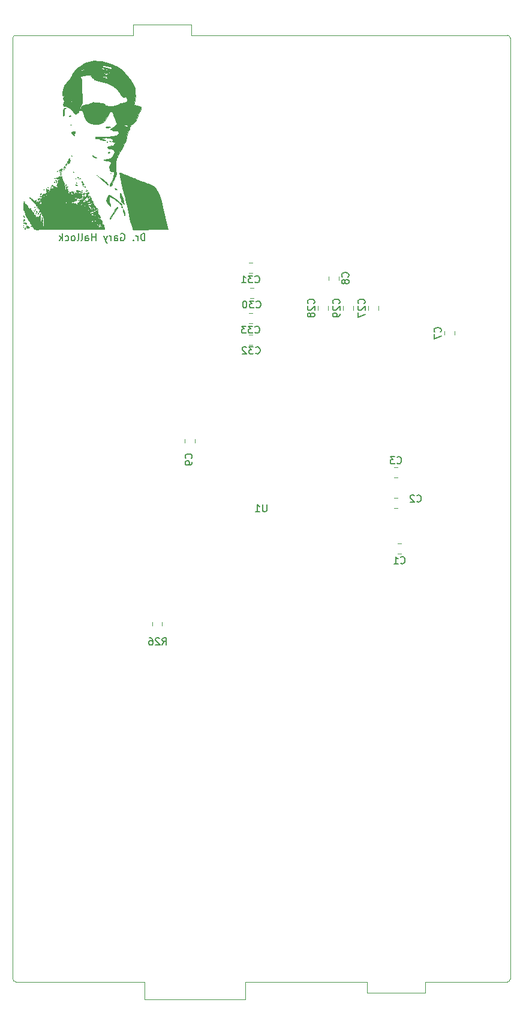
<source format=gbr>
G04 #@! TF.GenerationSoftware,KiCad,Pcbnew,(5.1.4)-1*
G04 #@! TF.CreationDate,2019-11-23T11:55:31-06:00*
G04 #@! TF.ProjectId,BPS_Nucleo,4250535f-4e75-4636-9c65-6f2e6b696361,rev?*
G04 #@! TF.SameCoordinates,Original*
G04 #@! TF.FileFunction,Legend,Bot*
G04 #@! TF.FilePolarity,Positive*
%FSLAX46Y46*%
G04 Gerber Fmt 4.6, Leading zero omitted, Abs format (unit mm)*
G04 Created by KiCad (PCBNEW (5.1.4)-1) date 2019-11-23 11:55:31*
%MOMM*%
%LPD*%
G04 APERTURE LIST*
%ADD10C,0.150000*%
%ADD11C,0.010000*%
%ADD12C,0.120000*%
G04 APERTURE END LIST*
D10*
X188626000Y-56205380D02*
X188626000Y-55205380D01*
X188387904Y-55205380D01*
X188245047Y-55253000D01*
X188149809Y-55348238D01*
X188102190Y-55443476D01*
X188054571Y-55633952D01*
X188054571Y-55776809D01*
X188102190Y-55967285D01*
X188149809Y-56062523D01*
X188245047Y-56157761D01*
X188387904Y-56205380D01*
X188626000Y-56205380D01*
X187626000Y-56205380D02*
X187626000Y-55538714D01*
X187626000Y-55729190D02*
X187578380Y-55633952D01*
X187530761Y-55586333D01*
X187435523Y-55538714D01*
X187340285Y-55538714D01*
X187006952Y-56110142D02*
X186959333Y-56157761D01*
X187006952Y-56205380D01*
X187054571Y-56157761D01*
X187006952Y-56110142D01*
X187006952Y-56205380D01*
X185245047Y-55253000D02*
X185340285Y-55205380D01*
X185483142Y-55205380D01*
X185626000Y-55253000D01*
X185721238Y-55348238D01*
X185768857Y-55443476D01*
X185816476Y-55633952D01*
X185816476Y-55776809D01*
X185768857Y-55967285D01*
X185721238Y-56062523D01*
X185626000Y-56157761D01*
X185483142Y-56205380D01*
X185387904Y-56205380D01*
X185245047Y-56157761D01*
X185197428Y-56110142D01*
X185197428Y-55776809D01*
X185387904Y-55776809D01*
X184340285Y-56205380D02*
X184340285Y-55681571D01*
X184387904Y-55586333D01*
X184483142Y-55538714D01*
X184673619Y-55538714D01*
X184768857Y-55586333D01*
X184340285Y-56157761D02*
X184435523Y-56205380D01*
X184673619Y-56205380D01*
X184768857Y-56157761D01*
X184816476Y-56062523D01*
X184816476Y-55967285D01*
X184768857Y-55872047D01*
X184673619Y-55824428D01*
X184435523Y-55824428D01*
X184340285Y-55776809D01*
X183864095Y-56205380D02*
X183864095Y-55538714D01*
X183864095Y-55729190D02*
X183816476Y-55633952D01*
X183768857Y-55586333D01*
X183673619Y-55538714D01*
X183578380Y-55538714D01*
X183340285Y-55538714D02*
X183102190Y-56205380D01*
X182864095Y-55538714D02*
X183102190Y-56205380D01*
X183197428Y-56443476D01*
X183245047Y-56491095D01*
X183340285Y-56538714D01*
X181721238Y-56205380D02*
X181721238Y-55205380D01*
X181721238Y-55681571D02*
X181149809Y-55681571D01*
X181149809Y-56205380D02*
X181149809Y-55205380D01*
X180245047Y-56205380D02*
X180245047Y-55681571D01*
X180292666Y-55586333D01*
X180387904Y-55538714D01*
X180578380Y-55538714D01*
X180673619Y-55586333D01*
X180245047Y-56157761D02*
X180340285Y-56205380D01*
X180578380Y-56205380D01*
X180673619Y-56157761D01*
X180721238Y-56062523D01*
X180721238Y-55967285D01*
X180673619Y-55872047D01*
X180578380Y-55824428D01*
X180340285Y-55824428D01*
X180245047Y-55776809D01*
X179626000Y-56205380D02*
X179721238Y-56157761D01*
X179768857Y-56062523D01*
X179768857Y-55205380D01*
X179102190Y-56205380D02*
X179197428Y-56157761D01*
X179245047Y-56062523D01*
X179245047Y-55205380D01*
X178578380Y-56205380D02*
X178673619Y-56157761D01*
X178721238Y-56110142D01*
X178768857Y-56014904D01*
X178768857Y-55729190D01*
X178721238Y-55633952D01*
X178673619Y-55586333D01*
X178578380Y-55538714D01*
X178435523Y-55538714D01*
X178340285Y-55586333D01*
X178292666Y-55633952D01*
X178245047Y-55729190D01*
X178245047Y-56014904D01*
X178292666Y-56110142D01*
X178340285Y-56157761D01*
X178435523Y-56205380D01*
X178578380Y-56205380D01*
X177387904Y-56157761D02*
X177483142Y-56205380D01*
X177673619Y-56205380D01*
X177768857Y-56157761D01*
X177816476Y-56110142D01*
X177864095Y-56014904D01*
X177864095Y-55729190D01*
X177816476Y-55633952D01*
X177768857Y-55586333D01*
X177673619Y-55538714D01*
X177483142Y-55538714D01*
X177387904Y-55586333D01*
X176959333Y-56205380D02*
X176959333Y-55205380D01*
X176864095Y-55824428D02*
X176578380Y-56205380D01*
X176578380Y-55538714D02*
X176959333Y-55919666D01*
D11*
G36*
X183345667Y-32088666D02*
G01*
X183354384Y-32126417D01*
X183388000Y-32131000D01*
X183440268Y-32107766D01*
X183430334Y-32088666D01*
X183354974Y-32081066D01*
X183345667Y-32088666D01*
X183345667Y-32088666D01*
G37*
X183345667Y-32088666D02*
X183354384Y-32126417D01*
X183388000Y-32131000D01*
X183440268Y-32107766D01*
X183430334Y-32088666D01*
X183354974Y-32081066D01*
X183345667Y-32088666D01*
G36*
X181040346Y-51610321D02*
G01*
X181038500Y-51625500D01*
X181086822Y-51687154D01*
X181102000Y-51689000D01*
X181163655Y-51640678D01*
X181165500Y-51625500D01*
X181117179Y-51563845D01*
X181102000Y-51562000D01*
X181040346Y-51610321D01*
X181040346Y-51610321D01*
G37*
X181040346Y-51610321D02*
X181038500Y-51625500D01*
X181086822Y-51687154D01*
X181102000Y-51689000D01*
X181163655Y-51640678D01*
X181165500Y-51625500D01*
X181117179Y-51563845D01*
X181102000Y-51562000D01*
X181040346Y-51610321D01*
G36*
X182266167Y-54059666D02*
G01*
X182274884Y-54097417D01*
X182308500Y-54102000D01*
X182360768Y-54078766D01*
X182350834Y-54059666D01*
X182275474Y-54052066D01*
X182266167Y-54059666D01*
X182266167Y-54059666D01*
G37*
X182266167Y-54059666D02*
X182274884Y-54097417D01*
X182308500Y-54102000D01*
X182360768Y-54078766D01*
X182350834Y-54059666D01*
X182275474Y-54052066D01*
X182266167Y-54059666D01*
G36*
X177227565Y-37523334D02*
G01*
X177124015Y-37687835D01*
X177068637Y-37945590D01*
X177061963Y-38176044D01*
X177078464Y-38428533D01*
X177108790Y-38555219D01*
X177153302Y-38556582D01*
X177212363Y-38433104D01*
X177225791Y-38393959D01*
X177266614Y-38151582D01*
X177255115Y-37936206D01*
X177237915Y-37766749D01*
X177280533Y-37659286D01*
X177362621Y-37584414D01*
X177514250Y-37467823D01*
X177373006Y-37466411D01*
X177227565Y-37523334D01*
X177227565Y-37523334D01*
G37*
X177227565Y-37523334D02*
X177124015Y-37687835D01*
X177068637Y-37945590D01*
X177061963Y-38176044D01*
X177078464Y-38428533D01*
X177108790Y-38555219D01*
X177153302Y-38556582D01*
X177212363Y-38433104D01*
X177225791Y-38393959D01*
X177266614Y-38151582D01*
X177255115Y-37936206D01*
X177237915Y-37766749D01*
X177280533Y-37659286D01*
X177362621Y-37584414D01*
X177514250Y-37467823D01*
X177373006Y-37466411D01*
X177227565Y-37523334D01*
G36*
X177973507Y-38546451D02*
G01*
X177927000Y-38614793D01*
X177963081Y-38663537D01*
X178083008Y-38636782D01*
X178102021Y-38629313D01*
X178154532Y-38568379D01*
X178147613Y-38541849D01*
X178071222Y-38513397D01*
X177973507Y-38546451D01*
X177973507Y-38546451D01*
G37*
X177973507Y-38546451D02*
X177927000Y-38614793D01*
X177963081Y-38663537D01*
X178083008Y-38636782D01*
X178102021Y-38629313D01*
X178154532Y-38568379D01*
X178147613Y-38541849D01*
X178071222Y-38513397D01*
X177973507Y-38546451D01*
G36*
X178134698Y-39839635D02*
G01*
X178153637Y-39868496D01*
X178218042Y-39872986D01*
X178285799Y-39857478D01*
X178256407Y-39834622D01*
X178157164Y-39827052D01*
X178134698Y-39839635D01*
X178134698Y-39839635D01*
G37*
X178134698Y-39839635D02*
X178153637Y-39868496D01*
X178218042Y-39872986D01*
X178285799Y-39857478D01*
X178256407Y-39834622D01*
X178157164Y-39827052D01*
X178134698Y-39839635D01*
G36*
X183193074Y-40110974D02*
G01*
X183102601Y-40155641D01*
X183054591Y-40200586D01*
X183076655Y-40225898D01*
X183187169Y-40236033D01*
X183404509Y-40235445D01*
X183430047Y-40235016D01*
X183659321Y-40227340D01*
X183779037Y-40211535D01*
X183806575Y-40183314D01*
X183775208Y-40149894D01*
X183612883Y-40087498D01*
X183397598Y-40074706D01*
X183193074Y-40110974D01*
X183193074Y-40110974D01*
G37*
X183193074Y-40110974D02*
X183102601Y-40155641D01*
X183054591Y-40200586D01*
X183076655Y-40225898D01*
X183187169Y-40236033D01*
X183404509Y-40235445D01*
X183430047Y-40235016D01*
X183659321Y-40227340D01*
X183779037Y-40211535D01*
X183806575Y-40183314D01*
X183775208Y-40149894D01*
X183612883Y-40087498D01*
X183397598Y-40074706D01*
X183193074Y-40110974D01*
G36*
X178542060Y-40777901D02*
G01*
X178388468Y-40832975D01*
X178274353Y-40895715D01*
X178244500Y-40936483D01*
X178281623Y-41016532D01*
X178371140Y-41143410D01*
X178480276Y-41276477D01*
X178576258Y-41375093D01*
X178619926Y-41402000D01*
X178647839Y-41349029D01*
X178640538Y-41240614D01*
X178638003Y-41120001D01*
X178695461Y-41097739D01*
X178764680Y-41061157D01*
X178804921Y-40953520D01*
X178804300Y-40829617D01*
X178769119Y-40758218D01*
X178685490Y-40747359D01*
X178542060Y-40777901D01*
X178542060Y-40777901D01*
G37*
X178542060Y-40777901D02*
X178388468Y-40832975D01*
X178274353Y-40895715D01*
X178244500Y-40936483D01*
X178281623Y-41016532D01*
X178371140Y-41143410D01*
X178480276Y-41276477D01*
X178576258Y-41375093D01*
X178619926Y-41402000D01*
X178647839Y-41349029D01*
X178640538Y-41240614D01*
X178638003Y-41120001D01*
X178695461Y-41097739D01*
X178764680Y-41061157D01*
X178804921Y-40953520D01*
X178804300Y-40829617D01*
X178769119Y-40758218D01*
X178685490Y-40747359D01*
X178542060Y-40777901D01*
G36*
X183583063Y-42111748D02*
G01*
X183629222Y-42155647D01*
X183642000Y-42164000D01*
X183758344Y-42220094D01*
X183813874Y-42210771D01*
X183800750Y-42164000D01*
X183710129Y-42108748D01*
X183654128Y-42101472D01*
X183583063Y-42111748D01*
X183583063Y-42111748D01*
G37*
X183583063Y-42111748D02*
X183629222Y-42155647D01*
X183642000Y-42164000D01*
X183758344Y-42220094D01*
X183813874Y-42210771D01*
X183800750Y-42164000D01*
X183710129Y-42108748D01*
X183654128Y-42101472D01*
X183583063Y-42111748D01*
G36*
X183282167Y-42248666D02*
G01*
X183290884Y-42286417D01*
X183324500Y-42291000D01*
X183376768Y-42267766D01*
X183366834Y-42248666D01*
X183291474Y-42241066D01*
X183282167Y-42248666D01*
X183282167Y-42248666D01*
G37*
X183282167Y-42248666D02*
X183290884Y-42286417D01*
X183324500Y-42291000D01*
X183376768Y-42267766D01*
X183366834Y-42248666D01*
X183291474Y-42241066D01*
X183282167Y-42248666D01*
G36*
X183852423Y-42776517D02*
G01*
X183864250Y-42799000D01*
X183924081Y-42859642D01*
X183935246Y-42862500D01*
X183939578Y-42821482D01*
X183927750Y-42799000D01*
X183867920Y-42738357D01*
X183856755Y-42735500D01*
X183852423Y-42776517D01*
X183852423Y-42776517D01*
G37*
X183852423Y-42776517D02*
X183864250Y-42799000D01*
X183924081Y-42859642D01*
X183935246Y-42862500D01*
X183939578Y-42821482D01*
X183927750Y-42799000D01*
X183867920Y-42738357D01*
X183856755Y-42735500D01*
X183852423Y-42776517D01*
G36*
X183542095Y-43686269D02*
G01*
X183515000Y-43702736D01*
X183416063Y-43782600D01*
X183388000Y-43830274D01*
X183436126Y-43872716D01*
X183533929Y-43870319D01*
X183599667Y-43836166D01*
X183639500Y-43739907D01*
X183642000Y-43708628D01*
X183622221Y-43656189D01*
X183542095Y-43686269D01*
X183542095Y-43686269D01*
G37*
X183542095Y-43686269D02*
X183515000Y-43702736D01*
X183416063Y-43782600D01*
X183388000Y-43830274D01*
X183436126Y-43872716D01*
X183533929Y-43870319D01*
X183599667Y-43836166D01*
X183639500Y-43739907D01*
X183642000Y-43708628D01*
X183622221Y-43656189D01*
X183542095Y-43686269D01*
G36*
X178244500Y-44227750D02*
G01*
X178276250Y-44259500D01*
X178308000Y-44227750D01*
X178276250Y-44196000D01*
X178244500Y-44227750D01*
X178244500Y-44227750D01*
G37*
X178244500Y-44227750D02*
X178276250Y-44259500D01*
X178308000Y-44227750D01*
X178276250Y-44196000D01*
X178244500Y-44227750D01*
G36*
X181191958Y-44223755D02*
G01*
X181212771Y-44290594D01*
X181306926Y-44371878D01*
X181442088Y-44438040D01*
X181637907Y-44497289D01*
X181763677Y-44513846D01*
X181804240Y-44490866D01*
X181744436Y-44431501D01*
X181673526Y-44389886D01*
X181521455Y-44321498D01*
X181417749Y-44297544D01*
X181403651Y-44301045D01*
X181358576Y-44283417D01*
X181356000Y-44263247D01*
X181304772Y-44203262D01*
X181262743Y-44196000D01*
X181191958Y-44223755D01*
X181191958Y-44223755D01*
G37*
X181191958Y-44223755D02*
X181212771Y-44290594D01*
X181306926Y-44371878D01*
X181442088Y-44438040D01*
X181637907Y-44497289D01*
X181763677Y-44513846D01*
X181804240Y-44490866D01*
X181744436Y-44431501D01*
X181673526Y-44389886D01*
X181521455Y-44321498D01*
X181417749Y-44297544D01*
X181403651Y-44301045D01*
X181358576Y-44283417D01*
X181356000Y-44263247D01*
X181304772Y-44203262D01*
X181262743Y-44196000D01*
X181191958Y-44223755D01*
G36*
X178054000Y-44862750D02*
G01*
X178085750Y-44894500D01*
X178117500Y-44862750D01*
X178085750Y-44831000D01*
X178054000Y-44862750D01*
X178054000Y-44862750D01*
G37*
X178054000Y-44862750D02*
X178085750Y-44894500D01*
X178117500Y-44862750D01*
X178085750Y-44831000D01*
X178054000Y-44862750D01*
G36*
X177977188Y-44575328D02*
G01*
X177949290Y-44610949D01*
X177880151Y-44739558D01*
X177863500Y-44811386D01*
X177827474Y-44887822D01*
X177804280Y-44894500D01*
X177734010Y-44947732D01*
X177698934Y-45070992D01*
X177710105Y-45209622D01*
X177730697Y-45258343D01*
X177783043Y-45318915D01*
X177798070Y-45287627D01*
X177833065Y-45233483D01*
X177859113Y-45241038D01*
X177937437Y-45234589D01*
X177992152Y-45107579D01*
X178021526Y-44864546D01*
X178023981Y-44809017D01*
X178026732Y-44628978D01*
X178013446Y-44557215D01*
X177977188Y-44575328D01*
X177977188Y-44575328D01*
G37*
X177977188Y-44575328D02*
X177949290Y-44610949D01*
X177880151Y-44739558D01*
X177863500Y-44811386D01*
X177827474Y-44887822D01*
X177804280Y-44894500D01*
X177734010Y-44947732D01*
X177698934Y-45070992D01*
X177710105Y-45209622D01*
X177730697Y-45258343D01*
X177783043Y-45318915D01*
X177798070Y-45287627D01*
X177833065Y-45233483D01*
X177859113Y-45241038D01*
X177937437Y-45234589D01*
X177992152Y-45107579D01*
X178021526Y-44864546D01*
X178023981Y-44809017D01*
X178026732Y-44628978D01*
X178013446Y-44557215D01*
X177977188Y-44575328D01*
G36*
X177506880Y-45350906D02*
G01*
X177439022Y-45465415D01*
X177438367Y-45539138D01*
X177474200Y-45581427D01*
X177485007Y-45561250D01*
X177490829Y-45456266D01*
X177490020Y-45450125D01*
X177530445Y-45404000D01*
X177546000Y-45402500D01*
X177605401Y-45352581D01*
X177609500Y-45325392D01*
X177577288Y-45296363D01*
X177506880Y-45350906D01*
X177506880Y-45350906D01*
G37*
X177506880Y-45350906D02*
X177439022Y-45465415D01*
X177438367Y-45539138D01*
X177474200Y-45581427D01*
X177485007Y-45561250D01*
X177490829Y-45456266D01*
X177490020Y-45450125D01*
X177530445Y-45404000D01*
X177546000Y-45402500D01*
X177605401Y-45352581D01*
X177609500Y-45325392D01*
X177577288Y-45296363D01*
X177506880Y-45350906D01*
G36*
X177231085Y-45702595D02*
G01*
X177228500Y-45720000D01*
X177250166Y-45781849D01*
X177256503Y-45783500D01*
X177310717Y-45739003D01*
X177323750Y-45720000D01*
X177318716Y-45661485D01*
X177295748Y-45656500D01*
X177231085Y-45702595D01*
X177231085Y-45702595D01*
G37*
X177231085Y-45702595D02*
X177228500Y-45720000D01*
X177250166Y-45781849D01*
X177256503Y-45783500D01*
X177310717Y-45739003D01*
X177323750Y-45720000D01*
X177318716Y-45661485D01*
X177295748Y-45656500D01*
X177231085Y-45702595D01*
G36*
X177355500Y-45878750D02*
G01*
X177387250Y-45910500D01*
X177419000Y-45878750D01*
X177387250Y-45847000D01*
X177355500Y-45878750D01*
X177355500Y-45878750D01*
G37*
X177355500Y-45878750D02*
X177387250Y-45910500D01*
X177419000Y-45878750D01*
X177387250Y-45847000D01*
X177355500Y-45878750D01*
G36*
X177186167Y-45868166D02*
G01*
X177178567Y-45943526D01*
X177186167Y-45952833D01*
X177223918Y-45944116D01*
X177228500Y-45910500D01*
X177205267Y-45858232D01*
X177186167Y-45868166D01*
X177186167Y-45868166D01*
G37*
X177186167Y-45868166D02*
X177178567Y-45943526D01*
X177186167Y-45952833D01*
X177223918Y-45944116D01*
X177228500Y-45910500D01*
X177205267Y-45858232D01*
X177186167Y-45868166D01*
G36*
X177122667Y-46122166D02*
G01*
X177131384Y-46159917D01*
X177165000Y-46164500D01*
X177217268Y-46141266D01*
X177207334Y-46122166D01*
X177131974Y-46114566D01*
X177122667Y-46122166D01*
X177122667Y-46122166D01*
G37*
X177122667Y-46122166D02*
X177131384Y-46159917D01*
X177165000Y-46164500D01*
X177217268Y-46141266D01*
X177207334Y-46122166D01*
X177131974Y-46114566D01*
X177122667Y-46122166D01*
G36*
X176212500Y-46386750D02*
G01*
X176244250Y-46418500D01*
X176276000Y-46386750D01*
X176244250Y-46355000D01*
X176212500Y-46386750D01*
X176212500Y-46386750D01*
G37*
X176212500Y-46386750D02*
X176244250Y-46418500D01*
X176276000Y-46386750D01*
X176244250Y-46355000D01*
X176212500Y-46386750D01*
G36*
X176724034Y-46077858D02*
G01*
X176584660Y-46168580D01*
X176509052Y-46249428D01*
X176519276Y-46276649D01*
X176529434Y-46274602D01*
X176650597Y-46293691D01*
X176708594Y-46334022D01*
X176816905Y-46403806D01*
X176867911Y-46413486D01*
X176905740Y-46398304D01*
X176865020Y-46376993D01*
X176825832Y-46324819D01*
X176872888Y-46215472D01*
X176888198Y-46191506D01*
X176952115Y-46082557D01*
X176936767Y-46042756D01*
X176861838Y-46037500D01*
X176724034Y-46077858D01*
X176724034Y-46077858D01*
G37*
X176724034Y-46077858D02*
X176584660Y-46168580D01*
X176509052Y-46249428D01*
X176519276Y-46276649D01*
X176529434Y-46274602D01*
X176650597Y-46293691D01*
X176708594Y-46334022D01*
X176816905Y-46403806D01*
X176867911Y-46413486D01*
X176905740Y-46398304D01*
X176865020Y-46376993D01*
X176825832Y-46324819D01*
X176872888Y-46215472D01*
X176888198Y-46191506D01*
X176952115Y-46082557D01*
X176936767Y-46042756D01*
X176861838Y-46037500D01*
X176724034Y-46077858D01*
G36*
X176551167Y-46439666D02*
G01*
X176559884Y-46477417D01*
X176593500Y-46482000D01*
X176645768Y-46458766D01*
X176635834Y-46439666D01*
X176560474Y-46432066D01*
X176551167Y-46439666D01*
X176551167Y-46439666D01*
G37*
X176551167Y-46439666D02*
X176559884Y-46477417D01*
X176593500Y-46482000D01*
X176645768Y-46458766D01*
X176635834Y-46439666D01*
X176560474Y-46432066D01*
X176551167Y-46439666D01*
G36*
X178498500Y-46513750D02*
G01*
X178530250Y-46545500D01*
X178562000Y-46513750D01*
X178530250Y-46482000D01*
X178498500Y-46513750D01*
X178498500Y-46513750D01*
G37*
X178498500Y-46513750D02*
X178530250Y-46545500D01*
X178562000Y-46513750D01*
X178530250Y-46482000D01*
X178498500Y-46513750D01*
G36*
X176658846Y-46593821D02*
G01*
X176657000Y-46609000D01*
X176705322Y-46670654D01*
X176720500Y-46672500D01*
X176782155Y-46624178D01*
X176784000Y-46609000D01*
X176735679Y-46547345D01*
X176720500Y-46545500D01*
X176658846Y-46593821D01*
X176658846Y-46593821D01*
G37*
X176658846Y-46593821D02*
X176657000Y-46609000D01*
X176705322Y-46670654D01*
X176720500Y-46672500D01*
X176782155Y-46624178D01*
X176784000Y-46609000D01*
X176735679Y-46547345D01*
X176720500Y-46545500D01*
X176658846Y-46593821D01*
G36*
X183726667Y-46693666D02*
G01*
X183735384Y-46731417D01*
X183769000Y-46736000D01*
X183821268Y-46712766D01*
X183811334Y-46693666D01*
X183735974Y-46686066D01*
X183726667Y-46693666D01*
X183726667Y-46693666D01*
G37*
X183726667Y-46693666D02*
X183735384Y-46731417D01*
X183769000Y-46736000D01*
X183821268Y-46712766D01*
X183811334Y-46693666D01*
X183735974Y-46686066D01*
X183726667Y-46693666D01*
G36*
X176716113Y-46833961D02*
G01*
X176659807Y-46895262D01*
X176723938Y-46925257D01*
X176755998Y-46926500D01*
X176821400Y-46895257D01*
X176815110Y-46861964D01*
X176739009Y-46825332D01*
X176716113Y-46833961D01*
X176716113Y-46833961D01*
G37*
X176716113Y-46833961D02*
X176659807Y-46895262D01*
X176723938Y-46925257D01*
X176755998Y-46926500D01*
X176821400Y-46895257D01*
X176815110Y-46861964D01*
X176739009Y-46825332D01*
X176716113Y-46833961D01*
G36*
X181800500Y-46958250D02*
G01*
X181832250Y-46990000D01*
X181864000Y-46958250D01*
X181832250Y-46926500D01*
X181800500Y-46958250D01*
X181800500Y-46958250D01*
G37*
X181800500Y-46958250D02*
X181832250Y-46990000D01*
X181864000Y-46958250D01*
X181832250Y-46926500D01*
X181800500Y-46958250D01*
G36*
X179117625Y-47265445D02*
G01*
X179109648Y-47288622D01*
X179197000Y-47297473D01*
X179287147Y-47287494D01*
X179276375Y-47265445D01*
X179146369Y-47257058D01*
X179117625Y-47265445D01*
X179117625Y-47265445D01*
G37*
X179117625Y-47265445D02*
X179109648Y-47288622D01*
X179197000Y-47297473D01*
X179287147Y-47287494D01*
X179276375Y-47265445D01*
X179146369Y-47257058D01*
X179117625Y-47265445D01*
G36*
X182050846Y-47173424D02*
G01*
X182136763Y-47237625D01*
X182232050Y-47291850D01*
X182227173Y-47271472D01*
X182167137Y-47207251D01*
X182074237Y-47131562D01*
X182027150Y-47123183D01*
X182050846Y-47173424D01*
X182050846Y-47173424D01*
G37*
X182050846Y-47173424D02*
X182136763Y-47237625D01*
X182232050Y-47291850D01*
X182227173Y-47271472D01*
X182167137Y-47207251D01*
X182074237Y-47131562D01*
X182027150Y-47123183D01*
X182050846Y-47173424D01*
G36*
X178816000Y-47402750D02*
G01*
X178847750Y-47434500D01*
X178879500Y-47402750D01*
X178847750Y-47371000D01*
X178816000Y-47402750D01*
X178816000Y-47402750D01*
G37*
X178816000Y-47402750D02*
X178847750Y-47434500D01*
X178879500Y-47402750D01*
X178847750Y-47371000D01*
X178816000Y-47402750D01*
G36*
X179472167Y-47392166D02*
G01*
X179480884Y-47429917D01*
X179514500Y-47434500D01*
X179566768Y-47411266D01*
X179556834Y-47392166D01*
X179481474Y-47384566D01*
X179472167Y-47392166D01*
X179472167Y-47392166D01*
G37*
X179472167Y-47392166D02*
X179480884Y-47429917D01*
X179514500Y-47434500D01*
X179566768Y-47411266D01*
X179556834Y-47392166D01*
X179481474Y-47384566D01*
X179472167Y-47392166D01*
G36*
X179260500Y-47466250D02*
G01*
X179292250Y-47498000D01*
X179324000Y-47466250D01*
X179292250Y-47434500D01*
X179260500Y-47466250D01*
X179260500Y-47466250D01*
G37*
X179260500Y-47466250D02*
X179292250Y-47498000D01*
X179324000Y-47466250D01*
X179292250Y-47434500D01*
X179260500Y-47466250D01*
G36*
X175970964Y-47659061D02*
G01*
X176019907Y-47725728D01*
X176096089Y-47826921D01*
X176124673Y-47867349D01*
X176161338Y-47844393D01*
X176176170Y-47822910D01*
X176157978Y-47749662D01*
X176071404Y-47681289D01*
X175972441Y-47633319D01*
X175970964Y-47659061D01*
X175970964Y-47659061D01*
G37*
X175970964Y-47659061D02*
X176019907Y-47725728D01*
X176096089Y-47826921D01*
X176124673Y-47867349D01*
X176161338Y-47844393D01*
X176176170Y-47822910D01*
X176157978Y-47749662D01*
X176071404Y-47681289D01*
X175972441Y-47633319D01*
X175970964Y-47659061D01*
G36*
X179726167Y-47836666D02*
G01*
X179734884Y-47874417D01*
X179768500Y-47879000D01*
X179820768Y-47855766D01*
X179810834Y-47836666D01*
X179735474Y-47829066D01*
X179726167Y-47836666D01*
X179726167Y-47836666D01*
G37*
X179726167Y-47836666D02*
X179734884Y-47874417D01*
X179768500Y-47879000D01*
X179820768Y-47855766D01*
X179810834Y-47836666D01*
X179735474Y-47829066D01*
X179726167Y-47836666D01*
G36*
X175770585Y-47925095D02*
G01*
X175768000Y-47942500D01*
X175789666Y-48004349D01*
X175796003Y-48006000D01*
X175850217Y-47961503D01*
X175863250Y-47942500D01*
X175858216Y-47883985D01*
X175835248Y-47879000D01*
X175770585Y-47925095D01*
X175770585Y-47925095D01*
G37*
X175770585Y-47925095D02*
X175768000Y-47942500D01*
X175789666Y-48004349D01*
X175796003Y-48006000D01*
X175850217Y-47961503D01*
X175863250Y-47942500D01*
X175858216Y-47883985D01*
X175835248Y-47879000D01*
X175770585Y-47925095D01*
G36*
X176085500Y-47974250D02*
G01*
X176117250Y-48006000D01*
X176149000Y-47974250D01*
X176117250Y-47942500D01*
X176085500Y-47974250D01*
X176085500Y-47974250D01*
G37*
X176085500Y-47974250D02*
X176117250Y-48006000D01*
X176149000Y-47974250D01*
X176117250Y-47942500D01*
X176085500Y-47974250D01*
G36*
X178943000Y-48037750D02*
G01*
X178974750Y-48069500D01*
X179006500Y-48037750D01*
X178974750Y-48006000D01*
X178943000Y-48037750D01*
X178943000Y-48037750D01*
G37*
X178943000Y-48037750D02*
X178974750Y-48069500D01*
X179006500Y-48037750D01*
X178974750Y-48006000D01*
X178943000Y-48037750D01*
G36*
X179715528Y-47956085D02*
G01*
X179705000Y-47967456D01*
X179754655Y-48008401D01*
X179800250Y-48028963D01*
X179882017Y-48030283D01*
X179895500Y-48004007D01*
X179844038Y-47949429D01*
X179800250Y-47942500D01*
X179715528Y-47956085D01*
X179715528Y-47956085D01*
G37*
X179715528Y-47956085D02*
X179705000Y-47967456D01*
X179754655Y-48008401D01*
X179800250Y-48028963D01*
X179882017Y-48030283D01*
X179895500Y-48004007D01*
X179844038Y-47949429D01*
X179800250Y-47942500D01*
X179715528Y-47956085D01*
G36*
X178816000Y-48228250D02*
G01*
X178847750Y-48260000D01*
X178879500Y-48228250D01*
X178847750Y-48196500D01*
X178816000Y-48228250D01*
X178816000Y-48228250D01*
G37*
X178816000Y-48228250D02*
X178847750Y-48260000D01*
X178879500Y-48228250D01*
X178847750Y-48196500D01*
X178816000Y-48228250D01*
G36*
X179833331Y-48165006D02*
G01*
X179788048Y-48230981D01*
X179815090Y-48278793D01*
X179913136Y-48285936D01*
X179943125Y-48277889D01*
X180017054Y-48214227D01*
X179994461Y-48149333D01*
X179930998Y-48133000D01*
X179833331Y-48165006D01*
X179833331Y-48165006D01*
G37*
X179833331Y-48165006D02*
X179788048Y-48230981D01*
X179815090Y-48278793D01*
X179913136Y-48285936D01*
X179943125Y-48277889D01*
X180017054Y-48214227D01*
X179994461Y-48149333D01*
X179930998Y-48133000D01*
X179833331Y-48165006D01*
G36*
X182316430Y-47360327D02*
G01*
X182395525Y-47460965D01*
X182553894Y-47618078D01*
X182667345Y-47720792D01*
X182905291Y-47923733D01*
X183121178Y-48094742D01*
X183296486Y-48220478D01*
X183412696Y-48287602D01*
X183451500Y-48285612D01*
X183408545Y-48217521D01*
X183314784Y-48124573D01*
X183233095Y-48041063D01*
X183227803Y-48006002D01*
X183228098Y-48006000D01*
X183219260Y-47972855D01*
X183132255Y-47891533D01*
X183113054Y-47876152D01*
X182996307Y-47791990D01*
X182931947Y-47760072D01*
X182929865Y-47760833D01*
X182877074Y-47731352D01*
X182766763Y-47640038D01*
X182721250Y-47598726D01*
X182570783Y-47469696D01*
X182440317Y-47374646D01*
X182419625Y-47362562D01*
X182322499Y-47324686D01*
X182316430Y-47360327D01*
X182316430Y-47360327D01*
G37*
X182316430Y-47360327D02*
X182395525Y-47460965D01*
X182553894Y-47618078D01*
X182667345Y-47720792D01*
X182905291Y-47923733D01*
X183121178Y-48094742D01*
X183296486Y-48220478D01*
X183412696Y-48287602D01*
X183451500Y-48285612D01*
X183408545Y-48217521D01*
X183314784Y-48124573D01*
X183233095Y-48041063D01*
X183227803Y-48006002D01*
X183228098Y-48006000D01*
X183219260Y-47972855D01*
X183132255Y-47891533D01*
X183113054Y-47876152D01*
X182996307Y-47791990D01*
X182931947Y-47760072D01*
X182929865Y-47760833D01*
X182877074Y-47731352D01*
X182766763Y-47640038D01*
X182721250Y-47598726D01*
X182570783Y-47469696D01*
X182440317Y-47374646D01*
X182419625Y-47362562D01*
X182322499Y-47324686D01*
X182316430Y-47360327D01*
G36*
X178862417Y-48345348D02*
G01*
X178860306Y-48366194D01*
X178959713Y-48374707D01*
X178974750Y-48374620D01*
X179073236Y-48365464D01*
X179063835Y-48346137D01*
X179052917Y-48342995D01*
X178914594Y-48333698D01*
X178862417Y-48345348D01*
X178862417Y-48345348D01*
G37*
X178862417Y-48345348D02*
X178860306Y-48366194D01*
X178959713Y-48374707D01*
X178974750Y-48374620D01*
X179073236Y-48365464D01*
X179063835Y-48346137D01*
X179052917Y-48342995D01*
X178914594Y-48333698D01*
X178862417Y-48345348D01*
G36*
X177424727Y-48336724D02*
G01*
X177432510Y-48395778D01*
X177467484Y-48443578D01*
X177508983Y-48395522D01*
X177532284Y-48302038D01*
X177520609Y-48276941D01*
X177457834Y-48266514D01*
X177424727Y-48336724D01*
X177424727Y-48336724D01*
G37*
X177424727Y-48336724D02*
X177432510Y-48395778D01*
X177467484Y-48443578D01*
X177508983Y-48395522D01*
X177532284Y-48302038D01*
X177520609Y-48276941D01*
X177457834Y-48266514D01*
X177424727Y-48336724D01*
G36*
X179895500Y-48482250D02*
G01*
X179927250Y-48514000D01*
X179959000Y-48482250D01*
X179927250Y-48450500D01*
X179895500Y-48482250D01*
X179895500Y-48482250D01*
G37*
X179895500Y-48482250D02*
X179927250Y-48514000D01*
X179959000Y-48482250D01*
X179927250Y-48450500D01*
X179895500Y-48482250D01*
G36*
X181156028Y-30865907D02*
G01*
X180791548Y-30956043D01*
X180413096Y-31082306D01*
X180053241Y-31236581D01*
X180039015Y-31243554D01*
X179676464Y-31452308D01*
X179316838Y-31712976D01*
X178980161Y-32005691D01*
X178686454Y-32310585D01*
X178455741Y-32607793D01*
X178308044Y-32877446D01*
X178271193Y-32997663D01*
X178208829Y-33130458D01*
X178071386Y-33324810D01*
X177877058Y-33556079D01*
X177785314Y-33655692D01*
X177579279Y-33887501D01*
X177396038Y-34118403D01*
X177262082Y-34313861D01*
X177218764Y-34394298D01*
X177131026Y-34653786D01*
X177062688Y-34971550D01*
X177022270Y-35293666D01*
X177018293Y-35566209D01*
X177024482Y-35623678D01*
X177049862Y-35749441D01*
X177084844Y-35764599D01*
X177132799Y-35708628D01*
X177189803Y-35644950D01*
X177210372Y-35685182D01*
X177212625Y-35771387D01*
X177194178Y-35910459D01*
X177157063Y-35977655D01*
X177112175Y-36057827D01*
X177100908Y-36185285D01*
X177120030Y-36306837D01*
X177166310Y-36369293D01*
X177180875Y-36369625D01*
X177244709Y-36408599D01*
X177260250Y-36480750D01*
X177233202Y-36578583D01*
X177194487Y-36596412D01*
X177154045Y-36646682D01*
X177124031Y-36788607D01*
X177115107Y-36898037D01*
X177110826Y-37084141D01*
X177131933Y-37176364D01*
X177197497Y-37207668D01*
X177296170Y-37211000D01*
X177473051Y-37229834D01*
X177644647Y-37297223D01*
X177842382Y-37429491D01*
X178054000Y-37604707D01*
X178321403Y-37839307D01*
X178508110Y-38008554D01*
X178630809Y-38128617D01*
X178706187Y-38215666D01*
X178744300Y-38273590D01*
X178804213Y-38344080D01*
X178882150Y-38313708D01*
X178911878Y-38289979D01*
X179060722Y-38186305D01*
X179156148Y-38132639D01*
X179272280Y-38023226D01*
X179312542Y-37923785D01*
X179379565Y-37810598D01*
X179519393Y-37783232D01*
X179700466Y-37843573D01*
X179781112Y-37909614D01*
X179854941Y-38028787D01*
X179931911Y-38222952D01*
X180021981Y-38513970D01*
X180048719Y-38608000D01*
X180188277Y-38994837D01*
X180368803Y-39284031D01*
X180607852Y-39502765D01*
X180641329Y-39525585D01*
X181030072Y-39707653D01*
X181484898Y-39786399D01*
X181995887Y-39760246D01*
X182057105Y-39750560D01*
X182316016Y-39699400D01*
X182498562Y-39636035D01*
X182654864Y-39536852D01*
X182822596Y-39389903D01*
X183086027Y-39082123D01*
X183336885Y-38669923D01*
X183561555Y-38175881D01*
X183574096Y-38143635D01*
X183644432Y-38018355D01*
X183753131Y-37980512D01*
X183843657Y-37984885D01*
X183944219Y-38002209D01*
X184016886Y-38047059D01*
X184079316Y-38144493D01*
X184149168Y-38319570D01*
X184215651Y-38512750D01*
X184316874Y-38804211D01*
X184424381Y-39099897D01*
X184516570Y-39340540D01*
X184524784Y-39360947D01*
X184662667Y-39701144D01*
X184498352Y-39916572D01*
X184378552Y-40050212D01*
X184276200Y-40125731D01*
X184251735Y-40132000D01*
X184147951Y-40170782D01*
X184023000Y-40259000D01*
X183902854Y-40349282D01*
X183822784Y-40386000D01*
X183766748Y-40419114D01*
X183789459Y-40488708D01*
X183871934Y-40550161D01*
X183896000Y-40558100D01*
X183999025Y-40612207D01*
X184023000Y-40656452D01*
X184082812Y-40690376D01*
X184254361Y-40694124D01*
X184393384Y-40682879D01*
X184650914Y-40670159D01*
X184808548Y-40706799D01*
X184888222Y-40806295D01*
X184911871Y-40982142D01*
X184912000Y-41001950D01*
X184888668Y-41161228D01*
X184816750Y-41211500D01*
X184732437Y-41256508D01*
X184721500Y-41295446D01*
X184660947Y-41348683D01*
X184491042Y-41397996D01*
X184229416Y-41441479D01*
X183893702Y-41477223D01*
X183501532Y-41503322D01*
X183070537Y-41517868D01*
X182651787Y-41519371D01*
X182263128Y-41517264D01*
X181983854Y-41523104D01*
X181796447Y-41539904D01*
X181683386Y-41570672D01*
X181627154Y-41618418D01*
X181610231Y-41686155D01*
X181610000Y-41698381D01*
X181646251Y-41766829D01*
X181757042Y-41759862D01*
X181923099Y-41765700D01*
X182120306Y-41837937D01*
X182122167Y-41838923D01*
X182339216Y-41929907D01*
X182574877Y-41995728D01*
X182594250Y-41999330D01*
X182786141Y-42036091D01*
X182938063Y-42070551D01*
X182959375Y-42076414D01*
X183062883Y-42092091D01*
X183074900Y-42061241D01*
X183012318Y-42003540D01*
X182892029Y-41938660D01*
X182816500Y-41910000D01*
X182659918Y-41847740D01*
X182570525Y-41791689D01*
X182562500Y-41776727D01*
X182619478Y-41734880D01*
X182764330Y-41698988D01*
X182957932Y-41674038D01*
X183161162Y-41665018D01*
X183334898Y-41676917D01*
X183339390Y-41677674D01*
X183681961Y-41740476D01*
X183914417Y-41794894D01*
X184052624Y-41848625D01*
X184112445Y-41909365D01*
X184109744Y-41984810D01*
X184085166Y-42039493D01*
X184028463Y-42173318D01*
X184054244Y-42218532D01*
X184125321Y-42201823D01*
X184197627Y-42196390D01*
X184187877Y-42266182D01*
X184182495Y-42340106D01*
X184268958Y-42338165D01*
X184275994Y-42336364D01*
X184402682Y-42333331D01*
X184437191Y-42393521D01*
X184372250Y-42481500D01*
X184308210Y-42568028D01*
X184309355Y-42609478D01*
X184279903Y-42669091D01*
X184168981Y-42758558D01*
X184114526Y-42792783D01*
X183941576Y-42879595D01*
X183804158Y-42922098D01*
X183729290Y-42915034D01*
X183734635Y-42866732D01*
X183706167Y-42852545D01*
X183592146Y-42884372D01*
X183515185Y-42914357D01*
X183359123Y-42983080D01*
X183305002Y-43030516D01*
X183337525Y-43084203D01*
X183394088Y-43132375D01*
X183560223Y-43220125D01*
X183696660Y-43248330D01*
X183904932Y-43277442D01*
X184101781Y-43342180D01*
X184249280Y-43426058D01*
X184309500Y-43512589D01*
X184309560Y-43514733D01*
X184335136Y-43630290D01*
X184354336Y-43659502D01*
X184357312Y-43743130D01*
X184300085Y-43893755D01*
X184201062Y-44078626D01*
X184078650Y-44264992D01*
X183951256Y-44420104D01*
X183899185Y-44469326D01*
X183713267Y-44583304D01*
X183449401Y-44668460D01*
X183227982Y-44712454D01*
X182980475Y-44761275D01*
X182859357Y-44805031D01*
X182864251Y-44846348D01*
X182994777Y-44887850D01*
X183197500Y-44924203D01*
X183427691Y-44968715D01*
X183643664Y-45024485D01*
X183687799Y-45038699D01*
X183824928Y-45100713D01*
X183866420Y-45179940D01*
X183853164Y-45271721D01*
X183787609Y-45441696D01*
X183690323Y-45611113D01*
X183611591Y-45760522D01*
X183627570Y-45860855D01*
X183633425Y-45868417D01*
X183674525Y-45992374D01*
X183667655Y-46073255D01*
X183688277Y-46210966D01*
X183789537Y-46349756D01*
X183932162Y-46454242D01*
X184076882Y-46489036D01*
X184118250Y-46479257D01*
X184241849Y-46428814D01*
X184254794Y-46631973D01*
X184240349Y-46831250D01*
X184175699Y-47216593D01*
X184069011Y-47597627D01*
X183934247Y-47932384D01*
X183796986Y-48164041D01*
X183676211Y-48347603D01*
X183653110Y-48459600D01*
X183727471Y-48509387D01*
X183789154Y-48514000D01*
X183879063Y-48494764D01*
X183947795Y-48418818D01*
X184014963Y-48258803D01*
X184050911Y-48148875D01*
X184140567Y-47900625D01*
X184263695Y-47606172D01*
X184388378Y-47340088D01*
X184495761Y-47120877D01*
X184558617Y-46959402D01*
X184584825Y-46809938D01*
X184582266Y-46626762D01*
X184564457Y-46427276D01*
X184241751Y-46427276D01*
X184118250Y-46421990D01*
X184035391Y-46408046D01*
X184070108Y-46366927D01*
X184084825Y-46357379D01*
X184185297Y-46335213D01*
X184241660Y-46425849D01*
X184241751Y-46427276D01*
X184564457Y-46427276D01*
X184558820Y-46364147D01*
X184558002Y-46355838D01*
X184541741Y-46132750D01*
X184277000Y-46132750D01*
X184245250Y-46164500D01*
X184213500Y-46132750D01*
X184245250Y-46101000D01*
X184277000Y-46132750D01*
X184541741Y-46132750D01*
X184521279Y-45852053D01*
X184513016Y-45394914D01*
X184532224Y-45003629D01*
X184577914Y-44697402D01*
X184649099Y-44495441D01*
X184654166Y-44487048D01*
X184757852Y-44312914D01*
X184903245Y-44057597D01*
X185075910Y-43747627D01*
X185261411Y-43409530D01*
X185445311Y-43069836D01*
X185613175Y-42755071D01*
X185750565Y-42491764D01*
X185843047Y-42306443D01*
X185856223Y-42278135D01*
X185971026Y-41973557D01*
X186078879Y-41595556D01*
X186165888Y-41197519D01*
X186199933Y-40978666D01*
X185906834Y-40978666D01*
X185898117Y-41016417D01*
X185864500Y-41021000D01*
X185812233Y-40997766D01*
X185822167Y-40978666D01*
X185897527Y-40971066D01*
X185906834Y-40978666D01*
X186199933Y-40978666D01*
X186208165Y-40925750D01*
X186271194Y-40703435D01*
X186369352Y-40584629D01*
X186382466Y-40572752D01*
X186182000Y-40572752D01*
X186135905Y-40637415D01*
X186118500Y-40640000D01*
X186056651Y-40618334D01*
X186055000Y-40611997D01*
X186099497Y-40557783D01*
X186118500Y-40544750D01*
X186177015Y-40549784D01*
X186182000Y-40572752D01*
X186382466Y-40572752D01*
X186455139Y-40506938D01*
X186499851Y-40433052D01*
X186489715Y-40397454D01*
X186436000Y-40417750D01*
X186382204Y-40402670D01*
X186372501Y-40354250D01*
X185928000Y-40354250D01*
X185896250Y-40386000D01*
X185864500Y-40354250D01*
X185896250Y-40322500D01*
X185928000Y-40354250D01*
X186372501Y-40354250D01*
X186372500Y-40354249D01*
X186404427Y-40286563D01*
X186445812Y-40296813D01*
X186488995Y-40304607D01*
X186471203Y-40264586D01*
X186476656Y-40167369D01*
X186497003Y-40143459D01*
X186303158Y-40143459D01*
X186257664Y-40187545D01*
X186245500Y-40195500D01*
X186149949Y-40250946D01*
X186120497Y-40234456D01*
X186119950Y-40223776D01*
X185962283Y-40223776D01*
X185869077Y-40257532D01*
X185864500Y-40259000D01*
X185742283Y-40298957D01*
X185693623Y-40316170D01*
X185655587Y-40279179D01*
X185642250Y-40259000D01*
X185667688Y-40216313D01*
X185795180Y-40201467D01*
X185813128Y-40201829D01*
X185946660Y-40208577D01*
X185962283Y-40223776D01*
X186119950Y-40223776D01*
X186118500Y-40195500D01*
X186170858Y-40142129D01*
X186229625Y-40132972D01*
X186303158Y-40143459D01*
X186497003Y-40143459D01*
X186540767Y-40092035D01*
X186613258Y-40009653D01*
X186604752Y-39998350D01*
X186245500Y-39998350D01*
X186184900Y-40067561D01*
X186008978Y-40107622D01*
X185801000Y-40117120D01*
X185578750Y-40116974D01*
X185769250Y-40073934D01*
X185878018Y-40046396D01*
X185891192Y-40025132D01*
X185797842Y-39998522D01*
X185674000Y-39972678D01*
X185388250Y-39914461D01*
X185729931Y-39892624D01*
X186009168Y-39886965D01*
X186176524Y-39914845D01*
X186243219Y-39978563D01*
X186245500Y-39998350D01*
X186604752Y-39998350D01*
X186578875Y-39963969D01*
X186503278Y-39895018D01*
X186536319Y-39831019D01*
X186613790Y-39814499D01*
X186778613Y-39768301D01*
X186978673Y-39649784D01*
X187174137Y-39489067D01*
X187325168Y-39316268D01*
X187366814Y-39245157D01*
X187439510Y-39076684D01*
X187534689Y-38835160D01*
X187633877Y-38567747D01*
X187651265Y-38518997D01*
X187750064Y-38266841D01*
X187852960Y-38047449D01*
X187941043Y-37900226D01*
X187957976Y-37879905D01*
X188063547Y-37683832D01*
X188087000Y-37512863D01*
X188087001Y-37283162D01*
X187610528Y-37177157D01*
X187379554Y-37120483D01*
X187201201Y-37066813D01*
X187108265Y-37026247D01*
X187102950Y-37020822D01*
X187106061Y-36935921D01*
X187151416Y-36784268D01*
X187174568Y-36725620D01*
X187232460Y-36504505D01*
X187243115Y-36411433D01*
X186130734Y-36411433D01*
X186093572Y-36517954D01*
X185988609Y-36594696D01*
X185810082Y-36678098D01*
X185602548Y-36752545D01*
X185410564Y-36802422D01*
X185278686Y-36812115D01*
X185264793Y-36808396D01*
X185173964Y-36802669D01*
X185154228Y-36820397D01*
X185071875Y-36901955D01*
X184909283Y-36999667D01*
X184707777Y-37092923D01*
X184508681Y-37161119D01*
X184439894Y-37176601D01*
X184125561Y-37215094D01*
X183804973Y-37224554D01*
X183504637Y-37207710D01*
X183251061Y-37167292D01*
X183070750Y-37106027D01*
X182990397Y-37027367D01*
X182902432Y-36929296D01*
X182703029Y-36845980D01*
X182407316Y-36781686D01*
X182030422Y-36740683D01*
X181958811Y-36736305D01*
X181708313Y-36718481D01*
X181495676Y-36695967D01*
X181363187Y-36673335D01*
X181355597Y-36671122D01*
X181207896Y-36683406D01*
X181007609Y-36785484D01*
X180994006Y-36794604D01*
X180819725Y-36894799D01*
X180667012Y-36952805D01*
X180626885Y-36958450D01*
X180503027Y-36974521D01*
X180299973Y-37015332D01*
X180061037Y-37072152D01*
X180054250Y-37073889D01*
X179811486Y-37143525D01*
X179670887Y-37205852D01*
X179609120Y-37273043D01*
X179600625Y-37310564D01*
X179589375Y-37456156D01*
X179584750Y-37512625D01*
X179533640Y-37586552D01*
X179507617Y-37592000D01*
X179465646Y-37538685D01*
X179471367Y-37486166D01*
X178794834Y-37486166D01*
X178786117Y-37523917D01*
X178752500Y-37528500D01*
X178700233Y-37505266D01*
X178710167Y-37486166D01*
X178785527Y-37478566D01*
X178794834Y-37486166D01*
X179471367Y-37486166D01*
X179478862Y-37417375D01*
X179547166Y-37239388D01*
X179649281Y-37064222D01*
X179739244Y-36877596D01*
X179753228Y-36798250D01*
X178371500Y-36798250D01*
X178339750Y-36830000D01*
X178308000Y-36798250D01*
X178339750Y-36766500D01*
X178371500Y-36798250D01*
X179753228Y-36798250D01*
X179773501Y-36683222D01*
X179771048Y-36576000D01*
X178308000Y-36576000D01*
X178295586Y-36679351D01*
X178278485Y-36703000D01*
X178229289Y-36654390D01*
X178196842Y-36601716D01*
X177989106Y-36601716D01*
X177985551Y-36713459D01*
X177967892Y-36733226D01*
X177922343Y-36652305D01*
X177862106Y-36521440D01*
X177788365Y-36352284D01*
X177743187Y-36235841D01*
X177736500Y-36209973D01*
X177776067Y-36220702D01*
X177863500Y-36290250D01*
X177965185Y-36455348D01*
X177989106Y-36601716D01*
X178196842Y-36601716D01*
X178181000Y-36576000D01*
X178145585Y-36478340D01*
X178196352Y-36449333D01*
X178210516Y-36449000D01*
X178290556Y-36502062D01*
X178308000Y-36576000D01*
X179771048Y-36576000D01*
X179756684Y-35948193D01*
X178364576Y-35948193D01*
X178351866Y-36017635D01*
X178349096Y-36025568D01*
X178310176Y-36161864D01*
X178300634Y-36216068D01*
X178282900Y-36228651D01*
X178262929Y-36172380D01*
X178274277Y-36038395D01*
X178311391Y-35981880D01*
X178364576Y-35948193D01*
X179756684Y-35948193D01*
X179756260Y-35929700D01*
X179747638Y-35570583D01*
X179197000Y-35570583D01*
X179180842Y-35806764D01*
X179131458Y-35924756D01*
X179090561Y-35941000D01*
X179082352Y-35884419D01*
X179086489Y-35741095D01*
X179090351Y-35687000D01*
X178244500Y-35687000D01*
X178221267Y-35739267D01*
X178202167Y-35729333D01*
X178197898Y-35687000D01*
X177599474Y-35687000D01*
X177589495Y-35777146D01*
X177567446Y-35766375D01*
X177559059Y-35636368D01*
X177567446Y-35607625D01*
X177590623Y-35599647D01*
X177599474Y-35687000D01*
X178197898Y-35687000D01*
X178194567Y-35653973D01*
X178202167Y-35644666D01*
X178239918Y-35653383D01*
X178244500Y-35687000D01*
X179090351Y-35687000D01*
X179092777Y-35653033D01*
X179100522Y-35591750D01*
X178625500Y-35591750D01*
X178593750Y-35623500D01*
X178562000Y-35591750D01*
X178593750Y-35560000D01*
X178625500Y-35591750D01*
X179100522Y-35591750D01*
X179119062Y-35445069D01*
X179123243Y-35431007D01*
X178371500Y-35431007D01*
X178324955Y-35465945D01*
X178276250Y-35455963D01*
X178192699Y-35410891D01*
X178181000Y-35394456D01*
X178232853Y-35372258D01*
X178276250Y-35369500D01*
X178360770Y-35402731D01*
X178371500Y-35431007D01*
X179123243Y-35431007D01*
X179149861Y-35341494D01*
X179177614Y-35348289D01*
X179194758Y-35471438D01*
X179197000Y-35570583D01*
X179747638Y-35570583D01*
X179740980Y-35293325D01*
X179737009Y-35141958D01*
X179191987Y-35141958D01*
X179180312Y-35224318D01*
X179158636Y-35225302D01*
X179156041Y-35210750D01*
X177292000Y-35210750D01*
X177260250Y-35242500D01*
X177228500Y-35210750D01*
X177260250Y-35179000D01*
X177292000Y-35210750D01*
X179156041Y-35210750D01*
X179143477Y-35140314D01*
X179153623Y-35103593D01*
X179181819Y-35079541D01*
X179191987Y-35141958D01*
X179737009Y-35141958D01*
X179727098Y-34764268D01*
X179714048Y-34332703D01*
X179701267Y-33988802D01*
X179688191Y-33722736D01*
X179674254Y-33524678D01*
X179658893Y-33384799D01*
X179641544Y-33293273D01*
X179621642Y-33240271D01*
X179598623Y-33215965D01*
X179574110Y-33210500D01*
X179514788Y-33177859D01*
X179542640Y-33102691D01*
X179643582Y-33019129D01*
X179655882Y-33012303D01*
X180009251Y-32883565D01*
X180452101Y-32823254D01*
X180615034Y-32819053D01*
X180876031Y-32828904D01*
X181013459Y-32859633D01*
X181029138Y-32911951D01*
X180973162Y-32958980D01*
X180933751Y-33001384D01*
X181006170Y-33017905D01*
X181054375Y-33019027D01*
X181187359Y-33044033D01*
X181228644Y-33100396D01*
X181162239Y-33163030D01*
X181149625Y-33168445D01*
X181122298Y-33196778D01*
X181174117Y-33205486D01*
X181305108Y-33237510D01*
X181446574Y-33297965D01*
X181555267Y-33362811D01*
X181558337Y-33403939D01*
X181501457Y-33433871D01*
X181447910Y-33471274D01*
X181496025Y-33507127D01*
X181610000Y-33541795D01*
X181811972Y-33588998D01*
X182057627Y-33637506D01*
X182149750Y-33653474D01*
X182493172Y-33721012D01*
X182835491Y-33807635D01*
X183150923Y-33904762D01*
X183413683Y-34003812D01*
X183597989Y-34096203D01*
X183671938Y-34160066D01*
X183750598Y-34215049D01*
X183901313Y-34279677D01*
X183944510Y-34294486D01*
X184222519Y-34432575D01*
X184515549Y-34656955D01*
X184790673Y-34936314D01*
X185014965Y-35239342D01*
X185098792Y-35392112D01*
X185271834Y-35701876D01*
X185440500Y-35889884D01*
X185610779Y-35960957D01*
X185767398Y-35930290D01*
X185914952Y-35891921D01*
X186016391Y-35946893D01*
X186089138Y-36109174D01*
X186114383Y-36208492D01*
X186130734Y-36411433D01*
X187243115Y-36411433D01*
X187268014Y-36193949D01*
X187282194Y-35826969D01*
X187275965Y-35436577D01*
X187250292Y-35055789D01*
X187206139Y-34717617D01*
X187144472Y-34455077D01*
X187105399Y-34358622D01*
X186824151Y-33876514D01*
X186532395Y-33454321D01*
X184273469Y-33454321D01*
X184246271Y-33454037D01*
X184192432Y-33437544D01*
X184124597Y-33422166D01*
X182922334Y-33422166D01*
X182913617Y-33459917D01*
X182880000Y-33464500D01*
X182827733Y-33441266D01*
X182837667Y-33422166D01*
X182913027Y-33414566D01*
X182922334Y-33422166D01*
X184124597Y-33422166D01*
X184053197Y-33405980D01*
X183998194Y-33401000D01*
X183889839Y-33365335D01*
X183797012Y-33307796D01*
X183725319Y-33248229D01*
X183748226Y-33238256D01*
X183875444Y-33270271D01*
X184055629Y-33332877D01*
X184192944Y-33400019D01*
X184273469Y-33454321D01*
X186532395Y-33454321D01*
X186463122Y-33354078D01*
X186358860Y-33221359D01*
X183429904Y-33221359D01*
X183412156Y-33257421D01*
X183388000Y-33274000D01*
X183262848Y-33321984D01*
X183124870Y-33334356D01*
X183025984Y-33310393D01*
X183007000Y-33279291D01*
X183056590Y-33205350D01*
X183086375Y-33189054D01*
X183072143Y-33171705D01*
X182956584Y-33158088D01*
X182784750Y-33151621D01*
X182576772Y-33147271D01*
X182480236Y-33136627D01*
X182479590Y-33111859D01*
X182559287Y-33065139D01*
X182585634Y-33051358D01*
X182751408Y-32994063D01*
X182953002Y-32961861D01*
X183141411Y-32958492D01*
X183267627Y-32987691D01*
X183281616Y-32998282D01*
X183283397Y-33074636D01*
X183252674Y-33125282D01*
X183224320Y-33189340D01*
X183301491Y-33210754D01*
X183332600Y-33211472D01*
X183429904Y-33221359D01*
X186358860Y-33221359D01*
X186197425Y-33015865D01*
X184388432Y-33015865D01*
X184379746Y-33020000D01*
X184350288Y-32997275D01*
X183995346Y-32997275D01*
X183921658Y-32993187D01*
X183864250Y-32981245D01*
X183722016Y-32944472D01*
X183647321Y-32915842D01*
X183647292Y-32915817D01*
X183654916Y-32891657D01*
X183738671Y-32894083D01*
X183852072Y-32916604D01*
X183948632Y-32952732D01*
X183959500Y-32959401D01*
X183995346Y-32997275D01*
X184350288Y-32997275D01*
X184321797Y-32975297D01*
X184308750Y-32956500D01*
X184292569Y-32897134D01*
X184301255Y-32893000D01*
X184359204Y-32937702D01*
X184372250Y-32956500D01*
X184388432Y-33015865D01*
X186197425Y-33015865D01*
X186075961Y-32861250D01*
X184213500Y-32861250D01*
X184181750Y-32893000D01*
X184150000Y-32861250D01*
X184181750Y-32829500D01*
X184213500Y-32861250D01*
X186075961Y-32861250D01*
X186046564Y-32823831D01*
X185980394Y-32749134D01*
X183800750Y-32749134D01*
X183483250Y-32725026D01*
X183307705Y-32716732D01*
X183248942Y-32728924D01*
X183292750Y-32760746D01*
X183322450Y-32791634D01*
X183245031Y-32809234D01*
X183052360Y-32814785D01*
X182943500Y-32813942D01*
X182749492Y-32808361D01*
X182663122Y-32799252D01*
X182692489Y-32787830D01*
X182737125Y-32783004D01*
X182895628Y-32753251D01*
X182993168Y-32708167D01*
X183011282Y-32664614D01*
X182931505Y-32639454D01*
X182895875Y-32638027D01*
X182746320Y-32601387D01*
X182689500Y-32570419D01*
X182679687Y-32534737D01*
X182765586Y-32520144D01*
X182918156Y-32523966D01*
X183108353Y-32543529D01*
X183307132Y-32576160D01*
X183485452Y-32619184D01*
X183578500Y-32652267D01*
X183800750Y-32749134D01*
X185980394Y-32749134D01*
X185861986Y-32615468D01*
X183998478Y-32615468D01*
X183968916Y-32636665D01*
X183966347Y-32636749D01*
X183865111Y-32620371D01*
X183680738Y-32575114D01*
X183451182Y-32510380D01*
X183426597Y-32503016D01*
X183192812Y-32422404D01*
X183078002Y-32362517D01*
X183081479Y-32330990D01*
X183202553Y-32335460D01*
X183437443Y-32382809D01*
X183627765Y-32438270D01*
X183801988Y-32503828D01*
X183934197Y-32567041D01*
X183998478Y-32615468D01*
X185861986Y-32615468D01*
X185598729Y-32318289D01*
X185529976Y-32246205D01*
X185509093Y-32226250D01*
X183070500Y-32226250D01*
X183038750Y-32258000D01*
X183007000Y-32226250D01*
X183038750Y-32194500D01*
X183070500Y-32226250D01*
X185509093Y-32226250D01*
X185353032Y-32077126D01*
X183618545Y-32077126D01*
X183611207Y-32105755D01*
X183512731Y-32150311D01*
X183407816Y-32190036D01*
X183344976Y-32179113D01*
X183191794Y-32146187D01*
X182985216Y-32099250D01*
X180213000Y-32099250D01*
X180181250Y-32131000D01*
X180149500Y-32099250D01*
X180181250Y-32067500D01*
X180213000Y-32099250D01*
X182985216Y-32099250D01*
X182983182Y-32098788D01*
X182752451Y-32042720D01*
X182559507Y-31991301D01*
X182505782Y-31974553D01*
X180063258Y-31974553D01*
X180027625Y-32029574D01*
X179988589Y-32116004D01*
X180003975Y-32146167D01*
X180005110Y-32160073D01*
X179974875Y-32154335D01*
X179901963Y-32164178D01*
X179895456Y-32180617D01*
X179841018Y-32218482D01*
X179741388Y-32235116D01*
X179629516Y-32218976D01*
X179621227Y-32155741D01*
X179705569Y-32080632D01*
X179771547Y-32067500D01*
X179890265Y-32036720D01*
X179927250Y-32004000D01*
X180014545Y-31942817D01*
X180034023Y-31940500D01*
X180063258Y-31974553D01*
X182505782Y-31974553D01*
X182455367Y-31958837D01*
X182387693Y-31922510D01*
X182406143Y-31908750D01*
X180848000Y-31908750D01*
X180816250Y-31940500D01*
X180784500Y-31908750D01*
X180816250Y-31877000D01*
X180848000Y-31908750D01*
X182406143Y-31908750D01*
X182429226Y-31891536D01*
X182499000Y-31870378D01*
X182612025Y-31845250D01*
X180975000Y-31845250D01*
X180943250Y-31877000D01*
X180911500Y-31845250D01*
X180943250Y-31813500D01*
X180975000Y-31845250D01*
X182612025Y-31845250D01*
X182673162Y-31831658D01*
X182801410Y-31820226D01*
X182855843Y-31836224D01*
X182827774Y-31868688D01*
X182829095Y-31906853D01*
X182951325Y-31942339D01*
X183092246Y-31962886D01*
X183308799Y-31993581D01*
X183485610Y-32027798D01*
X183552580Y-32046773D01*
X183618545Y-32077126D01*
X185353032Y-32077126D01*
X185338445Y-32063188D01*
X185133916Y-31906346D01*
X185086116Y-31877254D01*
X184075015Y-31877254D01*
X184056384Y-31907672D01*
X183991250Y-31935412D01*
X183860486Y-31969095D01*
X183800750Y-31967616D01*
X183714057Y-31945745D01*
X183535041Y-31902920D01*
X183295155Y-31846621D01*
X183165750Y-31816576D01*
X182810469Y-31734668D01*
X182565362Y-31676709D01*
X182497693Y-31658316D01*
X182168329Y-31658316D01*
X182092005Y-31668839D01*
X182022750Y-31670486D01*
X181892062Y-31665375D01*
X181858331Y-31650985D01*
X181879135Y-31642870D01*
X182031626Y-31631042D01*
X182133135Y-31641588D01*
X182168329Y-31658316D01*
X182497693Y-31658316D01*
X182417246Y-31636450D01*
X182352940Y-31607638D01*
X182359260Y-31584023D01*
X182367937Y-31580666D01*
X181715834Y-31580666D01*
X181707117Y-31618417D01*
X181673500Y-31623000D01*
X181621233Y-31599766D01*
X181631167Y-31580666D01*
X181706527Y-31573066D01*
X181715834Y-31580666D01*
X182367937Y-31580666D01*
X182423024Y-31559354D01*
X182517751Y-31531316D01*
X182168329Y-31531316D01*
X182092005Y-31541839D01*
X182022750Y-31543486D01*
X181892062Y-31538375D01*
X181858331Y-31523985D01*
X181879135Y-31515870D01*
X182031626Y-31504042D01*
X182133135Y-31514588D01*
X182168329Y-31531316D01*
X182517751Y-31531316D01*
X182531049Y-31527380D01*
X182546212Y-31522800D01*
X182736812Y-31478752D01*
X182918711Y-31477891D01*
X183152786Y-31520650D01*
X183181212Y-31527296D01*
X183415294Y-31582049D01*
X183625854Y-31630238D01*
X183723973Y-31652006D01*
X183839592Y-31695200D01*
X183867562Y-31744642D01*
X183892487Y-31801378D01*
X183976090Y-31841731D01*
X184075015Y-31877254D01*
X185086116Y-31877254D01*
X184883658Y-31754037D01*
X184554941Y-31584619D01*
X184459641Y-31538482D01*
X184015363Y-31337250D01*
X183261000Y-31337250D01*
X183229250Y-31369000D01*
X183197500Y-31337250D01*
X183229250Y-31305500D01*
X183261000Y-31337250D01*
X184015363Y-31337250D01*
X183911747Y-31290318D01*
X181963459Y-31290318D01*
X181901042Y-31300486D01*
X181818682Y-31288811D01*
X181817698Y-31267135D01*
X181902686Y-31251976D01*
X181939407Y-31262122D01*
X181963459Y-31290318D01*
X183911747Y-31290318D01*
X183899915Y-31284959D01*
X183438908Y-31108949D01*
X183077158Y-31010637D01*
X182868475Y-30987999D01*
X182739756Y-30970604D01*
X182689500Y-30931325D01*
X182631733Y-30900892D01*
X182481320Y-30878264D01*
X182300346Y-30869173D01*
X182053036Y-30859963D01*
X181826631Y-30842015D01*
X181712798Y-30826476D01*
X181473968Y-30820012D01*
X181156028Y-30865907D01*
X181156028Y-30865907D01*
G37*
X181156028Y-30865907D02*
X180791548Y-30956043D01*
X180413096Y-31082306D01*
X180053241Y-31236581D01*
X180039015Y-31243554D01*
X179676464Y-31452308D01*
X179316838Y-31712976D01*
X178980161Y-32005691D01*
X178686454Y-32310585D01*
X178455741Y-32607793D01*
X178308044Y-32877446D01*
X178271193Y-32997663D01*
X178208829Y-33130458D01*
X178071386Y-33324810D01*
X177877058Y-33556079D01*
X177785314Y-33655692D01*
X177579279Y-33887501D01*
X177396038Y-34118403D01*
X177262082Y-34313861D01*
X177218764Y-34394298D01*
X177131026Y-34653786D01*
X177062688Y-34971550D01*
X177022270Y-35293666D01*
X177018293Y-35566209D01*
X177024482Y-35623678D01*
X177049862Y-35749441D01*
X177084844Y-35764599D01*
X177132799Y-35708628D01*
X177189803Y-35644950D01*
X177210372Y-35685182D01*
X177212625Y-35771387D01*
X177194178Y-35910459D01*
X177157063Y-35977655D01*
X177112175Y-36057827D01*
X177100908Y-36185285D01*
X177120030Y-36306837D01*
X177166310Y-36369293D01*
X177180875Y-36369625D01*
X177244709Y-36408599D01*
X177260250Y-36480750D01*
X177233202Y-36578583D01*
X177194487Y-36596412D01*
X177154045Y-36646682D01*
X177124031Y-36788607D01*
X177115107Y-36898037D01*
X177110826Y-37084141D01*
X177131933Y-37176364D01*
X177197497Y-37207668D01*
X177296170Y-37211000D01*
X177473051Y-37229834D01*
X177644647Y-37297223D01*
X177842382Y-37429491D01*
X178054000Y-37604707D01*
X178321403Y-37839307D01*
X178508110Y-38008554D01*
X178630809Y-38128617D01*
X178706187Y-38215666D01*
X178744300Y-38273590D01*
X178804213Y-38344080D01*
X178882150Y-38313708D01*
X178911878Y-38289979D01*
X179060722Y-38186305D01*
X179156148Y-38132639D01*
X179272280Y-38023226D01*
X179312542Y-37923785D01*
X179379565Y-37810598D01*
X179519393Y-37783232D01*
X179700466Y-37843573D01*
X179781112Y-37909614D01*
X179854941Y-38028787D01*
X179931911Y-38222952D01*
X180021981Y-38513970D01*
X180048719Y-38608000D01*
X180188277Y-38994837D01*
X180368803Y-39284031D01*
X180607852Y-39502765D01*
X180641329Y-39525585D01*
X181030072Y-39707653D01*
X181484898Y-39786399D01*
X181995887Y-39760246D01*
X182057105Y-39750560D01*
X182316016Y-39699400D01*
X182498562Y-39636035D01*
X182654864Y-39536852D01*
X182822596Y-39389903D01*
X183086027Y-39082123D01*
X183336885Y-38669923D01*
X183561555Y-38175881D01*
X183574096Y-38143635D01*
X183644432Y-38018355D01*
X183753131Y-37980512D01*
X183843657Y-37984885D01*
X183944219Y-38002209D01*
X184016886Y-38047059D01*
X184079316Y-38144493D01*
X184149168Y-38319570D01*
X184215651Y-38512750D01*
X184316874Y-38804211D01*
X184424381Y-39099897D01*
X184516570Y-39340540D01*
X184524784Y-39360947D01*
X184662667Y-39701144D01*
X184498352Y-39916572D01*
X184378552Y-40050212D01*
X184276200Y-40125731D01*
X184251735Y-40132000D01*
X184147951Y-40170782D01*
X184023000Y-40259000D01*
X183902854Y-40349282D01*
X183822784Y-40386000D01*
X183766748Y-40419114D01*
X183789459Y-40488708D01*
X183871934Y-40550161D01*
X183896000Y-40558100D01*
X183999025Y-40612207D01*
X184023000Y-40656452D01*
X184082812Y-40690376D01*
X184254361Y-40694124D01*
X184393384Y-40682879D01*
X184650914Y-40670159D01*
X184808548Y-40706799D01*
X184888222Y-40806295D01*
X184911871Y-40982142D01*
X184912000Y-41001950D01*
X184888668Y-41161228D01*
X184816750Y-41211500D01*
X184732437Y-41256508D01*
X184721500Y-41295446D01*
X184660947Y-41348683D01*
X184491042Y-41397996D01*
X184229416Y-41441479D01*
X183893702Y-41477223D01*
X183501532Y-41503322D01*
X183070537Y-41517868D01*
X182651787Y-41519371D01*
X182263128Y-41517264D01*
X181983854Y-41523104D01*
X181796447Y-41539904D01*
X181683386Y-41570672D01*
X181627154Y-41618418D01*
X181610231Y-41686155D01*
X181610000Y-41698381D01*
X181646251Y-41766829D01*
X181757042Y-41759862D01*
X181923099Y-41765700D01*
X182120306Y-41837937D01*
X182122167Y-41838923D01*
X182339216Y-41929907D01*
X182574877Y-41995728D01*
X182594250Y-41999330D01*
X182786141Y-42036091D01*
X182938063Y-42070551D01*
X182959375Y-42076414D01*
X183062883Y-42092091D01*
X183074900Y-42061241D01*
X183012318Y-42003540D01*
X182892029Y-41938660D01*
X182816500Y-41910000D01*
X182659918Y-41847740D01*
X182570525Y-41791689D01*
X182562500Y-41776727D01*
X182619478Y-41734880D01*
X182764330Y-41698988D01*
X182957932Y-41674038D01*
X183161162Y-41665018D01*
X183334898Y-41676917D01*
X183339390Y-41677674D01*
X183681961Y-41740476D01*
X183914417Y-41794894D01*
X184052624Y-41848625D01*
X184112445Y-41909365D01*
X184109744Y-41984810D01*
X184085166Y-42039493D01*
X184028463Y-42173318D01*
X184054244Y-42218532D01*
X184125321Y-42201823D01*
X184197627Y-42196390D01*
X184187877Y-42266182D01*
X184182495Y-42340106D01*
X184268958Y-42338165D01*
X184275994Y-42336364D01*
X184402682Y-42333331D01*
X184437191Y-42393521D01*
X184372250Y-42481500D01*
X184308210Y-42568028D01*
X184309355Y-42609478D01*
X184279903Y-42669091D01*
X184168981Y-42758558D01*
X184114526Y-42792783D01*
X183941576Y-42879595D01*
X183804158Y-42922098D01*
X183729290Y-42915034D01*
X183734635Y-42866732D01*
X183706167Y-42852545D01*
X183592146Y-42884372D01*
X183515185Y-42914357D01*
X183359123Y-42983080D01*
X183305002Y-43030516D01*
X183337525Y-43084203D01*
X183394088Y-43132375D01*
X183560223Y-43220125D01*
X183696660Y-43248330D01*
X183904932Y-43277442D01*
X184101781Y-43342180D01*
X184249280Y-43426058D01*
X184309500Y-43512589D01*
X184309560Y-43514733D01*
X184335136Y-43630290D01*
X184354336Y-43659502D01*
X184357312Y-43743130D01*
X184300085Y-43893755D01*
X184201062Y-44078626D01*
X184078650Y-44264992D01*
X183951256Y-44420104D01*
X183899185Y-44469326D01*
X183713267Y-44583304D01*
X183449401Y-44668460D01*
X183227982Y-44712454D01*
X182980475Y-44761275D01*
X182859357Y-44805031D01*
X182864251Y-44846348D01*
X182994777Y-44887850D01*
X183197500Y-44924203D01*
X183427691Y-44968715D01*
X183643664Y-45024485D01*
X183687799Y-45038699D01*
X183824928Y-45100713D01*
X183866420Y-45179940D01*
X183853164Y-45271721D01*
X183787609Y-45441696D01*
X183690323Y-45611113D01*
X183611591Y-45760522D01*
X183627570Y-45860855D01*
X183633425Y-45868417D01*
X183674525Y-45992374D01*
X183667655Y-46073255D01*
X183688277Y-46210966D01*
X183789537Y-46349756D01*
X183932162Y-46454242D01*
X184076882Y-46489036D01*
X184118250Y-46479257D01*
X184241849Y-46428814D01*
X184254794Y-46631973D01*
X184240349Y-46831250D01*
X184175699Y-47216593D01*
X184069011Y-47597627D01*
X183934247Y-47932384D01*
X183796986Y-48164041D01*
X183676211Y-48347603D01*
X183653110Y-48459600D01*
X183727471Y-48509387D01*
X183789154Y-48514000D01*
X183879063Y-48494764D01*
X183947795Y-48418818D01*
X184014963Y-48258803D01*
X184050911Y-48148875D01*
X184140567Y-47900625D01*
X184263695Y-47606172D01*
X184388378Y-47340088D01*
X184495761Y-47120877D01*
X184558617Y-46959402D01*
X184584825Y-46809938D01*
X184582266Y-46626762D01*
X184564457Y-46427276D01*
X184241751Y-46427276D01*
X184118250Y-46421990D01*
X184035391Y-46408046D01*
X184070108Y-46366927D01*
X184084825Y-46357379D01*
X184185297Y-46335213D01*
X184241660Y-46425849D01*
X184241751Y-46427276D01*
X184564457Y-46427276D01*
X184558820Y-46364147D01*
X184558002Y-46355838D01*
X184541741Y-46132750D01*
X184277000Y-46132750D01*
X184245250Y-46164500D01*
X184213500Y-46132750D01*
X184245250Y-46101000D01*
X184277000Y-46132750D01*
X184541741Y-46132750D01*
X184521279Y-45852053D01*
X184513016Y-45394914D01*
X184532224Y-45003629D01*
X184577914Y-44697402D01*
X184649099Y-44495441D01*
X184654166Y-44487048D01*
X184757852Y-44312914D01*
X184903245Y-44057597D01*
X185075910Y-43747627D01*
X185261411Y-43409530D01*
X185445311Y-43069836D01*
X185613175Y-42755071D01*
X185750565Y-42491764D01*
X185843047Y-42306443D01*
X185856223Y-42278135D01*
X185971026Y-41973557D01*
X186078879Y-41595556D01*
X186165888Y-41197519D01*
X186199933Y-40978666D01*
X185906834Y-40978666D01*
X185898117Y-41016417D01*
X185864500Y-41021000D01*
X185812233Y-40997766D01*
X185822167Y-40978666D01*
X185897527Y-40971066D01*
X185906834Y-40978666D01*
X186199933Y-40978666D01*
X186208165Y-40925750D01*
X186271194Y-40703435D01*
X186369352Y-40584629D01*
X186382466Y-40572752D01*
X186182000Y-40572752D01*
X186135905Y-40637415D01*
X186118500Y-40640000D01*
X186056651Y-40618334D01*
X186055000Y-40611997D01*
X186099497Y-40557783D01*
X186118500Y-40544750D01*
X186177015Y-40549784D01*
X186182000Y-40572752D01*
X186382466Y-40572752D01*
X186455139Y-40506938D01*
X186499851Y-40433052D01*
X186489715Y-40397454D01*
X186436000Y-40417750D01*
X186382204Y-40402670D01*
X186372501Y-40354250D01*
X185928000Y-40354250D01*
X185896250Y-40386000D01*
X185864500Y-40354250D01*
X185896250Y-40322500D01*
X185928000Y-40354250D01*
X186372501Y-40354250D01*
X186372500Y-40354249D01*
X186404427Y-40286563D01*
X186445812Y-40296813D01*
X186488995Y-40304607D01*
X186471203Y-40264586D01*
X186476656Y-40167369D01*
X186497003Y-40143459D01*
X186303158Y-40143459D01*
X186257664Y-40187545D01*
X186245500Y-40195500D01*
X186149949Y-40250946D01*
X186120497Y-40234456D01*
X186119950Y-40223776D01*
X185962283Y-40223776D01*
X185869077Y-40257532D01*
X185864500Y-40259000D01*
X185742283Y-40298957D01*
X185693623Y-40316170D01*
X185655587Y-40279179D01*
X185642250Y-40259000D01*
X185667688Y-40216313D01*
X185795180Y-40201467D01*
X185813128Y-40201829D01*
X185946660Y-40208577D01*
X185962283Y-40223776D01*
X186119950Y-40223776D01*
X186118500Y-40195500D01*
X186170858Y-40142129D01*
X186229625Y-40132972D01*
X186303158Y-40143459D01*
X186497003Y-40143459D01*
X186540767Y-40092035D01*
X186613258Y-40009653D01*
X186604752Y-39998350D01*
X186245500Y-39998350D01*
X186184900Y-40067561D01*
X186008978Y-40107622D01*
X185801000Y-40117120D01*
X185578750Y-40116974D01*
X185769250Y-40073934D01*
X185878018Y-40046396D01*
X185891192Y-40025132D01*
X185797842Y-39998522D01*
X185674000Y-39972678D01*
X185388250Y-39914461D01*
X185729931Y-39892624D01*
X186009168Y-39886965D01*
X186176524Y-39914845D01*
X186243219Y-39978563D01*
X186245500Y-39998350D01*
X186604752Y-39998350D01*
X186578875Y-39963969D01*
X186503278Y-39895018D01*
X186536319Y-39831019D01*
X186613790Y-39814499D01*
X186778613Y-39768301D01*
X186978673Y-39649784D01*
X187174137Y-39489067D01*
X187325168Y-39316268D01*
X187366814Y-39245157D01*
X187439510Y-39076684D01*
X187534689Y-38835160D01*
X187633877Y-38567747D01*
X187651265Y-38518997D01*
X187750064Y-38266841D01*
X187852960Y-38047449D01*
X187941043Y-37900226D01*
X187957976Y-37879905D01*
X188063547Y-37683832D01*
X188087000Y-37512863D01*
X188087001Y-37283162D01*
X187610528Y-37177157D01*
X187379554Y-37120483D01*
X187201201Y-37066813D01*
X187108265Y-37026247D01*
X187102950Y-37020822D01*
X187106061Y-36935921D01*
X187151416Y-36784268D01*
X187174568Y-36725620D01*
X187232460Y-36504505D01*
X187243115Y-36411433D01*
X186130734Y-36411433D01*
X186093572Y-36517954D01*
X185988609Y-36594696D01*
X185810082Y-36678098D01*
X185602548Y-36752545D01*
X185410564Y-36802422D01*
X185278686Y-36812115D01*
X185264793Y-36808396D01*
X185173964Y-36802669D01*
X185154228Y-36820397D01*
X185071875Y-36901955D01*
X184909283Y-36999667D01*
X184707777Y-37092923D01*
X184508681Y-37161119D01*
X184439894Y-37176601D01*
X184125561Y-37215094D01*
X183804973Y-37224554D01*
X183504637Y-37207710D01*
X183251061Y-37167292D01*
X183070750Y-37106027D01*
X182990397Y-37027367D01*
X182902432Y-36929296D01*
X182703029Y-36845980D01*
X182407316Y-36781686D01*
X182030422Y-36740683D01*
X181958811Y-36736305D01*
X181708313Y-36718481D01*
X181495676Y-36695967D01*
X181363187Y-36673335D01*
X181355597Y-36671122D01*
X181207896Y-36683406D01*
X181007609Y-36785484D01*
X180994006Y-36794604D01*
X180819725Y-36894799D01*
X180667012Y-36952805D01*
X180626885Y-36958450D01*
X180503027Y-36974521D01*
X180299973Y-37015332D01*
X180061037Y-37072152D01*
X180054250Y-37073889D01*
X179811486Y-37143525D01*
X179670887Y-37205852D01*
X179609120Y-37273043D01*
X179600625Y-37310564D01*
X179589375Y-37456156D01*
X179584750Y-37512625D01*
X179533640Y-37586552D01*
X179507617Y-37592000D01*
X179465646Y-37538685D01*
X179471367Y-37486166D01*
X178794834Y-37486166D01*
X178786117Y-37523917D01*
X178752500Y-37528500D01*
X178700233Y-37505266D01*
X178710167Y-37486166D01*
X178785527Y-37478566D01*
X178794834Y-37486166D01*
X179471367Y-37486166D01*
X179478862Y-37417375D01*
X179547166Y-37239388D01*
X179649281Y-37064222D01*
X179739244Y-36877596D01*
X179753228Y-36798250D01*
X178371500Y-36798250D01*
X178339750Y-36830000D01*
X178308000Y-36798250D01*
X178339750Y-36766500D01*
X178371500Y-36798250D01*
X179753228Y-36798250D01*
X179773501Y-36683222D01*
X179771048Y-36576000D01*
X178308000Y-36576000D01*
X178295586Y-36679351D01*
X178278485Y-36703000D01*
X178229289Y-36654390D01*
X178196842Y-36601716D01*
X177989106Y-36601716D01*
X177985551Y-36713459D01*
X177967892Y-36733226D01*
X177922343Y-36652305D01*
X177862106Y-36521440D01*
X177788365Y-36352284D01*
X177743187Y-36235841D01*
X177736500Y-36209973D01*
X177776067Y-36220702D01*
X177863500Y-36290250D01*
X177965185Y-36455348D01*
X177989106Y-36601716D01*
X178196842Y-36601716D01*
X178181000Y-36576000D01*
X178145585Y-36478340D01*
X178196352Y-36449333D01*
X178210516Y-36449000D01*
X178290556Y-36502062D01*
X178308000Y-36576000D01*
X179771048Y-36576000D01*
X179756684Y-35948193D01*
X178364576Y-35948193D01*
X178351866Y-36017635D01*
X178349096Y-36025568D01*
X178310176Y-36161864D01*
X178300634Y-36216068D01*
X178282900Y-36228651D01*
X178262929Y-36172380D01*
X178274277Y-36038395D01*
X178311391Y-35981880D01*
X178364576Y-35948193D01*
X179756684Y-35948193D01*
X179756260Y-35929700D01*
X179747638Y-35570583D01*
X179197000Y-35570583D01*
X179180842Y-35806764D01*
X179131458Y-35924756D01*
X179090561Y-35941000D01*
X179082352Y-35884419D01*
X179086489Y-35741095D01*
X179090351Y-35687000D01*
X178244500Y-35687000D01*
X178221267Y-35739267D01*
X178202167Y-35729333D01*
X178197898Y-35687000D01*
X177599474Y-35687000D01*
X177589495Y-35777146D01*
X177567446Y-35766375D01*
X177559059Y-35636368D01*
X177567446Y-35607625D01*
X177590623Y-35599647D01*
X177599474Y-35687000D01*
X178197898Y-35687000D01*
X178194567Y-35653973D01*
X178202167Y-35644666D01*
X178239918Y-35653383D01*
X178244500Y-35687000D01*
X179090351Y-35687000D01*
X179092777Y-35653033D01*
X179100522Y-35591750D01*
X178625500Y-35591750D01*
X178593750Y-35623500D01*
X178562000Y-35591750D01*
X178593750Y-35560000D01*
X178625500Y-35591750D01*
X179100522Y-35591750D01*
X179119062Y-35445069D01*
X179123243Y-35431007D01*
X178371500Y-35431007D01*
X178324955Y-35465945D01*
X178276250Y-35455963D01*
X178192699Y-35410891D01*
X178181000Y-35394456D01*
X178232853Y-35372258D01*
X178276250Y-35369500D01*
X178360770Y-35402731D01*
X178371500Y-35431007D01*
X179123243Y-35431007D01*
X179149861Y-35341494D01*
X179177614Y-35348289D01*
X179194758Y-35471438D01*
X179197000Y-35570583D01*
X179747638Y-35570583D01*
X179740980Y-35293325D01*
X179737009Y-35141958D01*
X179191987Y-35141958D01*
X179180312Y-35224318D01*
X179158636Y-35225302D01*
X179156041Y-35210750D01*
X177292000Y-35210750D01*
X177260250Y-35242500D01*
X177228500Y-35210750D01*
X177260250Y-35179000D01*
X177292000Y-35210750D01*
X179156041Y-35210750D01*
X179143477Y-35140314D01*
X179153623Y-35103593D01*
X179181819Y-35079541D01*
X179191987Y-35141958D01*
X179737009Y-35141958D01*
X179727098Y-34764268D01*
X179714048Y-34332703D01*
X179701267Y-33988802D01*
X179688191Y-33722736D01*
X179674254Y-33524678D01*
X179658893Y-33384799D01*
X179641544Y-33293273D01*
X179621642Y-33240271D01*
X179598623Y-33215965D01*
X179574110Y-33210500D01*
X179514788Y-33177859D01*
X179542640Y-33102691D01*
X179643582Y-33019129D01*
X179655882Y-33012303D01*
X180009251Y-32883565D01*
X180452101Y-32823254D01*
X180615034Y-32819053D01*
X180876031Y-32828904D01*
X181013459Y-32859633D01*
X181029138Y-32911951D01*
X180973162Y-32958980D01*
X180933751Y-33001384D01*
X181006170Y-33017905D01*
X181054375Y-33019027D01*
X181187359Y-33044033D01*
X181228644Y-33100396D01*
X181162239Y-33163030D01*
X181149625Y-33168445D01*
X181122298Y-33196778D01*
X181174117Y-33205486D01*
X181305108Y-33237510D01*
X181446574Y-33297965D01*
X181555267Y-33362811D01*
X181558337Y-33403939D01*
X181501457Y-33433871D01*
X181447910Y-33471274D01*
X181496025Y-33507127D01*
X181610000Y-33541795D01*
X181811972Y-33588998D01*
X182057627Y-33637506D01*
X182149750Y-33653474D01*
X182493172Y-33721012D01*
X182835491Y-33807635D01*
X183150923Y-33904762D01*
X183413683Y-34003812D01*
X183597989Y-34096203D01*
X183671938Y-34160066D01*
X183750598Y-34215049D01*
X183901313Y-34279677D01*
X183944510Y-34294486D01*
X184222519Y-34432575D01*
X184515549Y-34656955D01*
X184790673Y-34936314D01*
X185014965Y-35239342D01*
X185098792Y-35392112D01*
X185271834Y-35701876D01*
X185440500Y-35889884D01*
X185610779Y-35960957D01*
X185767398Y-35930290D01*
X185914952Y-35891921D01*
X186016391Y-35946893D01*
X186089138Y-36109174D01*
X186114383Y-36208492D01*
X186130734Y-36411433D01*
X187243115Y-36411433D01*
X187268014Y-36193949D01*
X187282194Y-35826969D01*
X187275965Y-35436577D01*
X187250292Y-35055789D01*
X187206139Y-34717617D01*
X187144472Y-34455077D01*
X187105399Y-34358622D01*
X186824151Y-33876514D01*
X186532395Y-33454321D01*
X184273469Y-33454321D01*
X184246271Y-33454037D01*
X184192432Y-33437544D01*
X184124597Y-33422166D01*
X182922334Y-33422166D01*
X182913617Y-33459917D01*
X182880000Y-33464500D01*
X182827733Y-33441266D01*
X182837667Y-33422166D01*
X182913027Y-33414566D01*
X182922334Y-33422166D01*
X184124597Y-33422166D01*
X184053197Y-33405980D01*
X183998194Y-33401000D01*
X183889839Y-33365335D01*
X183797012Y-33307796D01*
X183725319Y-33248229D01*
X183748226Y-33238256D01*
X183875444Y-33270271D01*
X184055629Y-33332877D01*
X184192944Y-33400019D01*
X184273469Y-33454321D01*
X186532395Y-33454321D01*
X186463122Y-33354078D01*
X186358860Y-33221359D01*
X183429904Y-33221359D01*
X183412156Y-33257421D01*
X183388000Y-33274000D01*
X183262848Y-33321984D01*
X183124870Y-33334356D01*
X183025984Y-33310393D01*
X183007000Y-33279291D01*
X183056590Y-33205350D01*
X183086375Y-33189054D01*
X183072143Y-33171705D01*
X182956584Y-33158088D01*
X182784750Y-33151621D01*
X182576772Y-33147271D01*
X182480236Y-33136627D01*
X182479590Y-33111859D01*
X182559287Y-33065139D01*
X182585634Y-33051358D01*
X182751408Y-32994063D01*
X182953002Y-32961861D01*
X183141411Y-32958492D01*
X183267627Y-32987691D01*
X183281616Y-32998282D01*
X183283397Y-33074636D01*
X183252674Y-33125282D01*
X183224320Y-33189340D01*
X183301491Y-33210754D01*
X183332600Y-33211472D01*
X183429904Y-33221359D01*
X186358860Y-33221359D01*
X186197425Y-33015865D01*
X184388432Y-33015865D01*
X184379746Y-33020000D01*
X184350288Y-32997275D01*
X183995346Y-32997275D01*
X183921658Y-32993187D01*
X183864250Y-32981245D01*
X183722016Y-32944472D01*
X183647321Y-32915842D01*
X183647292Y-32915817D01*
X183654916Y-32891657D01*
X183738671Y-32894083D01*
X183852072Y-32916604D01*
X183948632Y-32952732D01*
X183959500Y-32959401D01*
X183995346Y-32997275D01*
X184350288Y-32997275D01*
X184321797Y-32975297D01*
X184308750Y-32956500D01*
X184292569Y-32897134D01*
X184301255Y-32893000D01*
X184359204Y-32937702D01*
X184372250Y-32956500D01*
X184388432Y-33015865D01*
X186197425Y-33015865D01*
X186075961Y-32861250D01*
X184213500Y-32861250D01*
X184181750Y-32893000D01*
X184150000Y-32861250D01*
X184181750Y-32829500D01*
X184213500Y-32861250D01*
X186075961Y-32861250D01*
X186046564Y-32823831D01*
X185980394Y-32749134D01*
X183800750Y-32749134D01*
X183483250Y-32725026D01*
X183307705Y-32716732D01*
X183248942Y-32728924D01*
X183292750Y-32760746D01*
X183322450Y-32791634D01*
X183245031Y-32809234D01*
X183052360Y-32814785D01*
X182943500Y-32813942D01*
X182749492Y-32808361D01*
X182663122Y-32799252D01*
X182692489Y-32787830D01*
X182737125Y-32783004D01*
X182895628Y-32753251D01*
X182993168Y-32708167D01*
X183011282Y-32664614D01*
X182931505Y-32639454D01*
X182895875Y-32638027D01*
X182746320Y-32601387D01*
X182689500Y-32570419D01*
X182679687Y-32534737D01*
X182765586Y-32520144D01*
X182918156Y-32523966D01*
X183108353Y-32543529D01*
X183307132Y-32576160D01*
X183485452Y-32619184D01*
X183578500Y-32652267D01*
X183800750Y-32749134D01*
X185980394Y-32749134D01*
X185861986Y-32615468D01*
X183998478Y-32615468D01*
X183968916Y-32636665D01*
X183966347Y-32636749D01*
X183865111Y-32620371D01*
X183680738Y-32575114D01*
X183451182Y-32510380D01*
X183426597Y-32503016D01*
X183192812Y-32422404D01*
X183078002Y-32362517D01*
X183081479Y-32330990D01*
X183202553Y-32335460D01*
X183437443Y-32382809D01*
X183627765Y-32438270D01*
X183801988Y-32503828D01*
X183934197Y-32567041D01*
X183998478Y-32615468D01*
X185861986Y-32615468D01*
X185598729Y-32318289D01*
X185529976Y-32246205D01*
X185509093Y-32226250D01*
X183070500Y-32226250D01*
X183038750Y-32258000D01*
X183007000Y-32226250D01*
X183038750Y-32194500D01*
X183070500Y-32226250D01*
X185509093Y-32226250D01*
X185353032Y-32077126D01*
X183618545Y-32077126D01*
X183611207Y-32105755D01*
X183512731Y-32150311D01*
X183407816Y-32190036D01*
X183344976Y-32179113D01*
X183191794Y-32146187D01*
X182985216Y-32099250D01*
X180213000Y-32099250D01*
X180181250Y-32131000D01*
X180149500Y-32099250D01*
X180181250Y-32067500D01*
X180213000Y-32099250D01*
X182985216Y-32099250D01*
X182983182Y-32098788D01*
X182752451Y-32042720D01*
X182559507Y-31991301D01*
X182505782Y-31974553D01*
X180063258Y-31974553D01*
X180027625Y-32029574D01*
X179988589Y-32116004D01*
X180003975Y-32146167D01*
X180005110Y-32160073D01*
X179974875Y-32154335D01*
X179901963Y-32164178D01*
X179895456Y-32180617D01*
X179841018Y-32218482D01*
X179741388Y-32235116D01*
X179629516Y-32218976D01*
X179621227Y-32155741D01*
X179705569Y-32080632D01*
X179771547Y-32067500D01*
X179890265Y-32036720D01*
X179927250Y-32004000D01*
X180014545Y-31942817D01*
X180034023Y-31940500D01*
X180063258Y-31974553D01*
X182505782Y-31974553D01*
X182455367Y-31958837D01*
X182387693Y-31922510D01*
X182406143Y-31908750D01*
X180848000Y-31908750D01*
X180816250Y-31940500D01*
X180784500Y-31908750D01*
X180816250Y-31877000D01*
X180848000Y-31908750D01*
X182406143Y-31908750D01*
X182429226Y-31891536D01*
X182499000Y-31870378D01*
X182612025Y-31845250D01*
X180975000Y-31845250D01*
X180943250Y-31877000D01*
X180911500Y-31845250D01*
X180943250Y-31813500D01*
X180975000Y-31845250D01*
X182612025Y-31845250D01*
X182673162Y-31831658D01*
X182801410Y-31820226D01*
X182855843Y-31836224D01*
X182827774Y-31868688D01*
X182829095Y-31906853D01*
X182951325Y-31942339D01*
X183092246Y-31962886D01*
X183308799Y-31993581D01*
X183485610Y-32027798D01*
X183552580Y-32046773D01*
X183618545Y-32077126D01*
X185353032Y-32077126D01*
X185338445Y-32063188D01*
X185133916Y-31906346D01*
X185086116Y-31877254D01*
X184075015Y-31877254D01*
X184056384Y-31907672D01*
X183991250Y-31935412D01*
X183860486Y-31969095D01*
X183800750Y-31967616D01*
X183714057Y-31945745D01*
X183535041Y-31902920D01*
X183295155Y-31846621D01*
X183165750Y-31816576D01*
X182810469Y-31734668D01*
X182565362Y-31676709D01*
X182497693Y-31658316D01*
X182168329Y-31658316D01*
X182092005Y-31668839D01*
X182022750Y-31670486D01*
X181892062Y-31665375D01*
X181858331Y-31650985D01*
X181879135Y-31642870D01*
X182031626Y-31631042D01*
X182133135Y-31641588D01*
X182168329Y-31658316D01*
X182497693Y-31658316D01*
X182417246Y-31636450D01*
X182352940Y-31607638D01*
X182359260Y-31584023D01*
X182367937Y-31580666D01*
X181715834Y-31580666D01*
X181707117Y-31618417D01*
X181673500Y-31623000D01*
X181621233Y-31599766D01*
X181631167Y-31580666D01*
X181706527Y-31573066D01*
X181715834Y-31580666D01*
X182367937Y-31580666D01*
X182423024Y-31559354D01*
X182517751Y-31531316D01*
X182168329Y-31531316D01*
X182092005Y-31541839D01*
X182022750Y-31543486D01*
X181892062Y-31538375D01*
X181858331Y-31523985D01*
X181879135Y-31515870D01*
X182031626Y-31504042D01*
X182133135Y-31514588D01*
X182168329Y-31531316D01*
X182517751Y-31531316D01*
X182531049Y-31527380D01*
X182546212Y-31522800D01*
X182736812Y-31478752D01*
X182918711Y-31477891D01*
X183152786Y-31520650D01*
X183181212Y-31527296D01*
X183415294Y-31582049D01*
X183625854Y-31630238D01*
X183723973Y-31652006D01*
X183839592Y-31695200D01*
X183867562Y-31744642D01*
X183892487Y-31801378D01*
X183976090Y-31841731D01*
X184075015Y-31877254D01*
X185086116Y-31877254D01*
X184883658Y-31754037D01*
X184554941Y-31584619D01*
X184459641Y-31538482D01*
X184015363Y-31337250D01*
X183261000Y-31337250D01*
X183229250Y-31369000D01*
X183197500Y-31337250D01*
X183229250Y-31305500D01*
X183261000Y-31337250D01*
X184015363Y-31337250D01*
X183911747Y-31290318D01*
X181963459Y-31290318D01*
X181901042Y-31300486D01*
X181818682Y-31288811D01*
X181817698Y-31267135D01*
X181902686Y-31251976D01*
X181939407Y-31262122D01*
X181963459Y-31290318D01*
X183911747Y-31290318D01*
X183899915Y-31284959D01*
X183438908Y-31108949D01*
X183077158Y-31010637D01*
X182868475Y-30987999D01*
X182739756Y-30970604D01*
X182689500Y-30931325D01*
X182631733Y-30900892D01*
X182481320Y-30878264D01*
X182300346Y-30869173D01*
X182053036Y-30859963D01*
X181826631Y-30842015D01*
X181712798Y-30826476D01*
X181473968Y-30820012D01*
X181156028Y-30865907D01*
G36*
X174900167Y-48662166D02*
G01*
X174908884Y-48699917D01*
X174942500Y-48704500D01*
X174994768Y-48681266D01*
X174984834Y-48662166D01*
X174909474Y-48654566D01*
X174900167Y-48662166D01*
X174900167Y-48662166D01*
G37*
X174900167Y-48662166D02*
X174908884Y-48699917D01*
X174942500Y-48704500D01*
X174994768Y-48681266D01*
X174984834Y-48662166D01*
X174909474Y-48654566D01*
X174900167Y-48662166D01*
G36*
X175340698Y-48666135D02*
G01*
X175359637Y-48694996D01*
X175424042Y-48699486D01*
X175491799Y-48683978D01*
X175462407Y-48661122D01*
X175363164Y-48653552D01*
X175340698Y-48666135D01*
X175340698Y-48666135D01*
G37*
X175340698Y-48666135D02*
X175359637Y-48694996D01*
X175424042Y-48699486D01*
X175491799Y-48683978D01*
X175462407Y-48661122D01*
X175363164Y-48653552D01*
X175340698Y-48666135D01*
G36*
X180087188Y-48511687D02*
G01*
X180086973Y-48526127D01*
X180119330Y-48640942D01*
X180149500Y-48672750D01*
X180207767Y-48676960D01*
X180212028Y-48660622D01*
X180180120Y-48567972D01*
X180149500Y-48514000D01*
X180100185Y-48454493D01*
X180087188Y-48511687D01*
X180087188Y-48511687D01*
G37*
X180087188Y-48511687D02*
X180086973Y-48526127D01*
X180119330Y-48640942D01*
X180149500Y-48672750D01*
X180207767Y-48676960D01*
X180212028Y-48660622D01*
X180180120Y-48567972D01*
X180149500Y-48514000D01*
X180100185Y-48454493D01*
X180087188Y-48511687D01*
G36*
X177673000Y-48926750D02*
G01*
X177704750Y-48958500D01*
X177736500Y-48926750D01*
X177704750Y-48895000D01*
X177673000Y-48926750D01*
X177673000Y-48926750D01*
G37*
X177673000Y-48926750D02*
X177704750Y-48958500D01*
X177736500Y-48926750D01*
X177704750Y-48895000D01*
X177673000Y-48926750D01*
G36*
X174324698Y-48983635D02*
G01*
X174343637Y-49012496D01*
X174408042Y-49016986D01*
X174475799Y-49001478D01*
X174446407Y-48978622D01*
X174347164Y-48971052D01*
X174324698Y-48983635D01*
X174324698Y-48983635D01*
G37*
X174324698Y-48983635D02*
X174343637Y-49012496D01*
X174408042Y-49016986D01*
X174475799Y-49001478D01*
X174446407Y-48978622D01*
X174347164Y-48971052D01*
X174324698Y-48983635D01*
G36*
X184342938Y-48848085D02*
G01*
X184410020Y-48923628D01*
X184463326Y-48956265D01*
X184597483Y-49015590D01*
X184652747Y-49000529D01*
X184658000Y-48968692D01*
X184606757Y-48906208D01*
X184499250Y-48843054D01*
X184375782Y-48811454D01*
X184342938Y-48848085D01*
X184342938Y-48848085D01*
G37*
X184342938Y-48848085D02*
X184410020Y-48923628D01*
X184463326Y-48956265D01*
X184597483Y-49015590D01*
X184652747Y-49000529D01*
X184658000Y-48968692D01*
X184606757Y-48906208D01*
X184499250Y-48843054D01*
X184375782Y-48811454D01*
X184342938Y-48848085D01*
G36*
X179705000Y-49117250D02*
G01*
X179736750Y-49149000D01*
X179768500Y-49117250D01*
X179736750Y-49085500D01*
X179705000Y-49117250D01*
X179705000Y-49117250D01*
G37*
X179705000Y-49117250D02*
X179736750Y-49149000D01*
X179768500Y-49117250D01*
X179736750Y-49085500D01*
X179705000Y-49117250D01*
G36*
X180362598Y-49055116D02*
G01*
X180430252Y-49134636D01*
X180508492Y-49205908D01*
X180506494Y-49182651D01*
X180460626Y-49104262D01*
X180388330Y-49010591D01*
X180346184Y-48994649D01*
X180362598Y-49055116D01*
X180362598Y-49055116D01*
G37*
X180362598Y-49055116D02*
X180430252Y-49134636D01*
X180508492Y-49205908D01*
X180506494Y-49182651D01*
X180460626Y-49104262D01*
X180388330Y-49010591D01*
X180346184Y-48994649D01*
X180362598Y-49055116D01*
G36*
X174691160Y-48892870D02*
G01*
X174671982Y-49019596D01*
X174697600Y-49064713D01*
X174733502Y-49169354D01*
X174721970Y-49209718D01*
X174741059Y-49260400D01*
X174836100Y-49276000D01*
X174965564Y-49238970D01*
X175021542Y-49117250D01*
X175024881Y-48999249D01*
X174950690Y-48960424D01*
X174901945Y-48958500D01*
X174786582Y-48929909D01*
X174751028Y-48879125D01*
X174730572Y-48844361D01*
X174691160Y-48892870D01*
X174691160Y-48892870D01*
G37*
X174691160Y-48892870D02*
X174671982Y-49019596D01*
X174697600Y-49064713D01*
X174733502Y-49169354D01*
X174721970Y-49209718D01*
X174741059Y-49260400D01*
X174836100Y-49276000D01*
X174965564Y-49238970D01*
X175021542Y-49117250D01*
X175024881Y-48999249D01*
X174950690Y-48960424D01*
X174901945Y-48958500D01*
X174786582Y-48929909D01*
X174751028Y-48879125D01*
X174730572Y-48844361D01*
X174691160Y-48892870D01*
G36*
X178562000Y-49244250D02*
G01*
X178593750Y-49276000D01*
X178625500Y-49244250D01*
X178593750Y-49212500D01*
X178562000Y-49244250D01*
X178562000Y-49244250D01*
G37*
X178562000Y-49244250D02*
X178593750Y-49276000D01*
X178625500Y-49244250D01*
X178593750Y-49212500D01*
X178562000Y-49244250D01*
G36*
X180297667Y-49170166D02*
G01*
X180290067Y-49245526D01*
X180297667Y-49254833D01*
X180335418Y-49246116D01*
X180340000Y-49212500D01*
X180316767Y-49160232D01*
X180297667Y-49170166D01*
X180297667Y-49170166D01*
G37*
X180297667Y-49170166D02*
X180290067Y-49245526D01*
X180297667Y-49254833D01*
X180335418Y-49246116D01*
X180340000Y-49212500D01*
X180316767Y-49160232D01*
X180297667Y-49170166D01*
G36*
X179643346Y-49324321D02*
G01*
X179641500Y-49339500D01*
X179689822Y-49401154D01*
X179705000Y-49403000D01*
X179766655Y-49354678D01*
X179768500Y-49339500D01*
X179720179Y-49277845D01*
X179705000Y-49276000D01*
X179643346Y-49324321D01*
X179643346Y-49324321D01*
G37*
X179643346Y-49324321D02*
X179641500Y-49339500D01*
X179689822Y-49401154D01*
X179705000Y-49403000D01*
X179766655Y-49354678D01*
X179768500Y-49339500D01*
X179720179Y-49277845D01*
X179705000Y-49276000D01*
X179643346Y-49324321D01*
G36*
X178961728Y-49072824D02*
G01*
X178897948Y-49117988D01*
X178921405Y-49218479D01*
X179015066Y-49333850D01*
X179154737Y-49443647D01*
X179232878Y-49448645D01*
X179260138Y-49348538D01*
X179260500Y-49326800D01*
X179274323Y-49234093D01*
X179326302Y-49253260D01*
X179336700Y-49263300D01*
X179444807Y-49334602D01*
X179506559Y-49299049D01*
X179514500Y-49245000D01*
X179458415Y-49182503D01*
X179319092Y-49123935D01*
X179139932Y-49082813D01*
X178964335Y-49072656D01*
X178961728Y-49072824D01*
X178961728Y-49072824D01*
G37*
X178961728Y-49072824D02*
X178897948Y-49117988D01*
X178921405Y-49218479D01*
X179015066Y-49333850D01*
X179154737Y-49443647D01*
X179232878Y-49448645D01*
X179260138Y-49348538D01*
X179260500Y-49326800D01*
X179274323Y-49234093D01*
X179326302Y-49253260D01*
X179336700Y-49263300D01*
X179444807Y-49334602D01*
X179506559Y-49299049D01*
X179514500Y-49245000D01*
X179458415Y-49182503D01*
X179319092Y-49123935D01*
X179139932Y-49082813D01*
X178964335Y-49072656D01*
X178961728Y-49072824D01*
G36*
X178789920Y-49475673D02*
G01*
X178859750Y-49513244D01*
X178970185Y-49531056D01*
X179056324Y-49522162D01*
X179070000Y-49505652D01*
X179016119Y-49477023D01*
X178913172Y-49451325D01*
X178808815Y-49446866D01*
X178789920Y-49475673D01*
X178789920Y-49475673D01*
G37*
X178789920Y-49475673D02*
X178859750Y-49513244D01*
X178970185Y-49531056D01*
X179056324Y-49522162D01*
X179070000Y-49505652D01*
X179016119Y-49477023D01*
X178913172Y-49451325D01*
X178808815Y-49446866D01*
X178789920Y-49475673D01*
G36*
X180018113Y-49437461D02*
G01*
X179961807Y-49498762D01*
X180025938Y-49528757D01*
X180057998Y-49530000D01*
X180123400Y-49498757D01*
X180117110Y-49465464D01*
X180041009Y-49428832D01*
X180018113Y-49437461D01*
X180018113Y-49437461D01*
G37*
X180018113Y-49437461D02*
X179961807Y-49498762D01*
X180025938Y-49528757D01*
X180057998Y-49530000D01*
X180123400Y-49498757D01*
X180117110Y-49465464D01*
X180041009Y-49428832D01*
X180018113Y-49437461D01*
G36*
X173830738Y-49607756D02*
G01*
X173820076Y-49683846D01*
X173889459Y-49720500D01*
X173976933Y-49669372D01*
X173990000Y-49619958D01*
X173953079Y-49545898D01*
X173914594Y-49544552D01*
X173830738Y-49607756D01*
X173830738Y-49607756D01*
G37*
X173830738Y-49607756D02*
X173820076Y-49683846D01*
X173889459Y-49720500D01*
X173976933Y-49669372D01*
X173990000Y-49619958D01*
X173953079Y-49545898D01*
X173914594Y-49544552D01*
X173830738Y-49607756D01*
G36*
X179786833Y-49617699D02*
G01*
X179851472Y-49677448D01*
X179960739Y-49709555D01*
X180057000Y-49704171D01*
X180086000Y-49668819D01*
X180031681Y-49613238D01*
X179924734Y-49577477D01*
X179806499Y-49575363D01*
X179786833Y-49617699D01*
X179786833Y-49617699D01*
G37*
X179786833Y-49617699D02*
X179851472Y-49677448D01*
X179960739Y-49709555D01*
X180057000Y-49704171D01*
X180086000Y-49668819D01*
X180031681Y-49613238D01*
X179924734Y-49577477D01*
X179806499Y-49575363D01*
X179786833Y-49617699D01*
G36*
X179916667Y-49868666D02*
G01*
X179925384Y-49906417D01*
X179959000Y-49911000D01*
X180011268Y-49887766D01*
X180001334Y-49868666D01*
X179925974Y-49861066D01*
X179916667Y-49868666D01*
X179916667Y-49868666D01*
G37*
X179916667Y-49868666D02*
X179925384Y-49906417D01*
X179959000Y-49911000D01*
X180011268Y-49887766D01*
X180001334Y-49868666D01*
X179925974Y-49861066D01*
X179916667Y-49868666D01*
G36*
X180785229Y-49896629D02*
G01*
X180784500Y-49911000D01*
X180833316Y-49972059D01*
X180851748Y-49974500D01*
X180889673Y-49935597D01*
X180879750Y-49911000D01*
X180822689Y-49850422D01*
X180812503Y-49847500D01*
X180785229Y-49896629D01*
X180785229Y-49896629D01*
G37*
X180785229Y-49896629D02*
X180784500Y-49911000D01*
X180833316Y-49972059D01*
X180851748Y-49974500D01*
X180889673Y-49935597D01*
X180879750Y-49911000D01*
X180822689Y-49850422D01*
X180812503Y-49847500D01*
X180785229Y-49896629D01*
G36*
X179663328Y-50267402D02*
G01*
X179673250Y-50292000D01*
X179730312Y-50352577D01*
X179740498Y-50355500D01*
X179767772Y-50306370D01*
X179768500Y-50292000D01*
X179719685Y-50230940D01*
X179701253Y-50228500D01*
X179663328Y-50267402D01*
X179663328Y-50267402D01*
G37*
X179663328Y-50267402D02*
X179673250Y-50292000D01*
X179730312Y-50352577D01*
X179740498Y-50355500D01*
X179767772Y-50306370D01*
X179768500Y-50292000D01*
X179719685Y-50230940D01*
X179701253Y-50228500D01*
X179663328Y-50267402D01*
G36*
X180613066Y-49387125D02*
G01*
X180535261Y-49442795D01*
X180388992Y-49466491D01*
X180386072Y-49466500D01*
X180258113Y-49471930D01*
X180241578Y-49498836D01*
X180304154Y-49550901D01*
X180381646Y-49636741D01*
X180360663Y-49744030D01*
X180345806Y-49773151D01*
X180307484Y-49876557D01*
X180321891Y-49911972D01*
X180321534Y-49939344D01*
X180276500Y-49974022D01*
X180139228Y-50011060D01*
X180079091Y-50003366D01*
X179961512Y-50021785D01*
X179888591Y-50080205D01*
X179834232Y-50157639D01*
X179872393Y-50160894D01*
X179911375Y-50147132D01*
X180006999Y-50131734D01*
X180003428Y-50191304D01*
X179917409Y-50302874D01*
X179850632Y-50388678D01*
X179886437Y-50416275D01*
X179965034Y-50418213D01*
X180119166Y-50360753D01*
X180261209Y-50195963D01*
X180387192Y-50032450D01*
X180477199Y-49981753D01*
X180525655Y-50045488D01*
X180532520Y-50117375D01*
X180541084Y-50216251D01*
X180580661Y-50197388D01*
X180621053Y-50146173D01*
X180677020Y-50015544D01*
X180670331Y-49891199D01*
X180611408Y-49815391D01*
X180539524Y-49815684D01*
X180501303Y-49809338D01*
X180559046Y-49726835D01*
X180587653Y-49695506D01*
X180692536Y-49538337D01*
X180689891Y-49422105D01*
X180641869Y-49354461D01*
X180613066Y-49387125D01*
X180613066Y-49387125D01*
G37*
X180613066Y-49387125D02*
X180535261Y-49442795D01*
X180388992Y-49466491D01*
X180386072Y-49466500D01*
X180258113Y-49471930D01*
X180241578Y-49498836D01*
X180304154Y-49550901D01*
X180381646Y-49636741D01*
X180360663Y-49744030D01*
X180345806Y-49773151D01*
X180307484Y-49876557D01*
X180321891Y-49911972D01*
X180321534Y-49939344D01*
X180276500Y-49974022D01*
X180139228Y-50011060D01*
X180079091Y-50003366D01*
X179961512Y-50021785D01*
X179888591Y-50080205D01*
X179834232Y-50157639D01*
X179872393Y-50160894D01*
X179911375Y-50147132D01*
X180006999Y-50131734D01*
X180003428Y-50191304D01*
X179917409Y-50302874D01*
X179850632Y-50388678D01*
X179886437Y-50416275D01*
X179965034Y-50418213D01*
X180119166Y-50360753D01*
X180261209Y-50195963D01*
X180387192Y-50032450D01*
X180477199Y-49981753D01*
X180525655Y-50045488D01*
X180532520Y-50117375D01*
X180541084Y-50216251D01*
X180580661Y-50197388D01*
X180621053Y-50146173D01*
X180677020Y-50015544D01*
X180670331Y-49891199D01*
X180611408Y-49815391D01*
X180539524Y-49815684D01*
X180501303Y-49809338D01*
X180559046Y-49726835D01*
X180587653Y-49695506D01*
X180692536Y-49538337D01*
X180689891Y-49422105D01*
X180641869Y-49354461D01*
X180613066Y-49387125D01*
G36*
X173228000Y-50450750D02*
G01*
X173259750Y-50482500D01*
X173291500Y-50450750D01*
X173259750Y-50419000D01*
X173228000Y-50450750D01*
X173228000Y-50450750D01*
G37*
X173228000Y-50450750D02*
X173259750Y-50482500D01*
X173291500Y-50450750D01*
X173259750Y-50419000D01*
X173228000Y-50450750D01*
G36*
X180166698Y-50507635D02*
G01*
X180185637Y-50536496D01*
X180250042Y-50540986D01*
X180317799Y-50525478D01*
X180288407Y-50502622D01*
X180189164Y-50495052D01*
X180166698Y-50507635D01*
X180166698Y-50507635D01*
G37*
X180166698Y-50507635D02*
X180185637Y-50536496D01*
X180250042Y-50540986D01*
X180317799Y-50525478D01*
X180288407Y-50502622D01*
X180189164Y-50495052D01*
X180166698Y-50507635D01*
G36*
X180530500Y-50514250D02*
G01*
X180562250Y-50546000D01*
X180594000Y-50514250D01*
X180562250Y-50482500D01*
X180530500Y-50514250D01*
X180530500Y-50514250D01*
G37*
X180530500Y-50514250D02*
X180562250Y-50546000D01*
X180594000Y-50514250D01*
X180562250Y-50482500D01*
X180530500Y-50514250D01*
G36*
X171467198Y-50698135D02*
G01*
X171486137Y-50726996D01*
X171550542Y-50731486D01*
X171618299Y-50715978D01*
X171588907Y-50693122D01*
X171489664Y-50685552D01*
X171467198Y-50698135D01*
X171467198Y-50698135D01*
G37*
X171467198Y-50698135D02*
X171486137Y-50726996D01*
X171550542Y-50731486D01*
X171618299Y-50715978D01*
X171588907Y-50693122D01*
X171489664Y-50685552D01*
X171467198Y-50698135D01*
G36*
X173420346Y-50657821D02*
G01*
X173418500Y-50673000D01*
X173466822Y-50734654D01*
X173482000Y-50736500D01*
X173543655Y-50688178D01*
X173545500Y-50673000D01*
X173497179Y-50611345D01*
X173482000Y-50609500D01*
X173420346Y-50657821D01*
X173420346Y-50657821D01*
G37*
X173420346Y-50657821D02*
X173418500Y-50673000D01*
X173466822Y-50734654D01*
X173482000Y-50736500D01*
X173543655Y-50688178D01*
X173545500Y-50673000D01*
X173497179Y-50611345D01*
X173482000Y-50609500D01*
X173420346Y-50657821D01*
G36*
X185079444Y-49515933D02*
G01*
X185079235Y-49599197D01*
X185108543Y-49774486D01*
X185161760Y-50011778D01*
X185199814Y-50160179D01*
X185267168Y-50413347D01*
X185320015Y-50614817D01*
X185351183Y-50737092D01*
X185356500Y-50760890D01*
X185401969Y-50804435D01*
X185514242Y-50892554D01*
X185543338Y-50914251D01*
X185730176Y-51052386D01*
X185640738Y-50751568D01*
X185500764Y-50305852D01*
X185373335Y-49949769D01*
X185261955Y-49691032D01*
X185170127Y-49537353D01*
X185101356Y-49496446D01*
X185079444Y-49515933D01*
X185079444Y-49515933D01*
G37*
X185079444Y-49515933D02*
X185079235Y-49599197D01*
X185108543Y-49774486D01*
X185161760Y-50011778D01*
X185199814Y-50160179D01*
X185267168Y-50413347D01*
X185320015Y-50614817D01*
X185351183Y-50737092D01*
X185356500Y-50760890D01*
X185401969Y-50804435D01*
X185514242Y-50892554D01*
X185543338Y-50914251D01*
X185730176Y-51052386D01*
X185640738Y-50751568D01*
X185500764Y-50305852D01*
X185373335Y-49949769D01*
X185261955Y-49691032D01*
X185170127Y-49537353D01*
X185101356Y-49496446D01*
X185079444Y-49515933D01*
G36*
X183486020Y-49775056D02*
G01*
X183412703Y-49917934D01*
X183330129Y-50113720D01*
X183177655Y-50506940D01*
X183351329Y-50838655D01*
X183468104Y-51041022D01*
X183584100Y-51209380D01*
X183647002Y-51280776D01*
X183736241Y-51353438D01*
X183766099Y-51333331D01*
X183769000Y-51262096D01*
X183744909Y-51119453D01*
X183685596Y-50934636D01*
X183672189Y-50901307D01*
X183628814Y-50731260D01*
X183607295Y-50510516D01*
X183607605Y-50283189D01*
X183629714Y-50093397D01*
X183672797Y-49986036D01*
X183738884Y-50002840D01*
X183882802Y-50082579D01*
X184082390Y-50209887D01*
X184315486Y-50369402D01*
X184559932Y-50545758D01*
X184793566Y-50723591D01*
X184994227Y-50887536D01*
X185070426Y-50955039D01*
X185244019Y-51101069D01*
X185364411Y-51174693D01*
X185413367Y-51169151D01*
X185381623Y-51077896D01*
X185255765Y-50932574D01*
X185049992Y-50745428D01*
X184778505Y-50528701D01*
X184455502Y-50294635D01*
X184199475Y-50122546D01*
X183951946Y-49963969D01*
X183742707Y-49834874D01*
X183594791Y-49749143D01*
X183532402Y-49720500D01*
X183486020Y-49775056D01*
X183486020Y-49775056D01*
G37*
X183486020Y-49775056D02*
X183412703Y-49917934D01*
X183330129Y-50113720D01*
X183177655Y-50506940D01*
X183351329Y-50838655D01*
X183468104Y-51041022D01*
X183584100Y-51209380D01*
X183647002Y-51280776D01*
X183736241Y-51353438D01*
X183766099Y-51333331D01*
X183769000Y-51262096D01*
X183744909Y-51119453D01*
X183685596Y-50934636D01*
X183672189Y-50901307D01*
X183628814Y-50731260D01*
X183607295Y-50510516D01*
X183607605Y-50283189D01*
X183629714Y-50093397D01*
X183672797Y-49986036D01*
X183738884Y-50002840D01*
X183882802Y-50082579D01*
X184082390Y-50209887D01*
X184315486Y-50369402D01*
X184559932Y-50545758D01*
X184793566Y-50723591D01*
X184994227Y-50887536D01*
X185070426Y-50955039D01*
X185244019Y-51101069D01*
X185364411Y-51174693D01*
X185413367Y-51169151D01*
X185381623Y-51077896D01*
X185255765Y-50932574D01*
X185049992Y-50745428D01*
X184778505Y-50528701D01*
X184455502Y-50294635D01*
X184199475Y-50122546D01*
X183951946Y-49963969D01*
X183742707Y-49834874D01*
X183594791Y-49749143D01*
X183532402Y-49720500D01*
X183486020Y-49775056D01*
G36*
X173037500Y-51466750D02*
G01*
X173069250Y-51498500D01*
X173101000Y-51466750D01*
X173069250Y-51435000D01*
X173037500Y-51466750D01*
X173037500Y-51466750D01*
G37*
X173037500Y-51466750D02*
X173069250Y-51498500D01*
X173101000Y-51466750D01*
X173069250Y-51435000D01*
X173037500Y-51466750D01*
G36*
X185247840Y-51382498D02*
G01*
X185270652Y-51419849D01*
X185293000Y-51435000D01*
X185424406Y-51494087D01*
X185481536Y-51456265D01*
X185483500Y-51435000D01*
X185429719Y-51385815D01*
X185340625Y-51372472D01*
X185247840Y-51382498D01*
X185247840Y-51382498D01*
G37*
X185247840Y-51382498D02*
X185270652Y-51419849D01*
X185293000Y-51435000D01*
X185424406Y-51494087D01*
X185481536Y-51456265D01*
X185483500Y-51435000D01*
X185429719Y-51385815D01*
X185340625Y-51372472D01*
X185247840Y-51382498D01*
G36*
X173312667Y-51519666D02*
G01*
X173321384Y-51557417D01*
X173355000Y-51562000D01*
X173407268Y-51538766D01*
X173397334Y-51519666D01*
X173321974Y-51512066D01*
X173312667Y-51519666D01*
X173312667Y-51519666D01*
G37*
X173312667Y-51519666D02*
X173321384Y-51557417D01*
X173355000Y-51562000D01*
X173407268Y-51538766D01*
X173397334Y-51519666D01*
X173321974Y-51512066D01*
X173312667Y-51519666D01*
G36*
X173101729Y-51801629D02*
G01*
X173101000Y-51816000D01*
X173149816Y-51877059D01*
X173168248Y-51879500D01*
X173206173Y-51840597D01*
X173196250Y-51816000D01*
X173139189Y-51755422D01*
X173129003Y-51752500D01*
X173101729Y-51801629D01*
X173101729Y-51801629D01*
G37*
X173101729Y-51801629D02*
X173101000Y-51816000D01*
X173149816Y-51877059D01*
X173168248Y-51879500D01*
X173206173Y-51840597D01*
X173196250Y-51816000D01*
X173139189Y-51755422D01*
X173129003Y-51752500D01*
X173101729Y-51801629D01*
G36*
X181927500Y-51847750D02*
G01*
X181959250Y-51879500D01*
X181991000Y-51847750D01*
X181959250Y-51816000D01*
X181927500Y-51847750D01*
X181927500Y-51847750D01*
G37*
X181927500Y-51847750D02*
X181959250Y-51879500D01*
X181991000Y-51847750D01*
X181959250Y-51816000D01*
X181927500Y-51847750D01*
G36*
X172931667Y-51964166D02*
G01*
X172940384Y-52001917D01*
X172974000Y-52006500D01*
X173026268Y-51983266D01*
X173016334Y-51964166D01*
X172940974Y-51956566D01*
X172931667Y-51964166D01*
X172931667Y-51964166D01*
G37*
X172931667Y-51964166D02*
X172940384Y-52001917D01*
X172974000Y-52006500D01*
X173026268Y-51983266D01*
X173016334Y-51964166D01*
X172940974Y-51956566D01*
X172931667Y-51964166D01*
G36*
X181292500Y-52101750D02*
G01*
X181324250Y-52133500D01*
X181356000Y-52101750D01*
X181324250Y-52070000D01*
X181292500Y-52101750D01*
X181292500Y-52101750D01*
G37*
X181292500Y-52101750D02*
X181324250Y-52133500D01*
X181356000Y-52101750D01*
X181324250Y-52070000D01*
X181292500Y-52101750D01*
G36*
X173261181Y-52048573D02*
G01*
X173268537Y-52101750D01*
X173330867Y-52185778D01*
X173361794Y-52197000D01*
X173412134Y-52145467D01*
X173418500Y-52101750D01*
X173368691Y-52017540D01*
X173325243Y-52006500D01*
X173261181Y-52048573D01*
X173261181Y-52048573D01*
G37*
X173261181Y-52048573D02*
X173268537Y-52101750D01*
X173330867Y-52185778D01*
X173361794Y-52197000D01*
X173412134Y-52145467D01*
X173418500Y-52101750D01*
X173368691Y-52017540D01*
X173325243Y-52006500D01*
X173261181Y-52048573D01*
G36*
X173681814Y-52052686D02*
G01*
X173672500Y-52098002D01*
X173693427Y-52189749D01*
X173748411Y-52162246D01*
X173765039Y-52137887D01*
X173757076Y-52056332D01*
X173737036Y-52038890D01*
X173681814Y-52052686D01*
X173681814Y-52052686D01*
G37*
X173681814Y-52052686D02*
X173672500Y-52098002D01*
X173693427Y-52189749D01*
X173748411Y-52162246D01*
X173765039Y-52137887D01*
X173757076Y-52056332D01*
X173737036Y-52038890D01*
X173681814Y-52052686D01*
G36*
X173228000Y-52292250D02*
G01*
X173167423Y-52349311D01*
X173164500Y-52359497D01*
X173213630Y-52386771D01*
X173228000Y-52387500D01*
X173289060Y-52338684D01*
X173291500Y-52320252D01*
X173252598Y-52282327D01*
X173228000Y-52292250D01*
X173228000Y-52292250D01*
G37*
X173228000Y-52292250D02*
X173167423Y-52349311D01*
X173164500Y-52359497D01*
X173213630Y-52386771D01*
X173228000Y-52387500D01*
X173289060Y-52338684D01*
X173291500Y-52320252D01*
X173252598Y-52282327D01*
X173228000Y-52292250D01*
G36*
X173487727Y-52337224D02*
G01*
X173495510Y-52396278D01*
X173530484Y-52444078D01*
X173571983Y-52396022D01*
X173595284Y-52302538D01*
X173583609Y-52277441D01*
X173520834Y-52267014D01*
X173487727Y-52337224D01*
X173487727Y-52337224D01*
G37*
X173487727Y-52337224D02*
X173495510Y-52396278D01*
X173530484Y-52444078D01*
X173571983Y-52396022D01*
X173595284Y-52302538D01*
X173583609Y-52277441D01*
X173520834Y-52267014D01*
X173487727Y-52337224D01*
G36*
X173863000Y-52355750D02*
G01*
X173801923Y-52436932D01*
X173799500Y-52454747D01*
X173847935Y-52512789D01*
X173863000Y-52514500D01*
X173918729Y-52462813D01*
X173926500Y-52415502D01*
X173895716Y-52349776D01*
X173863000Y-52355750D01*
X173863000Y-52355750D01*
G37*
X173863000Y-52355750D02*
X173801923Y-52436932D01*
X173799500Y-52454747D01*
X173847935Y-52512789D01*
X173863000Y-52514500D01*
X173918729Y-52462813D01*
X173926500Y-52415502D01*
X173895716Y-52349776D01*
X173863000Y-52355750D01*
G36*
X185503645Y-51731747D02*
G01*
X185522378Y-51860333D01*
X185525816Y-51879500D01*
X185573303Y-52082792D01*
X185631332Y-52260114D01*
X185631491Y-52260500D01*
X185686447Y-52424674D01*
X185708724Y-52532384D01*
X185738669Y-52657247D01*
X185782384Y-52663696D01*
X185821285Y-52570789D01*
X185819107Y-52415164D01*
X185765850Y-52253924D01*
X185700307Y-52101197D01*
X185674000Y-51990040D01*
X185637802Y-51874765D01*
X185579872Y-51780511D01*
X185519963Y-51710353D01*
X185503645Y-51731747D01*
X185503645Y-51731747D01*
G37*
X185503645Y-51731747D02*
X185522378Y-51860333D01*
X185525816Y-51879500D01*
X185573303Y-52082792D01*
X185631332Y-52260114D01*
X185631491Y-52260500D01*
X185686447Y-52424674D01*
X185708724Y-52532384D01*
X185738669Y-52657247D01*
X185782384Y-52663696D01*
X185821285Y-52570789D01*
X185819107Y-52415164D01*
X185765850Y-52253924D01*
X185700307Y-52101197D01*
X185674000Y-51990040D01*
X185637802Y-51874765D01*
X185579872Y-51780511D01*
X185519963Y-51710353D01*
X185503645Y-51731747D01*
G36*
X171450586Y-52700860D02*
G01*
X171450000Y-52725420D01*
X171501302Y-52827540D01*
X171545250Y-52854963D01*
X171627646Y-52869440D01*
X171640500Y-52857221D01*
X171601073Y-52790050D01*
X171545250Y-52727678D01*
X171471707Y-52666242D01*
X171450586Y-52700860D01*
X171450586Y-52700860D01*
G37*
X171450586Y-52700860D02*
X171450000Y-52725420D01*
X171501302Y-52827540D01*
X171545250Y-52854963D01*
X171627646Y-52869440D01*
X171640500Y-52857221D01*
X171601073Y-52790050D01*
X171545250Y-52727678D01*
X171471707Y-52666242D01*
X171450586Y-52700860D01*
G36*
X174062638Y-52941645D02*
G01*
X174053500Y-52987002D01*
X174086654Y-53073884D01*
X174117000Y-53086000D01*
X174178683Y-53040424D01*
X174180500Y-53026247D01*
X174134342Y-52940247D01*
X174117000Y-52927250D01*
X174062638Y-52941645D01*
X174062638Y-52941645D01*
G37*
X174062638Y-52941645D02*
X174053500Y-52987002D01*
X174086654Y-53073884D01*
X174117000Y-53086000D01*
X174178683Y-53040424D01*
X174180500Y-53026247D01*
X174134342Y-52940247D01*
X174117000Y-52927250D01*
X174062638Y-52941645D01*
G36*
X184725919Y-51435919D02*
G01*
X184612609Y-51552177D01*
X184473302Y-51737579D01*
X184324900Y-51970678D01*
X184249187Y-52104654D01*
X184108123Y-52347407D01*
X183941212Y-52609985D01*
X183860545Y-52728051D01*
X183743523Y-52902215D01*
X183664213Y-53037122D01*
X183642000Y-53093176D01*
X183663070Y-53148188D01*
X183729499Y-53107908D01*
X183846121Y-52967296D01*
X184017768Y-52721312D01*
X184061022Y-52656152D01*
X184325157Y-52253502D01*
X184524219Y-51944388D01*
X184664862Y-51717540D01*
X184753736Y-51561684D01*
X184797494Y-51465552D01*
X184802788Y-51417871D01*
X184796334Y-51410254D01*
X184725919Y-51435919D01*
X184725919Y-51435919D01*
G37*
X184725919Y-51435919D02*
X184612609Y-51552177D01*
X184473302Y-51737579D01*
X184324900Y-51970678D01*
X184249187Y-52104654D01*
X184108123Y-52347407D01*
X183941212Y-52609985D01*
X183860545Y-52728051D01*
X183743523Y-52902215D01*
X183664213Y-53037122D01*
X183642000Y-53093176D01*
X183663070Y-53148188D01*
X183729499Y-53107908D01*
X183846121Y-52967296D01*
X184017768Y-52721312D01*
X184061022Y-52656152D01*
X184325157Y-52253502D01*
X184524219Y-51944388D01*
X184664862Y-51717540D01*
X184753736Y-51561684D01*
X184797494Y-51465552D01*
X184802788Y-51417871D01*
X184796334Y-51410254D01*
X184725919Y-51435919D01*
G36*
X171470946Y-53212432D02*
G01*
X171450000Y-53345618D01*
X171453554Y-53483931D01*
X171483273Y-53510771D01*
X171567741Y-53436245D01*
X171603715Y-53399982D01*
X171682908Y-53280683D01*
X171642261Y-53203384D01*
X171543413Y-53174447D01*
X171470946Y-53212432D01*
X171470946Y-53212432D01*
G37*
X171470946Y-53212432D02*
X171450000Y-53345618D01*
X171453554Y-53483931D01*
X171483273Y-53510771D01*
X171567741Y-53436245D01*
X171603715Y-53399982D01*
X171682908Y-53280683D01*
X171642261Y-53203384D01*
X171543413Y-53174447D01*
X171470946Y-53212432D01*
G36*
X171515998Y-53635477D02*
G01*
X171450753Y-53663578D01*
X171450187Y-53666581D01*
X171501814Y-53723956D01*
X171610873Y-53759262D01*
X171707800Y-53750352D01*
X171709731Y-53749208D01*
X171759850Y-53766259D01*
X171767500Y-53808754D01*
X171803278Y-53917489D01*
X171828623Y-53941780D01*
X171868344Y-53916695D01*
X171876248Y-53798605D01*
X171850766Y-53673506D01*
X171772546Y-53626313D01*
X171656562Y-53621702D01*
X171515998Y-53635477D01*
X171515998Y-53635477D01*
G37*
X171515998Y-53635477D02*
X171450753Y-53663578D01*
X171450187Y-53666581D01*
X171501814Y-53723956D01*
X171610873Y-53759262D01*
X171707800Y-53750352D01*
X171709731Y-53749208D01*
X171759850Y-53766259D01*
X171767500Y-53808754D01*
X171803278Y-53917489D01*
X171828623Y-53941780D01*
X171868344Y-53916695D01*
X171876248Y-53798605D01*
X171850766Y-53673506D01*
X171772546Y-53626313D01*
X171656562Y-53621702D01*
X171515998Y-53635477D01*
G36*
X171471167Y-53996166D02*
G01*
X171463567Y-54071526D01*
X171471167Y-54080833D01*
X171508918Y-54072116D01*
X171513500Y-54038500D01*
X171490267Y-53986232D01*
X171471167Y-53996166D01*
X171471167Y-53996166D01*
G37*
X171471167Y-53996166D02*
X171463567Y-54071526D01*
X171471167Y-54080833D01*
X171508918Y-54072116D01*
X171513500Y-54038500D01*
X171490267Y-53986232D01*
X171471167Y-53996166D01*
G36*
X171471167Y-54250166D02*
G01*
X171463567Y-54325526D01*
X171471167Y-54334833D01*
X171508918Y-54326116D01*
X171513500Y-54292500D01*
X171490267Y-54240232D01*
X171471167Y-54250166D01*
X171471167Y-54250166D01*
G37*
X171471167Y-54250166D02*
X171463567Y-54325526D01*
X171471167Y-54334833D01*
X171508918Y-54326116D01*
X171513500Y-54292500D01*
X171490267Y-54240232D01*
X171471167Y-54250166D01*
G36*
X171903297Y-54171939D02*
G01*
X171905597Y-54334319D01*
X171932413Y-54448601D01*
X171974189Y-54440132D01*
X171979219Y-54432791D01*
X172075649Y-54381057D01*
X172148500Y-54387750D01*
X172268199Y-54392699D01*
X172296133Y-54327145D01*
X172237086Y-54242371D01*
X172164993Y-54193415D01*
X172148500Y-54202521D01*
X172109129Y-54203626D01*
X172051716Y-54164226D01*
X171950703Y-54112283D01*
X171903297Y-54171939D01*
X171903297Y-54171939D01*
G37*
X171903297Y-54171939D02*
X171905597Y-54334319D01*
X171932413Y-54448601D01*
X171974189Y-54440132D01*
X171979219Y-54432791D01*
X172075649Y-54381057D01*
X172148500Y-54387750D01*
X172268199Y-54392699D01*
X172296133Y-54327145D01*
X172237086Y-54242371D01*
X172164993Y-54193415D01*
X172148500Y-54202521D01*
X172109129Y-54203626D01*
X172051716Y-54164226D01*
X171950703Y-54112283D01*
X171903297Y-54171939D01*
G36*
X171719151Y-54333651D02*
G01*
X171704000Y-54356000D01*
X171644913Y-54487405D01*
X171682735Y-54544535D01*
X171704000Y-54546500D01*
X171753185Y-54492718D01*
X171766528Y-54403625D01*
X171756502Y-54310839D01*
X171719151Y-54333651D01*
X171719151Y-54333651D01*
G37*
X171719151Y-54333651D02*
X171704000Y-54356000D01*
X171644913Y-54487405D01*
X171682735Y-54544535D01*
X171704000Y-54546500D01*
X171753185Y-54492718D01*
X171766528Y-54403625D01*
X171756502Y-54310839D01*
X171719151Y-54333651D01*
G36*
X176679363Y-47105898D02*
G01*
X176514442Y-47146838D01*
X176411458Y-47201148D01*
X176296319Y-47264852D01*
X176117999Y-47331862D01*
X176061454Y-47348732D01*
X175799750Y-47421714D01*
X176053750Y-47422095D01*
X176288946Y-47435171D01*
X176510830Y-47468710D01*
X176686567Y-47515210D01*
X176783325Y-47567172D01*
X176792280Y-47590788D01*
X176729197Y-47625646D01*
X176582829Y-47640773D01*
X176513157Y-47639721D01*
X176360296Y-47638975D01*
X176327936Y-47657051D01*
X176368434Y-47679344D01*
X176456120Y-47723228D01*
X176433236Y-47763532D01*
X176368434Y-47802176D01*
X176298957Y-47851553D01*
X176323394Y-47884567D01*
X176456980Y-47919821D01*
X176466500Y-47921911D01*
X176688750Y-47970542D01*
X176466500Y-48004146D01*
X176313294Y-48043162D01*
X176249425Y-48118394D01*
X176237973Y-48202910D01*
X176216717Y-48356699D01*
X176186600Y-48441035D01*
X176192852Y-48503596D01*
X176240503Y-48514000D01*
X176327194Y-48557694D01*
X176339500Y-48598252D01*
X176289606Y-48650282D01*
X176172863Y-48658233D01*
X176038683Y-48629138D01*
X175936478Y-48570033D01*
X175914914Y-48537802D01*
X175832252Y-48469153D01*
X175734748Y-48450500D01*
X175611000Y-48423744D01*
X175564596Y-48380037D01*
X175514818Y-48359408D01*
X175456279Y-48411787D01*
X175413604Y-48481244D01*
X175459131Y-48509338D01*
X175577500Y-48514000D01*
X175710780Y-48522954D01*
X175738201Y-48559142D01*
X175708932Y-48603909D01*
X175674376Y-48681308D01*
X175750754Y-48730623D01*
X175764657Y-48735188D01*
X175881175Y-48788443D01*
X175883242Y-48830087D01*
X175783353Y-48852339D01*
X175593998Y-48847417D01*
X175585751Y-48846642D01*
X175373742Y-48841598D01*
X175249271Y-48871770D01*
X175232754Y-48887713D01*
X175231270Y-48951321D01*
X175256253Y-48958500D01*
X175321888Y-48988888D01*
X175299498Y-49053950D01*
X175204393Y-49114530D01*
X175193847Y-49118092D01*
X175098118Y-49189759D01*
X175100177Y-49272617D01*
X175104792Y-49352547D01*
X175024710Y-49363580D01*
X174980441Y-49356225D01*
X174826332Y-49372233D01*
X174741336Y-49459978D01*
X174630125Y-49559993D01*
X174444158Y-49593235D01*
X174419226Y-49593500D01*
X174255668Y-49607729D01*
X174187497Y-49659503D01*
X174180005Y-49704625D01*
X174126445Y-49806137D01*
X174002989Y-49896046D01*
X173864174Y-49943403D01*
X173780770Y-49931173D01*
X173747411Y-49932431D01*
X173764867Y-49969833D01*
X173861822Y-50018914D01*
X173965178Y-50010185D01*
X174084995Y-49998633D01*
X174104268Y-50054700D01*
X174025139Y-50185864D01*
X174018156Y-50195165D01*
X173930540Y-50280156D01*
X173835612Y-50263891D01*
X173789880Y-50237228D01*
X173673485Y-50186904D01*
X173584024Y-50227379D01*
X173561692Y-50248594D01*
X173504715Y-50357451D01*
X173515024Y-50421060D01*
X173569102Y-50460122D01*
X173616187Y-50403903D01*
X173715535Y-50343013D01*
X173879647Y-50347377D01*
X174067078Y-50412615D01*
X174147005Y-50459990D01*
X174209686Y-50511397D01*
X174189776Y-50536920D01*
X174069337Y-50545394D01*
X173972380Y-50546000D01*
X173790406Y-50552093D01*
X173702070Y-50581697D01*
X173674178Y-50651800D01*
X173672500Y-50699458D01*
X173636015Y-50847106D01*
X173543916Y-50900162D01*
X173422242Y-50861307D01*
X173297033Y-50733222D01*
X173250989Y-50656058D01*
X173175471Y-50535679D01*
X173120950Y-50523204D01*
X173096173Y-50552628D01*
X173041736Y-50593343D01*
X172960031Y-50548422D01*
X172877766Y-50466625D01*
X172749791Y-50351957D01*
X172643785Y-50293796D01*
X172629956Y-50292000D01*
X172520999Y-50247310D01*
X172466000Y-50196750D01*
X172366372Y-50117421D01*
X172315350Y-50103361D01*
X172315011Y-50141026D01*
X172393578Y-50235026D01*
X172466000Y-50303826D01*
X172758156Y-50566814D01*
X172967704Y-50761567D01*
X173108193Y-50902809D01*
X173193174Y-51005269D01*
X173236195Y-51083673D01*
X173250805Y-51152747D01*
X173251088Y-51157161D01*
X173297724Y-51281795D01*
X173370875Y-51307955D01*
X173464821Y-51352524D01*
X173482000Y-51403250D01*
X173520198Y-51487690D01*
X173552907Y-51498500D01*
X173596362Y-51549055D01*
X173589290Y-51630515D01*
X173583698Y-51725840D01*
X173645384Y-51727758D01*
X173721128Y-51742677D01*
X173736000Y-51811199D01*
X173780371Y-51928432D01*
X173830180Y-51965552D01*
X173893650Y-52044996D01*
X173887092Y-52098810D01*
X173902734Y-52201498D01*
X173949935Y-52234345D01*
X174028064Y-52317943D01*
X174086895Y-52471656D01*
X174091541Y-52493950D01*
X174140819Y-52650361D01*
X174206882Y-52742314D01*
X174215936Y-52746950D01*
X174291094Y-52830269D01*
X174303394Y-52884756D01*
X174325875Y-53171025D01*
X174363150Y-53339102D01*
X174384641Y-53374829D01*
X174396741Y-53460821D01*
X174372809Y-53527121D01*
X174347501Y-53659911D01*
X174362716Y-53841737D01*
X174366901Y-53861573D01*
X174392954Y-54058869D01*
X174367348Y-54163760D01*
X174296672Y-54165080D01*
X174225832Y-54100653D01*
X174167861Y-54009430D01*
X174182364Y-53975000D01*
X174213929Y-53923363D01*
X174215207Y-53806230D01*
X174190630Y-53680266D01*
X174153777Y-53609609D01*
X174154004Y-53535578D01*
X174187141Y-53454591D01*
X174210760Y-53341168D01*
X174182663Y-53237475D01*
X174124580Y-53180428D01*
X174058243Y-53206940D01*
X174049106Y-53220110D01*
X174024216Y-53341410D01*
X174031955Y-53375443D01*
X174021994Y-53468928D01*
X173946251Y-53508938D01*
X173863443Y-53467083D01*
X173858307Y-53459406D01*
X173832655Y-53343355D01*
X173830597Y-53151258D01*
X173849626Y-52931357D01*
X173887234Y-52731895D01*
X173898065Y-52694556D01*
X173895236Y-52597508D01*
X173835530Y-52578000D01*
X173748549Y-52623592D01*
X173736000Y-52666456D01*
X173684667Y-52763871D01*
X173638012Y-52792514D01*
X173574358Y-52848639D01*
X173606434Y-52954204D01*
X173638468Y-53077249D01*
X173608426Y-53118104D01*
X173553484Y-53092708D01*
X173507559Y-52975025D01*
X173505067Y-52963208D01*
X173452567Y-52809481D01*
X173384377Y-52772716D01*
X173322610Y-52833035D01*
X173253487Y-52870501D01*
X173192348Y-52824683D01*
X173188147Y-52734969D01*
X173172313Y-52629815D01*
X173124136Y-52570850D01*
X173034897Y-52524480D01*
X172970964Y-52582083D01*
X172935702Y-52600772D01*
X172928621Y-52497291D01*
X172932261Y-52437996D01*
X172932492Y-52308818D01*
X172184459Y-52308818D01*
X172122042Y-52318986D01*
X172039682Y-52307311D01*
X172038698Y-52285635D01*
X172123686Y-52270476D01*
X172160407Y-52280622D01*
X172184459Y-52308818D01*
X172932492Y-52308818D01*
X172932547Y-52278184D01*
X172888968Y-52204764D01*
X172819333Y-52183996D01*
X172716518Y-52126667D01*
X172706909Y-52054125D01*
X172702344Y-52038250D01*
X172529500Y-52038250D01*
X172497750Y-52070000D01*
X172466000Y-52038250D01*
X172497750Y-52006500D01*
X172529500Y-52038250D01*
X172702344Y-52038250D01*
X172679740Y-51959658D01*
X172627534Y-51943000D01*
X172548061Y-51888127D01*
X172529500Y-51784250D01*
X172503157Y-51658213D01*
X172449357Y-51631023D01*
X172405946Y-51707319D01*
X172399958Y-51768375D01*
X172393241Y-51857378D01*
X172365313Y-51845477D01*
X172302680Y-51736625D01*
X172269639Y-51689000D01*
X171704000Y-51689000D01*
X171680767Y-51741267D01*
X171661667Y-51731333D01*
X171654067Y-51655973D01*
X171661667Y-51646666D01*
X171699418Y-51655383D01*
X171704000Y-51689000D01*
X172269639Y-51689000D01*
X172217830Y-51614323D01*
X172144844Y-51562027D01*
X172143689Y-51562000D01*
X172111339Y-51530250D01*
X171704000Y-51530250D01*
X171672250Y-51562000D01*
X171640500Y-51530250D01*
X171672250Y-51498500D01*
X171704000Y-51530250D01*
X172111339Y-51530250D01*
X172095107Y-51514320D01*
X172096575Y-51482625D01*
X172078416Y-51357092D01*
X172069315Y-51339750D01*
X171704000Y-51339750D01*
X171672250Y-51371500D01*
X171640500Y-51339750D01*
X171672250Y-51308000D01*
X171704000Y-51339750D01*
X172069315Y-51339750D01*
X172000800Y-51209195D01*
X171894105Y-51080629D01*
X171788707Y-51013092D01*
X171754023Y-51012423D01*
X171665047Y-51017628D01*
X171650191Y-50999862D01*
X171637810Y-50854045D01*
X171559481Y-50800002D01*
X171558764Y-50800000D01*
X171488248Y-50853370D01*
X171467460Y-50927000D01*
X171489605Y-51029706D01*
X171530147Y-51054000D01*
X171566769Y-51078003D01*
X171526201Y-51130199D01*
X171459126Y-51255384D01*
X171464710Y-51385006D01*
X171529375Y-51456624D01*
X171576120Y-51498062D01*
X171528615Y-51545508D01*
X171482255Y-51613534D01*
X171496551Y-51735430D01*
X171523141Y-51820217D01*
X171586045Y-51974042D01*
X171643102Y-52067349D01*
X171649940Y-52073152D01*
X171688279Y-52153945D01*
X171715906Y-52308326D01*
X171718913Y-52342900D01*
X171741205Y-52494855D01*
X171775122Y-52574449D01*
X171783456Y-52577872D01*
X171832052Y-52631035D01*
X171915116Y-52770825D01*
X172015342Y-52967902D01*
X172023096Y-52984232D01*
X172132415Y-53199139D01*
X172234907Y-53372878D01*
X172308477Y-53468016D01*
X172308766Y-53468258D01*
X172388611Y-53576317D01*
X172402500Y-53633525D01*
X172439412Y-53712913D01*
X172466000Y-53721000D01*
X172523630Y-53771847D01*
X172529500Y-53808474D01*
X172574368Y-53917646D01*
X172633179Y-53981994D01*
X172696289Y-54049311D01*
X172654189Y-54089046D01*
X172585554Y-54110440D01*
X172480585Y-54142333D01*
X172495556Y-54154596D01*
X172577125Y-54159170D01*
X172688774Y-54188108D01*
X172720000Y-54229000D01*
X172771111Y-54286065D01*
X172810834Y-54292500D01*
X172889721Y-54346525D01*
X172921959Y-54434520D01*
X172969165Y-54539141D01*
X173094634Y-54598003D01*
X173179870Y-54614941D01*
X173338344Y-54634475D01*
X173432015Y-54634557D01*
X173439542Y-54631291D01*
X173505025Y-54627714D01*
X173687572Y-54624293D01*
X173977244Y-54621077D01*
X174364106Y-54618114D01*
X174838220Y-54615452D01*
X175389650Y-54613139D01*
X176008458Y-54611224D01*
X176684708Y-54609754D01*
X177408463Y-54608779D01*
X178167837Y-54608346D01*
X179189471Y-54607277D01*
X180088830Y-54604485D01*
X180865296Y-54599980D01*
X181518253Y-54593769D01*
X182047081Y-54585862D01*
X182451165Y-54576267D01*
X182729886Y-54564991D01*
X182882627Y-54552045D01*
X182913928Y-54542976D01*
X182914789Y-54514750D01*
X182562500Y-54514750D01*
X182530750Y-54546500D01*
X182515568Y-54531318D01*
X181010959Y-54531318D01*
X180948542Y-54541486D01*
X180866182Y-54529811D01*
X180865198Y-54508135D01*
X180950186Y-54492976D01*
X180986907Y-54503122D01*
X181010959Y-54531318D01*
X182515568Y-54531318D01*
X182499000Y-54514750D01*
X182530750Y-54483000D01*
X182562500Y-54514750D01*
X182914789Y-54514750D01*
X182916976Y-54443169D01*
X182901096Y-54387750D01*
X182753000Y-54387750D01*
X182721250Y-54419500D01*
X182689500Y-54387750D01*
X182721250Y-54356000D01*
X182753000Y-54387750D01*
X182901096Y-54387750D01*
X182870269Y-54280172D01*
X182791958Y-54093689D01*
X182707504Y-53936977D01*
X182626000Y-53936977D01*
X182585354Y-54005009D01*
X182530750Y-53997963D01*
X182449465Y-54008599D01*
X182435500Y-54063456D01*
X182467786Y-54152231D01*
X182499000Y-54165500D01*
X182560698Y-54209456D01*
X182562500Y-54223055D01*
X182512288Y-54256696D01*
X182442667Y-54249273D01*
X182324273Y-54253906D01*
X182280169Y-54286968D01*
X182185129Y-54349796D01*
X182141724Y-54356000D01*
X182076057Y-54319283D01*
X182083228Y-54260750D01*
X180403500Y-54260750D01*
X180371750Y-54292500D01*
X180340000Y-54260750D01*
X180371750Y-54229000D01*
X180403500Y-54260750D01*
X182083228Y-54260750D01*
X182087665Y-54224544D01*
X182088337Y-54197250D01*
X179578000Y-54197250D01*
X179546250Y-54229000D01*
X179514500Y-54197250D01*
X179546250Y-54165500D01*
X179578000Y-54197250D01*
X182088337Y-54197250D01*
X182090454Y-54111349D01*
X182048143Y-54086818D01*
X181772959Y-54086818D01*
X181710542Y-54096986D01*
X181628182Y-54085311D01*
X181627499Y-54070250D01*
X180340000Y-54070250D01*
X180308250Y-54102000D01*
X180276500Y-54070250D01*
X179705000Y-54070250D01*
X179673250Y-54102000D01*
X179641500Y-54070250D01*
X179324000Y-54070250D01*
X179292250Y-54102000D01*
X179260500Y-54070250D01*
X179271084Y-54059666D01*
X174667334Y-54059666D01*
X174658617Y-54097417D01*
X174625000Y-54102000D01*
X174572733Y-54078766D01*
X174582667Y-54059666D01*
X174658027Y-54052066D01*
X174667334Y-54059666D01*
X179271084Y-54059666D01*
X179292250Y-54038500D01*
X179324000Y-54070250D01*
X179641500Y-54070250D01*
X179673250Y-54038500D01*
X179705000Y-54070250D01*
X180276500Y-54070250D01*
X180308250Y-54038500D01*
X180340000Y-54070250D01*
X181627499Y-54070250D01*
X181627198Y-54063635D01*
X181712186Y-54048476D01*
X181748907Y-54058622D01*
X181772959Y-54086818D01*
X182048143Y-54086818D01*
X182001086Y-54059536D01*
X181862359Y-53970685D01*
X181846515Y-53903400D01*
X181539134Y-53903400D01*
X181528608Y-53967356D01*
X181519342Y-53943250D01*
X174625000Y-53943250D01*
X174593250Y-53975000D01*
X174561500Y-53943250D01*
X174593250Y-53911500D01*
X174625000Y-53943250D01*
X181519342Y-53943250D01*
X181506476Y-53909782D01*
X181502728Y-53895625D01*
X181474193Y-53844252D01*
X181038500Y-53844252D01*
X180992405Y-53908915D01*
X180975000Y-53911500D01*
X180913151Y-53889834D01*
X180911500Y-53883497D01*
X180914575Y-53879750D01*
X180022500Y-53879750D01*
X179990750Y-53911500D01*
X179959000Y-53879750D01*
X179990750Y-53848000D01*
X180022500Y-53879750D01*
X180914575Y-53879750D01*
X180955997Y-53829283D01*
X180975000Y-53816250D01*
X181033515Y-53821284D01*
X181038500Y-53844252D01*
X181474193Y-53844252D01*
X181450422Y-53801456D01*
X181414844Y-53784500D01*
X181366870Y-53742166D01*
X181271334Y-53742166D01*
X181262617Y-53779917D01*
X181229000Y-53784500D01*
X181176733Y-53761266D01*
X181186667Y-53742166D01*
X181262027Y-53734566D01*
X181271334Y-53742166D01*
X181366870Y-53742166D01*
X181358849Y-53735088D01*
X181356000Y-53713224D01*
X181386710Y-53679668D01*
X181451250Y-53721000D01*
X181528562Y-53836818D01*
X181539134Y-53903400D01*
X181846515Y-53903400D01*
X181826563Y-53818679D01*
X181847195Y-53736875D01*
X181882466Y-53674711D01*
X181911722Y-53723642D01*
X181927361Y-53784166D01*
X181987249Y-53901487D01*
X182074978Y-53963115D01*
X182152334Y-53955146D01*
X182181500Y-53876630D01*
X182198830Y-53805601D01*
X182269069Y-53841652D01*
X182273703Y-53845471D01*
X182405276Y-53890503D01*
X182495953Y-53880717D01*
X182600968Y-53874505D01*
X182626000Y-53936977D01*
X182707504Y-53936977D01*
X182700199Y-53923423D01*
X182613144Y-53809081D01*
X182566691Y-53783527D01*
X182504001Y-53770971D01*
X182553172Y-53728109D01*
X182589941Y-53639925D01*
X182565584Y-53495519D01*
X182498981Y-53335146D01*
X182409014Y-53199061D01*
X182314563Y-53127519D01*
X182271892Y-53128401D01*
X182193730Y-53135897D01*
X182196648Y-53080243D01*
X182264840Y-53009142D01*
X182300563Y-53006624D01*
X182356079Y-53007842D01*
X182361892Y-52961004D01*
X182313623Y-52842976D01*
X182287081Y-52789654D01*
X182160322Y-52789654D01*
X182158067Y-52862318D01*
X182117146Y-52960595D01*
X182073581Y-53116011D01*
X182063770Y-53316081D01*
X182066110Y-53347612D01*
X182061499Y-53513581D01*
X182022292Y-53573726D01*
X182011156Y-53562250D01*
X181864000Y-53562250D01*
X181832250Y-53594000D01*
X181800500Y-53562250D01*
X181832250Y-53530500D01*
X181864000Y-53562250D01*
X182011156Y-53562250D01*
X181972509Y-53522424D01*
X181965259Y-53491378D01*
X181329628Y-53491378D01*
X181252192Y-53559153D01*
X181186663Y-53571407D01*
X181101077Y-53562250D01*
X180911500Y-53562250D01*
X180879750Y-53594000D01*
X180848000Y-53562250D01*
X178054000Y-53562250D01*
X178022250Y-53594000D01*
X177990500Y-53562250D01*
X178022250Y-53530500D01*
X178054000Y-53562250D01*
X180848000Y-53562250D01*
X180879750Y-53530500D01*
X180911500Y-53562250D01*
X181101077Y-53562250D01*
X181072710Y-53559215D01*
X181038500Y-53527530D01*
X181084674Y-53449191D01*
X181103209Y-53435250D01*
X180340000Y-53435250D01*
X180308250Y-53467000D01*
X180276500Y-53435250D01*
X180308250Y-53403500D01*
X180340000Y-53435250D01*
X181103209Y-53435250D01*
X181108780Y-53431060D01*
X181137763Y-53373734D01*
X181092905Y-53333034D01*
X181042199Y-53288327D01*
X181102000Y-53278444D01*
X181243929Y-53314334D01*
X181323339Y-53397542D01*
X181329628Y-53491378D01*
X181965259Y-53491378D01*
X181944734Y-53403500D01*
X181737000Y-53403500D01*
X181683816Y-53455092D01*
X181610000Y-53467000D01*
X181506782Y-53442561D01*
X181483000Y-53408693D01*
X181462055Y-53302276D01*
X181444457Y-53249943D01*
X181444563Y-53167701D01*
X180901265Y-53167701D01*
X180885814Y-53203188D01*
X180821876Y-53271358D01*
X180785119Y-53257374D01*
X180784500Y-53248497D01*
X180787646Y-53244750D01*
X179070000Y-53244750D01*
X179038250Y-53276500D01*
X179006500Y-53244750D01*
X179038250Y-53213000D01*
X179070000Y-53244750D01*
X180787646Y-53244750D01*
X180829603Y-53194788D01*
X180857812Y-53175186D01*
X180884052Y-53170666D01*
X179556834Y-53170666D01*
X179548117Y-53208417D01*
X179514500Y-53213000D01*
X179462233Y-53189766D01*
X179472167Y-53170666D01*
X179547527Y-53163066D01*
X179556834Y-53170666D01*
X180884052Y-53170666D01*
X180901265Y-53167701D01*
X181444563Y-53167701D01*
X181444567Y-53165264D01*
X181476207Y-53149500D01*
X181538527Y-53200821D01*
X181546500Y-53244750D01*
X181597330Y-53328936D01*
X181641750Y-53340000D01*
X181726254Y-53374288D01*
X181737000Y-53403500D01*
X181944734Y-53403500D01*
X181938648Y-53377443D01*
X181947416Y-53247709D01*
X181956091Y-53213000D01*
X181864000Y-53213000D01*
X181840767Y-53265267D01*
X181821667Y-53255333D01*
X181814067Y-53179973D01*
X181821667Y-53170666D01*
X181859418Y-53179383D01*
X181864000Y-53213000D01*
X181956091Y-53213000D01*
X181981101Y-53112938D01*
X178290103Y-53112938D01*
X178239622Y-53230099D01*
X178163578Y-53353826D01*
X178093262Y-53406199D01*
X178055349Y-53370009D01*
X178054000Y-53349841D01*
X178096527Y-53272030D01*
X178186314Y-53176440D01*
X178276371Y-53098786D01*
X178290103Y-53112938D01*
X181981101Y-53112938D01*
X181987912Y-53085689D01*
X181999555Y-53054250D01*
X181737000Y-53054250D01*
X181705250Y-53086000D01*
X181673500Y-53054250D01*
X180340000Y-53054250D01*
X180308250Y-53086000D01*
X180276500Y-53054250D01*
X180308250Y-53022500D01*
X180340000Y-53054250D01*
X181673500Y-53054250D01*
X181705250Y-53022500D01*
X181737000Y-53054250D01*
X181999555Y-53054250D01*
X182023074Y-52990750D01*
X181864000Y-52990750D01*
X181832250Y-53022500D01*
X181800500Y-52990750D01*
X181356000Y-52990750D01*
X181324250Y-53022500D01*
X181292500Y-52990750D01*
X178371500Y-52990750D01*
X178339750Y-53022500D01*
X178308000Y-52990750D01*
X178339750Y-52959000D01*
X178371500Y-52990750D01*
X181292500Y-52990750D01*
X181324250Y-52959000D01*
X181356000Y-52990750D01*
X181800500Y-52990750D01*
X181832250Y-52959000D01*
X181864000Y-52990750D01*
X182023074Y-52990750D01*
X182045783Y-52929435D01*
X182098556Y-52832000D01*
X181419500Y-52832000D01*
X181373925Y-52893682D01*
X181359748Y-52895500D01*
X181273748Y-52849341D01*
X181260750Y-52832000D01*
X181261742Y-52828252D01*
X180848000Y-52828252D01*
X180801905Y-52892915D01*
X180784500Y-52895500D01*
X179324000Y-52895500D01*
X179300767Y-52947767D01*
X179281667Y-52937833D01*
X179274067Y-52862473D01*
X179281667Y-52853166D01*
X179319418Y-52861883D01*
X179324000Y-52895500D01*
X180784500Y-52895500D01*
X180722651Y-52873834D01*
X180721000Y-52867497D01*
X180762595Y-52816818D01*
X180629959Y-52816818D01*
X180567542Y-52826986D01*
X180485182Y-52815311D01*
X180484198Y-52793635D01*
X180569186Y-52778476D01*
X180605907Y-52788622D01*
X180629959Y-52816818D01*
X180762595Y-52816818D01*
X180765497Y-52813283D01*
X180784500Y-52800250D01*
X180843015Y-52805284D01*
X180848000Y-52828252D01*
X181261742Y-52828252D01*
X181275146Y-52777637D01*
X181320503Y-52768500D01*
X181407385Y-52801653D01*
X181419500Y-52832000D01*
X182098556Y-52832000D01*
X182106678Y-52817005D01*
X182156245Y-52786451D01*
X182160322Y-52789654D01*
X182287081Y-52789654D01*
X182244942Y-52705000D01*
X181959250Y-52705000D01*
X181954216Y-52763514D01*
X181931248Y-52768500D01*
X181866585Y-52722404D01*
X181864000Y-52705000D01*
X181870355Y-52686857D01*
X181673500Y-52686857D01*
X181666140Y-52803053D01*
X181627984Y-52808756D01*
X181570737Y-52756450D01*
X181520825Y-52673250D01*
X180022500Y-52673250D01*
X179990750Y-52705000D01*
X179387500Y-52705000D01*
X179365835Y-52766849D01*
X179359498Y-52768500D01*
X179305284Y-52724003D01*
X179292250Y-52705000D01*
X179296147Y-52659701D01*
X178615265Y-52659701D01*
X178599814Y-52695188D01*
X178535876Y-52763358D01*
X178499119Y-52749374D01*
X178498500Y-52740497D01*
X178543603Y-52686788D01*
X178571812Y-52667186D01*
X178615265Y-52659701D01*
X179296147Y-52659701D01*
X179297285Y-52646485D01*
X179320253Y-52641500D01*
X179384916Y-52687595D01*
X179387500Y-52705000D01*
X179990750Y-52705000D01*
X179959000Y-52673250D01*
X179990750Y-52641500D01*
X180022500Y-52673250D01*
X181520825Y-52673250D01*
X181506605Y-52649548D01*
X181510984Y-52584093D01*
X181552453Y-52547985D01*
X181392924Y-52547985D01*
X181370026Y-52580456D01*
X181312942Y-52596848D01*
X181121018Y-52633753D01*
X181027765Y-52613544D01*
X181016131Y-52531427D01*
X181020101Y-52514500D01*
X180244750Y-52514500D01*
X180239716Y-52573014D01*
X180216748Y-52578000D01*
X180152085Y-52531904D01*
X180149500Y-52514500D01*
X180171166Y-52452650D01*
X180177503Y-52451000D01*
X180231717Y-52495496D01*
X180244750Y-52514500D01*
X181020101Y-52514500D01*
X181067241Y-52437486D01*
X179324000Y-52437486D01*
X179270523Y-52482211D01*
X179197000Y-52497040D01*
X179094152Y-52480067D01*
X179070000Y-52447053D01*
X179123220Y-52398655D01*
X179197000Y-52387500D01*
X179300266Y-52408477D01*
X179324000Y-52437486D01*
X181067241Y-52437486D01*
X181086371Y-52406233D01*
X181202559Y-52411353D01*
X181312942Y-52479234D01*
X181392924Y-52547985D01*
X181552453Y-52547985D01*
X181589885Y-52515393D01*
X181651359Y-52559611D01*
X181673500Y-52686857D01*
X181870355Y-52686857D01*
X181885666Y-52643150D01*
X181892003Y-52641500D01*
X181946217Y-52685996D01*
X181959250Y-52705000D01*
X182244942Y-52705000D01*
X182242566Y-52700227D01*
X182156381Y-52554393D01*
X182092031Y-52482750D01*
X181927500Y-52482750D01*
X181895750Y-52514500D01*
X181864000Y-52482750D01*
X181895750Y-52451000D01*
X181927500Y-52482750D01*
X182092031Y-52482750D01*
X182087363Y-52477554D01*
X182067941Y-52474199D01*
X182036923Y-52438062D01*
X182024373Y-52350846D01*
X181779925Y-52350846D01*
X181710542Y-52387500D01*
X181623068Y-52336372D01*
X181610000Y-52286958D01*
X181646922Y-52212898D01*
X181685407Y-52211552D01*
X181769263Y-52274756D01*
X181779925Y-52350846D01*
X182024373Y-52350846D01*
X182018982Y-52313384D01*
X182017917Y-52284284D01*
X182017512Y-52281666D01*
X181969834Y-52281666D01*
X181961117Y-52319417D01*
X181927500Y-52324000D01*
X181875233Y-52300766D01*
X181885167Y-52281666D01*
X181960527Y-52274066D01*
X181969834Y-52281666D01*
X182017512Y-52281666D01*
X181991398Y-52112946D01*
X181933638Y-51993347D01*
X181929227Y-51988966D01*
X181872516Y-51945468D01*
X181892473Y-52000266D01*
X181895750Y-52006500D01*
X181920175Y-52067255D01*
X181869028Y-52030133D01*
X181860616Y-52022375D01*
X181737780Y-51950996D01*
X181641557Y-51963655D01*
X181610000Y-52038250D01*
X181559171Y-52122436D01*
X181514750Y-52133500D01*
X181432313Y-52184890D01*
X181419500Y-52236156D01*
X181381038Y-52309912D01*
X181291083Y-52305230D01*
X181145893Y-52309090D01*
X180975126Y-52365212D01*
X180972813Y-52366359D01*
X180820147Y-52422634D01*
X180708558Y-52430077D01*
X180704355Y-52428558D01*
X180689612Y-52390145D01*
X180762028Y-52355750D01*
X180340000Y-52355750D01*
X180308250Y-52387500D01*
X180276500Y-52355750D01*
X178816000Y-52355750D01*
X178784250Y-52387500D01*
X178752500Y-52355750D01*
X178784250Y-52324000D01*
X178816000Y-52355750D01*
X180276500Y-52355750D01*
X180308250Y-52324000D01*
X180340000Y-52355750D01*
X180762028Y-52355750D01*
X180768625Y-52352617D01*
X180879714Y-52288813D01*
X180911500Y-52228647D01*
X180946625Y-52164101D01*
X180814113Y-52164101D01*
X180749012Y-52226730D01*
X180629780Y-52308764D01*
X180603075Y-52304735D01*
X180657500Y-52228750D01*
X179260500Y-52228750D01*
X179228750Y-52260500D01*
X179197000Y-52228750D01*
X179228750Y-52197000D01*
X179260500Y-52228750D01*
X180657500Y-52228750D01*
X180755352Y-52148587D01*
X180804412Y-52133500D01*
X180814113Y-52164101D01*
X180946625Y-52164101D01*
X180966600Y-52127395D01*
X181102875Y-52027186D01*
X181276791Y-51953070D01*
X181431494Y-51929430D01*
X181559871Y-51914895D01*
X181610000Y-51875252D01*
X181662916Y-51826222D01*
X181730207Y-51816000D01*
X181851242Y-51765114D01*
X181892313Y-51706810D01*
X181893477Y-51701494D01*
X181597812Y-51701494D01*
X181551583Y-51748752D01*
X181477985Y-51772210D01*
X181382409Y-51777492D01*
X181379961Y-51718150D01*
X181376650Y-51617999D01*
X181353227Y-51592036D01*
X181296898Y-51602256D01*
X181292500Y-51626288D01*
X181251444Y-51725021D01*
X181191488Y-51799084D01*
X181105566Y-51864290D01*
X181048351Y-51830650D01*
X181035245Y-51810732D01*
X180979415Y-51757744D01*
X180912545Y-51810470D01*
X180898133Y-51828944D01*
X180784337Y-51904498D01*
X180606099Y-51955230D01*
X180562250Y-51960835D01*
X180398869Y-51978528D01*
X180301836Y-51992939D01*
X180292375Y-51995825D01*
X180290659Y-51991760D01*
X179029141Y-51991760D01*
X179023371Y-52084401D01*
X178970798Y-52160130D01*
X178864414Y-52249675D01*
X178819410Y-52238899D01*
X178816000Y-52209136D01*
X178841144Y-52133500D01*
X177292000Y-52133500D01*
X177268767Y-52185767D01*
X177249667Y-52175833D01*
X177242067Y-52100473D01*
X177249667Y-52091166D01*
X177287418Y-52099883D01*
X177292000Y-52133500D01*
X178841144Y-52133500D01*
X178849185Y-52109314D01*
X178922970Y-52018761D01*
X178998707Y-51976895D01*
X179029141Y-51991760D01*
X180290659Y-51991760D01*
X180276848Y-51959054D01*
X180276500Y-51946890D01*
X180333090Y-51903178D01*
X180476587Y-51860264D01*
X180567301Y-51843673D01*
X180671466Y-51817768D01*
X179181562Y-51817768D01*
X179159983Y-51888022D01*
X179111288Y-51936102D01*
X179083510Y-51888278D01*
X179083035Y-51789146D01*
X179086081Y-51784250D01*
X174498000Y-51784250D01*
X174466250Y-51816000D01*
X174434500Y-51784250D01*
X174466250Y-51752500D01*
X174498000Y-51784250D01*
X179086081Y-51784250D01*
X179095136Y-51769697D01*
X179156206Y-51754902D01*
X179181562Y-51817768D01*
X180671466Y-51817768D01*
X180761196Y-51795453D01*
X180879370Y-51727439D01*
X180895118Y-51703600D01*
X180889858Y-51657250D01*
X180340000Y-51657250D01*
X180308250Y-51689000D01*
X180276500Y-51657250D01*
X180308250Y-51625500D01*
X180340000Y-51657250D01*
X180889858Y-51657250D01*
X180882329Y-51590924D01*
X180812926Y-51530250D01*
X180213000Y-51530250D01*
X180181250Y-51562000D01*
X180149500Y-51530250D01*
X179705000Y-51530250D01*
X179673250Y-51562000D01*
X179641500Y-51530250D01*
X179673250Y-51498500D01*
X179705000Y-51530250D01*
X180149500Y-51530250D01*
X180181250Y-51498500D01*
X180213000Y-51530250D01*
X180812926Y-51530250D01*
X180779168Y-51500739D01*
X180622264Y-51456080D01*
X180510940Y-51461956D01*
X180393497Y-51478710D01*
X180388398Y-51466750D01*
X179832000Y-51466750D01*
X179800250Y-51498500D01*
X179768500Y-51466750D01*
X179782049Y-51453201D01*
X179377265Y-51453201D01*
X179361814Y-51488688D01*
X179297876Y-51556858D01*
X179261119Y-51542874D01*
X179260500Y-51533997D01*
X179305603Y-51480288D01*
X179333812Y-51460686D01*
X179377265Y-51453201D01*
X179782049Y-51453201D01*
X179800250Y-51435000D01*
X179832000Y-51466750D01*
X180388398Y-51466750D01*
X180382147Y-51452093D01*
X180400970Y-51431252D01*
X178689000Y-51431252D01*
X178642905Y-51495915D01*
X178625500Y-51498500D01*
X178563651Y-51476834D01*
X178562000Y-51470497D01*
X178565075Y-51466750D01*
X174244000Y-51466750D01*
X174212250Y-51498500D01*
X174180500Y-51466750D01*
X174212250Y-51435000D01*
X174244000Y-51466750D01*
X178565075Y-51466750D01*
X178606497Y-51416283D01*
X178625500Y-51403250D01*
X174117000Y-51403250D01*
X174085250Y-51435000D01*
X174053500Y-51403250D01*
X174085250Y-51371500D01*
X174117000Y-51403250D01*
X178625500Y-51403250D01*
X178684015Y-51408284D01*
X178689000Y-51431252D01*
X180400970Y-51431252D01*
X180427030Y-51402399D01*
X180544729Y-51336219D01*
X180695376Y-51309237D01*
X180831999Y-51322089D01*
X180907625Y-51375409D01*
X180911500Y-51395847D01*
X180965824Y-51470018D01*
X181092566Y-51518653D01*
X181237382Y-51523998D01*
X181275455Y-51514765D01*
X181320923Y-51444441D01*
X181313452Y-51383272D01*
X181325767Y-51357671D01*
X181398350Y-51418774D01*
X181441736Y-51466750D01*
X181562256Y-51616431D01*
X181597812Y-51701494D01*
X181893477Y-51701494D01*
X181907550Y-51637223D01*
X181889074Y-51642759D01*
X181813833Y-51648278D01*
X181731770Y-51589746D01*
X181700151Y-51512755D01*
X181706120Y-51497093D01*
X181682535Y-51428593D01*
X181585328Y-51320297D01*
X181546988Y-51286404D01*
X181537785Y-51276250D01*
X180403500Y-51276250D01*
X180371750Y-51308000D01*
X180359843Y-51296093D01*
X180198448Y-51296093D01*
X180170812Y-51360868D01*
X180123042Y-51371500D01*
X179514500Y-51371500D01*
X179491267Y-51423767D01*
X179472167Y-51413833D01*
X179464567Y-51338473D01*
X179472167Y-51329166D01*
X179509918Y-51337883D01*
X179514500Y-51371500D01*
X180123042Y-51371500D01*
X180035568Y-51320372D01*
X180031203Y-51303865D01*
X174291932Y-51303865D01*
X174283246Y-51308000D01*
X174225297Y-51263297D01*
X174212250Y-51244500D01*
X174196069Y-51185134D01*
X174204755Y-51181000D01*
X174262704Y-51225702D01*
X174275750Y-51244500D01*
X174291932Y-51303865D01*
X180031203Y-51303865D01*
X180022500Y-51270958D01*
X180059516Y-51201419D01*
X180135678Y-51212508D01*
X180198448Y-51296093D01*
X180359843Y-51296093D01*
X180340000Y-51276250D01*
X180371750Y-51244500D01*
X180403500Y-51276250D01*
X181537785Y-51276250D01*
X181480231Y-51212750D01*
X181102000Y-51212750D01*
X181070250Y-51244500D01*
X181038500Y-51212750D01*
X181070250Y-51181000D01*
X181102000Y-51212750D01*
X181480231Y-51212750D01*
X181416402Y-51142327D01*
X181394693Y-51027060D01*
X181394862Y-51026616D01*
X181391816Y-50950627D01*
X181286823Y-50931369D01*
X181283419Y-50931463D01*
X181180786Y-50939187D01*
X181198465Y-50965198D01*
X181260750Y-50995938D01*
X181331633Y-51034454D01*
X181291540Y-51036271D01*
X181215666Y-51022653D01*
X181063112Y-51025587D01*
X180980927Y-51106426D01*
X180888678Y-51190986D01*
X180728016Y-51195574D01*
X180601108Y-51166576D01*
X180578197Y-51114725D01*
X180612905Y-51047325D01*
X180706617Y-50976387D01*
X180370042Y-50976387D01*
X180365210Y-51001083D01*
X180313132Y-51053141D01*
X180308250Y-51054000D01*
X180268985Y-51020368D01*
X180122836Y-51020368D01*
X180117750Y-51054000D01*
X180063435Y-51114511D01*
X180054250Y-51117500D01*
X180003765Y-51073211D01*
X179990750Y-51054000D01*
X180005830Y-51000203D01*
X180054250Y-50990500D01*
X180122836Y-51020368D01*
X180268985Y-51020368D01*
X180257551Y-51010575D01*
X180251291Y-51001083D01*
X180270210Y-50954322D01*
X180308250Y-50948166D01*
X180370042Y-50976387D01*
X180706617Y-50976387D01*
X180742227Y-50949431D01*
X180878728Y-50924825D01*
X179819760Y-50924825D01*
X179799184Y-51010876D01*
X179721565Y-51115464D01*
X179627940Y-51193572D01*
X179564756Y-51204564D01*
X179566269Y-51143958D01*
X178810987Y-51143958D01*
X178799312Y-51226318D01*
X178777636Y-51227302D01*
X178773153Y-51202166D01*
X178540834Y-51202166D01*
X178532117Y-51239917D01*
X178498500Y-51244500D01*
X178446233Y-51221266D01*
X178456167Y-51202166D01*
X178531527Y-51194566D01*
X178540834Y-51202166D01*
X178773153Y-51202166D01*
X178762477Y-51142314D01*
X178772623Y-51105593D01*
X178800819Y-51081541D01*
X178810987Y-51143958D01*
X179566269Y-51143958D01*
X179566307Y-51142454D01*
X179641704Y-51034880D01*
X179655458Y-51020114D01*
X179740115Y-50948166D01*
X179302834Y-50948166D01*
X179294117Y-50985917D01*
X179260500Y-50990500D01*
X179208233Y-50967266D01*
X179218167Y-50948166D01*
X179293527Y-50940566D01*
X179302834Y-50948166D01*
X179740115Y-50948166D01*
X179757483Y-50933406D01*
X179816851Y-50919735D01*
X179819760Y-50924825D01*
X180878728Y-50924825D01*
X180879150Y-50924749D01*
X181069510Y-50896820D01*
X181209341Y-50845166D01*
X181301253Y-50785557D01*
X181307670Y-50725277D01*
X181232411Y-50615414D01*
X181227752Y-50609291D01*
X181146315Y-50506587D01*
X181123942Y-50502642D01*
X181143693Y-50593625D01*
X181147338Y-50707087D01*
X181109407Y-50736500D01*
X181065162Y-50677652D01*
X181041165Y-50518056D01*
X181040507Y-50494490D01*
X180888560Y-50494490D01*
X180880982Y-50645975D01*
X180862398Y-50783148D01*
X180852376Y-50847625D01*
X180793648Y-50858685D01*
X180657798Y-50863493D01*
X180652209Y-50863500D01*
X180510354Y-50842186D01*
X180491332Y-50800000D01*
X179514500Y-50800000D01*
X179466179Y-50861654D01*
X179451000Y-50863500D01*
X179389346Y-50815178D01*
X179387500Y-50800000D01*
X179435822Y-50738345D01*
X179451000Y-50736500D01*
X179512655Y-50784821D01*
X179514500Y-50800000D01*
X180491332Y-50800000D01*
X180484485Y-50784818D01*
X180312459Y-50784818D01*
X180250042Y-50794986D01*
X180167682Y-50783311D01*
X180166698Y-50761635D01*
X180251686Y-50746476D01*
X180288407Y-50756622D01*
X180312459Y-50784818D01*
X180484485Y-50784818D01*
X180484172Y-50784125D01*
X180560696Y-50722723D01*
X180607992Y-50721463D01*
X180719348Y-50700079D01*
X180802286Y-50623593D01*
X180824885Y-50533481D01*
X180789513Y-50485597D01*
X180746294Y-50423068D01*
X180773333Y-50394151D01*
X180853895Y-50389385D01*
X180888560Y-50494490D01*
X181040507Y-50494490D01*
X181038500Y-50422747D01*
X181026639Y-50233372D01*
X180996430Y-50101489D01*
X180975000Y-50069750D01*
X180919482Y-50082708D01*
X180911500Y-50122096D01*
X180858020Y-50208994D01*
X180776640Y-50248954D01*
X180681576Y-50300659D01*
X180674062Y-50408949D01*
X180682600Y-50446860D01*
X180689985Y-50581994D01*
X180642835Y-50618542D01*
X180526019Y-50629868D01*
X180356446Y-50644597D01*
X180353028Y-50644880D01*
X180179438Y-50678790D01*
X180054641Y-50736177D01*
X180054185Y-50736554D01*
X179945435Y-50783390D01*
X179875494Y-50749885D01*
X179882172Y-50662713D01*
X179904209Y-50630757D01*
X179940570Y-50531888D01*
X179865678Y-50469765D01*
X179691267Y-50449462D01*
X179515924Y-50462891D01*
X179304344Y-50495509D01*
X179215594Y-50521185D01*
X179250821Y-50538449D01*
X179411173Y-50545833D01*
X179451000Y-50546000D01*
X179627721Y-50556536D01*
X179684287Y-50582084D01*
X179618418Y-50613556D01*
X179473873Y-50637135D01*
X179338156Y-50678661D01*
X179310909Y-50760549D01*
X179279903Y-50845901D01*
X179195505Y-50863500D01*
X179098482Y-50888157D01*
X179099385Y-50982857D01*
X179101750Y-50990500D01*
X179106332Y-51093142D01*
X179040537Y-51117500D01*
X178932070Y-51069738D01*
X178905157Y-51029267D01*
X178825283Y-50969328D01*
X178755566Y-50971299D01*
X178638848Y-50965065D01*
X178597169Y-50932531D01*
X178516826Y-50874731D01*
X178420576Y-50869359D01*
X178371584Y-50919269D01*
X178371500Y-50922343D01*
X178423807Y-50985877D01*
X178482625Y-51010227D01*
X178541661Y-51033239D01*
X178479777Y-51045123D01*
X178454623Y-51046633D01*
X178314052Y-51023615D01*
X178298997Y-50990500D01*
X174752000Y-50990500D01*
X174728767Y-51042767D01*
X174709667Y-51032833D01*
X174702067Y-50957473D01*
X174709667Y-50948166D01*
X174747418Y-50956883D01*
X174752000Y-50990500D01*
X178298997Y-50990500D01*
X178269070Y-50924677D01*
X178280825Y-50848975D01*
X177568647Y-50848975D01*
X177545571Y-50917805D01*
X177507501Y-50927000D01*
X177504144Y-50924807D01*
X174067427Y-50924807D01*
X174046628Y-50979682D01*
X173927530Y-51001019D01*
X173903998Y-51003388D01*
X173729522Y-51011094D01*
X173672338Y-50984310D01*
X173726353Y-50918626D01*
X173755775Y-50896154D01*
X173825370Y-50813510D01*
X173803300Y-50770598D01*
X173739163Y-50689131D01*
X173771820Y-50621708D01*
X173826600Y-50609500D01*
X173914792Y-50661215D01*
X174005463Y-50786677D01*
X174010472Y-50796471D01*
X174067427Y-50924807D01*
X177504144Y-50924807D01*
X177457051Y-50894043D01*
X177431652Y-50780833D01*
X177429998Y-50704750D01*
X174244000Y-50704750D01*
X174212250Y-50736500D01*
X174180500Y-50704750D01*
X174212250Y-50673000D01*
X174244000Y-50704750D01*
X177429998Y-50704750D01*
X177426977Y-50565860D01*
X177427349Y-50546000D01*
X174371000Y-50546000D01*
X174347767Y-50598267D01*
X174328667Y-50588333D01*
X174321067Y-50512973D01*
X174328667Y-50503666D01*
X174366418Y-50512383D01*
X174371000Y-50546000D01*
X177427349Y-50546000D01*
X177427648Y-50530125D01*
X177430518Y-50467318D01*
X175041959Y-50467318D01*
X174979542Y-50477486D01*
X174897182Y-50465811D01*
X174896198Y-50444135D01*
X174981186Y-50428976D01*
X175017907Y-50439122D01*
X175041959Y-50467318D01*
X177430518Y-50467318D01*
X177435727Y-50353362D01*
X177448706Y-50267125D01*
X177463822Y-50289372D01*
X177464296Y-50292000D01*
X177497199Y-50463592D01*
X177539930Y-50669407D01*
X177544149Y-50688875D01*
X177568647Y-50848975D01*
X178280825Y-50848975D01*
X178286720Y-50811019D01*
X178357079Y-50703159D01*
X178502751Y-50673000D01*
X178665320Y-50634212D01*
X178747414Y-50561875D01*
X178782716Y-50514250D01*
X178244500Y-50514250D01*
X178212750Y-50546000D01*
X178181000Y-50514250D01*
X178212750Y-50482500D01*
X178244500Y-50514250D01*
X178782716Y-50514250D01*
X178798241Y-50493307D01*
X178814706Y-50537315D01*
X178815042Y-50546000D01*
X178835514Y-50599787D01*
X178864598Y-50571396D01*
X178963146Y-50486431D01*
X179006500Y-50465284D01*
X179035526Y-50436975D01*
X178946739Y-50424013D01*
X178839097Y-50414502D01*
X178847429Y-50377226D01*
X178914989Y-50320757D01*
X178988109Y-50256452D01*
X178967279Y-50240088D01*
X178837616Y-50261197D01*
X178831875Y-50262303D01*
X178685413Y-50267726D01*
X178673647Y-50260250D01*
X175260000Y-50260250D01*
X175228250Y-50292000D01*
X175196500Y-50260250D01*
X175228250Y-50228500D01*
X175260000Y-50260250D01*
X178673647Y-50260250D01*
X178620390Y-50226412D01*
X178656575Y-50156436D01*
X178690036Y-50132609D01*
X178729583Y-50061084D01*
X178722526Y-50040873D01*
X178750854Y-49992543D01*
X178848491Y-49958816D01*
X178966135Y-49954606D01*
X179006500Y-49983305D01*
X178953890Y-50030924D01*
X178895375Y-50040485D01*
X178861474Y-50058081D01*
X178917417Y-50098205D01*
X179031117Y-50147866D01*
X179170488Y-50194073D01*
X179303441Y-50223835D01*
X179359769Y-50228500D01*
X179505246Y-50186495D01*
X179663343Y-50083944D01*
X179679251Y-50069750D01*
X179688988Y-50059166D01*
X179493334Y-50059166D01*
X179484617Y-50096917D01*
X179451000Y-50101500D01*
X179398733Y-50078266D01*
X179408667Y-50059166D01*
X179484027Y-50051566D01*
X179493334Y-50059166D01*
X179688988Y-50059166D01*
X179772105Y-49968823D01*
X179781188Y-49942750D01*
X179514500Y-49942750D01*
X179482750Y-49974500D01*
X179451000Y-49942750D01*
X177482500Y-49942750D01*
X177450750Y-49974500D01*
X177435568Y-49959318D01*
X174978459Y-49959318D01*
X174916042Y-49969486D01*
X174833682Y-49957811D01*
X174832698Y-49936135D01*
X174917686Y-49920976D01*
X174954407Y-49931122D01*
X174978459Y-49959318D01*
X177435568Y-49959318D01*
X177419000Y-49942750D01*
X177450750Y-49911000D01*
X177482500Y-49942750D01*
X179451000Y-49942750D01*
X179482750Y-49911000D01*
X179514500Y-49942750D01*
X179781188Y-49942750D01*
X179791139Y-49914187D01*
X179780650Y-49911000D01*
X179768189Y-49898751D01*
X174466518Y-49898751D01*
X174441098Y-50010494D01*
X174347688Y-50038000D01*
X174262884Y-50021668D01*
X174289838Y-49966762D01*
X174333111Y-49851507D01*
X174324170Y-49799347D01*
X174325602Y-49729118D01*
X174371761Y-49731336D01*
X174443579Y-49810030D01*
X174466518Y-49898751D01*
X179768189Y-49898751D01*
X179724117Y-49855431D01*
X179675318Y-49718709D01*
X179669061Y-49688750D01*
X179668667Y-49686868D01*
X179487836Y-49686868D01*
X179482750Y-49720500D01*
X179428435Y-49781011D01*
X179419250Y-49784000D01*
X178943000Y-49784000D01*
X178894679Y-49845654D01*
X178879500Y-49847500D01*
X178817846Y-49799178D01*
X178816000Y-49784000D01*
X178864322Y-49722345D01*
X178879500Y-49720500D01*
X176244250Y-49720500D01*
X176239216Y-49779014D01*
X176216248Y-49784000D01*
X176156863Y-49741666D01*
X175175334Y-49741666D01*
X175166617Y-49779417D01*
X175133000Y-49784000D01*
X175080733Y-49760766D01*
X175090667Y-49741666D01*
X175166027Y-49734066D01*
X175175334Y-49741666D01*
X176156863Y-49741666D01*
X176151585Y-49737904D01*
X176149172Y-49721655D01*
X174847965Y-49721655D01*
X174825522Y-49778248D01*
X174768653Y-49803578D01*
X174627391Y-49835619D01*
X174570701Y-49828144D01*
X174561500Y-49791406D01*
X174613506Y-49731473D01*
X174724093Y-49696501D01*
X174825121Y-49703082D01*
X174847965Y-49721655D01*
X176149172Y-49721655D01*
X176149000Y-49720500D01*
X176170666Y-49658650D01*
X176177003Y-49657000D01*
X176231217Y-49701496D01*
X176244250Y-49720500D01*
X178879500Y-49720500D01*
X178941155Y-49768821D01*
X178943000Y-49784000D01*
X179419250Y-49784000D01*
X179368765Y-49739711D01*
X179355750Y-49720500D01*
X179370830Y-49666703D01*
X179419250Y-49657000D01*
X179487836Y-49686868D01*
X179668667Y-49686868D01*
X179638415Y-49542613D01*
X179616593Y-49468709D01*
X179614346Y-49466500D01*
X179533883Y-49477815D01*
X179370801Y-49506466D01*
X179166943Y-49544514D01*
X178964148Y-49584017D01*
X178804258Y-49617036D01*
X178736625Y-49633069D01*
X178642597Y-49623959D01*
X178625500Y-49578002D01*
X178586219Y-49469127D01*
X178493923Y-49351734D01*
X178386936Y-49264753D01*
X178303581Y-49247116D01*
X178301132Y-49248495D01*
X178276207Y-49321324D01*
X178304366Y-49366870D01*
X178337851Y-49462791D01*
X178323325Y-49498398D01*
X178320127Y-49522354D01*
X178348431Y-49509129D01*
X178429321Y-49512579D01*
X178506753Y-49572321D01*
X178537685Y-49645451D01*
X178517097Y-49677256D01*
X178422906Y-49689403D01*
X178286968Y-49674590D01*
X178161885Y-49633060D01*
X178138340Y-49565497D01*
X175323500Y-49565497D01*
X175292716Y-49631223D01*
X175260000Y-49625250D01*
X175198923Y-49544067D01*
X175197010Y-49530000D01*
X175069500Y-49530000D01*
X175021179Y-49591654D01*
X175006000Y-49593500D01*
X174944346Y-49545178D01*
X174942500Y-49530000D01*
X174990822Y-49468345D01*
X175006000Y-49466500D01*
X175067655Y-49514821D01*
X175069500Y-49530000D01*
X175197010Y-49530000D01*
X175196500Y-49526252D01*
X175244935Y-49468210D01*
X175260000Y-49466500D01*
X175315729Y-49518186D01*
X175323500Y-49565497D01*
X178138340Y-49565497D01*
X178133824Y-49552540D01*
X178145664Y-49489930D01*
X178153645Y-49376707D01*
X178123904Y-49339500D01*
X178017793Y-49320291D01*
X177948069Y-49299207D01*
X177871416Y-49276793D01*
X177894589Y-49306930D01*
X177952495Y-49353014D01*
X178028184Y-49440844D01*
X178000120Y-49492304D01*
X177895308Y-49511592D01*
X177868924Y-49501601D01*
X177797123Y-49514824D01*
X177777044Y-49545479D01*
X177764514Y-49539085D01*
X177770670Y-49433106D01*
X177781291Y-49345650D01*
X177794914Y-49164518D01*
X177769915Y-49101998D01*
X177752357Y-49107450D01*
X177688583Y-49083916D01*
X177622352Y-48967202D01*
X177615853Y-48949427D01*
X177578295Y-48800079D01*
X177607160Y-48712092D01*
X177650807Y-48673614D01*
X177715926Y-48612128D01*
X177670396Y-48576292D01*
X177616880Y-48561030D01*
X177550667Y-48548928D01*
X177511637Y-48570664D01*
X177494915Y-48649419D01*
X177495625Y-48808373D01*
X177508891Y-49070706D01*
X177509054Y-49073634D01*
X177516410Y-49345849D01*
X177504801Y-49495554D01*
X177479566Y-49524892D01*
X177469518Y-49498250D01*
X176276000Y-49498250D01*
X176244250Y-49530000D01*
X176212500Y-49498250D01*
X176244250Y-49466500D01*
X176276000Y-49498250D01*
X177469518Y-49498250D01*
X177446040Y-49436007D01*
X177445817Y-49434750D01*
X175768000Y-49434750D01*
X175736250Y-49466500D01*
X175704500Y-49434750D01*
X175736250Y-49403000D01*
X175768000Y-49434750D01*
X177445817Y-49434750D01*
X177423880Y-49311497D01*
X176085500Y-49311497D01*
X176054716Y-49377223D01*
X176022000Y-49371250D01*
X175960923Y-49290067D01*
X175958500Y-49272252D01*
X176006935Y-49214210D01*
X176022000Y-49212500D01*
X176077729Y-49264186D01*
X176085500Y-49311497D01*
X177423880Y-49311497D01*
X177409560Y-49231043D01*
X177406975Y-49208752D01*
X175514000Y-49208752D01*
X175467905Y-49273415D01*
X175450500Y-49276000D01*
X175388651Y-49254334D01*
X175387000Y-49247997D01*
X175431497Y-49193783D01*
X175450500Y-49180750D01*
X175509015Y-49185784D01*
X175514000Y-49208752D01*
X177406975Y-49208752D01*
X177385552Y-49024031D01*
X177370606Y-48926750D01*
X176847500Y-48926750D01*
X176815750Y-48958500D01*
X176784000Y-48926750D01*
X176815750Y-48895000D01*
X176847500Y-48926750D01*
X177370606Y-48926750D01*
X177362558Y-48874368D01*
X176693584Y-48874368D01*
X176642765Y-48943341D01*
X176589753Y-48958500D01*
X176531147Y-48915895D01*
X176530000Y-48905583D01*
X176571424Y-48813558D01*
X176657411Y-48800779D01*
X176666893Y-48805864D01*
X176693584Y-48874368D01*
X177362558Y-48874368D01*
X177339516Y-48724401D01*
X177325855Y-48662166D01*
X177143834Y-48662166D01*
X177135117Y-48699917D01*
X177101500Y-48704500D01*
X177049233Y-48681266D01*
X177059167Y-48662166D01*
X177134527Y-48654566D01*
X177143834Y-48662166D01*
X177325855Y-48662166D01*
X177314239Y-48609250D01*
X176657000Y-48609250D01*
X176625250Y-48641000D01*
X176593500Y-48609250D01*
X176625250Y-48577500D01*
X176657000Y-48609250D01*
X177314239Y-48609250D01*
X177272420Y-48418750D01*
X176911000Y-48418750D01*
X176879250Y-48450500D01*
X176847500Y-48418750D01*
X176879250Y-48387000D01*
X176911000Y-48418750D01*
X177272420Y-48418750D01*
X177257347Y-48350087D01*
X177253213Y-48334430D01*
X176637099Y-48334430D01*
X176616758Y-48371142D01*
X176593500Y-48387000D01*
X176502989Y-48440992D01*
X176461824Y-48428686D01*
X176434750Y-48387000D01*
X176455845Y-48338971D01*
X176542128Y-48324472D01*
X176637099Y-48334430D01*
X177253213Y-48334430D01*
X177205606Y-48154166D01*
X176381834Y-48154166D01*
X176373117Y-48191917D01*
X176339500Y-48196500D01*
X176287233Y-48173266D01*
X176297167Y-48154166D01*
X176372527Y-48146566D01*
X176381834Y-48154166D01*
X177205606Y-48154166D01*
X177158089Y-47974250D01*
X176847500Y-47974250D01*
X176815750Y-48006000D01*
X176784000Y-47974250D01*
X176815750Y-47942500D01*
X176847500Y-47974250D01*
X177158089Y-47974250D01*
X177150174Y-47944284D01*
X177029126Y-47550188D01*
X176947350Y-47319038D01*
X176772054Y-47319038D01*
X176738013Y-47359382D01*
X176720500Y-47371000D01*
X176575946Y-47423986D01*
X176498250Y-47432555D01*
X176414947Y-47422961D01*
X176448988Y-47382617D01*
X176466500Y-47371000D01*
X176611055Y-47318013D01*
X176688750Y-47309444D01*
X176772054Y-47319038D01*
X176947350Y-47319038D01*
X176943268Y-47307500D01*
X176872424Y-47159965D01*
X176787164Y-47104761D01*
X176679363Y-47105898D01*
X176679363Y-47105898D01*
G37*
X176679363Y-47105898D02*
X176514442Y-47146838D01*
X176411458Y-47201148D01*
X176296319Y-47264852D01*
X176117999Y-47331862D01*
X176061454Y-47348732D01*
X175799750Y-47421714D01*
X176053750Y-47422095D01*
X176288946Y-47435171D01*
X176510830Y-47468710D01*
X176686567Y-47515210D01*
X176783325Y-47567172D01*
X176792280Y-47590788D01*
X176729197Y-47625646D01*
X176582829Y-47640773D01*
X176513157Y-47639721D01*
X176360296Y-47638975D01*
X176327936Y-47657051D01*
X176368434Y-47679344D01*
X176456120Y-47723228D01*
X176433236Y-47763532D01*
X176368434Y-47802176D01*
X176298957Y-47851553D01*
X176323394Y-47884567D01*
X176456980Y-47919821D01*
X176466500Y-47921911D01*
X176688750Y-47970542D01*
X176466500Y-48004146D01*
X176313294Y-48043162D01*
X176249425Y-48118394D01*
X176237973Y-48202910D01*
X176216717Y-48356699D01*
X176186600Y-48441035D01*
X176192852Y-48503596D01*
X176240503Y-48514000D01*
X176327194Y-48557694D01*
X176339500Y-48598252D01*
X176289606Y-48650282D01*
X176172863Y-48658233D01*
X176038683Y-48629138D01*
X175936478Y-48570033D01*
X175914914Y-48537802D01*
X175832252Y-48469153D01*
X175734748Y-48450500D01*
X175611000Y-48423744D01*
X175564596Y-48380037D01*
X175514818Y-48359408D01*
X175456279Y-48411787D01*
X175413604Y-48481244D01*
X175459131Y-48509338D01*
X175577500Y-48514000D01*
X175710780Y-48522954D01*
X175738201Y-48559142D01*
X175708932Y-48603909D01*
X175674376Y-48681308D01*
X175750754Y-48730623D01*
X175764657Y-48735188D01*
X175881175Y-48788443D01*
X175883242Y-48830087D01*
X175783353Y-48852339D01*
X175593998Y-48847417D01*
X175585751Y-48846642D01*
X175373742Y-48841598D01*
X175249271Y-48871770D01*
X175232754Y-48887713D01*
X175231270Y-48951321D01*
X175256253Y-48958500D01*
X175321888Y-48988888D01*
X175299498Y-49053950D01*
X175204393Y-49114530D01*
X175193847Y-49118092D01*
X175098118Y-49189759D01*
X175100177Y-49272617D01*
X175104792Y-49352547D01*
X175024710Y-49363580D01*
X174980441Y-49356225D01*
X174826332Y-49372233D01*
X174741336Y-49459978D01*
X174630125Y-49559993D01*
X174444158Y-49593235D01*
X174419226Y-49593500D01*
X174255668Y-49607729D01*
X174187497Y-49659503D01*
X174180005Y-49704625D01*
X174126445Y-49806137D01*
X174002989Y-49896046D01*
X173864174Y-49943403D01*
X173780770Y-49931173D01*
X173747411Y-49932431D01*
X173764867Y-49969833D01*
X173861822Y-50018914D01*
X173965178Y-50010185D01*
X174084995Y-49998633D01*
X174104268Y-50054700D01*
X174025139Y-50185864D01*
X174018156Y-50195165D01*
X173930540Y-50280156D01*
X173835612Y-50263891D01*
X173789880Y-50237228D01*
X173673485Y-50186904D01*
X173584024Y-50227379D01*
X173561692Y-50248594D01*
X173504715Y-50357451D01*
X173515024Y-50421060D01*
X173569102Y-50460122D01*
X173616187Y-50403903D01*
X173715535Y-50343013D01*
X173879647Y-50347377D01*
X174067078Y-50412615D01*
X174147005Y-50459990D01*
X174209686Y-50511397D01*
X174189776Y-50536920D01*
X174069337Y-50545394D01*
X173972380Y-50546000D01*
X173790406Y-50552093D01*
X173702070Y-50581697D01*
X173674178Y-50651800D01*
X173672500Y-50699458D01*
X173636015Y-50847106D01*
X173543916Y-50900162D01*
X173422242Y-50861307D01*
X173297033Y-50733222D01*
X173250989Y-50656058D01*
X173175471Y-50535679D01*
X173120950Y-50523204D01*
X173096173Y-50552628D01*
X173041736Y-50593343D01*
X172960031Y-50548422D01*
X172877766Y-50466625D01*
X172749791Y-50351957D01*
X172643785Y-50293796D01*
X172629956Y-50292000D01*
X172520999Y-50247310D01*
X172466000Y-50196750D01*
X172366372Y-50117421D01*
X172315350Y-50103361D01*
X172315011Y-50141026D01*
X172393578Y-50235026D01*
X172466000Y-50303826D01*
X172758156Y-50566814D01*
X172967704Y-50761567D01*
X173108193Y-50902809D01*
X173193174Y-51005269D01*
X173236195Y-51083673D01*
X173250805Y-51152747D01*
X173251088Y-51157161D01*
X173297724Y-51281795D01*
X173370875Y-51307955D01*
X173464821Y-51352524D01*
X173482000Y-51403250D01*
X173520198Y-51487690D01*
X173552907Y-51498500D01*
X173596362Y-51549055D01*
X173589290Y-51630515D01*
X173583698Y-51725840D01*
X173645384Y-51727758D01*
X173721128Y-51742677D01*
X173736000Y-51811199D01*
X173780371Y-51928432D01*
X173830180Y-51965552D01*
X173893650Y-52044996D01*
X173887092Y-52098810D01*
X173902734Y-52201498D01*
X173949935Y-52234345D01*
X174028064Y-52317943D01*
X174086895Y-52471656D01*
X174091541Y-52493950D01*
X174140819Y-52650361D01*
X174206882Y-52742314D01*
X174215936Y-52746950D01*
X174291094Y-52830269D01*
X174303394Y-52884756D01*
X174325875Y-53171025D01*
X174363150Y-53339102D01*
X174384641Y-53374829D01*
X174396741Y-53460821D01*
X174372809Y-53527121D01*
X174347501Y-53659911D01*
X174362716Y-53841737D01*
X174366901Y-53861573D01*
X174392954Y-54058869D01*
X174367348Y-54163760D01*
X174296672Y-54165080D01*
X174225832Y-54100653D01*
X174167861Y-54009430D01*
X174182364Y-53975000D01*
X174213929Y-53923363D01*
X174215207Y-53806230D01*
X174190630Y-53680266D01*
X174153777Y-53609609D01*
X174154004Y-53535578D01*
X174187141Y-53454591D01*
X174210760Y-53341168D01*
X174182663Y-53237475D01*
X174124580Y-53180428D01*
X174058243Y-53206940D01*
X174049106Y-53220110D01*
X174024216Y-53341410D01*
X174031955Y-53375443D01*
X174021994Y-53468928D01*
X173946251Y-53508938D01*
X173863443Y-53467083D01*
X173858307Y-53459406D01*
X173832655Y-53343355D01*
X173830597Y-53151258D01*
X173849626Y-52931357D01*
X173887234Y-52731895D01*
X173898065Y-52694556D01*
X173895236Y-52597508D01*
X173835530Y-52578000D01*
X173748549Y-52623592D01*
X173736000Y-52666456D01*
X173684667Y-52763871D01*
X173638012Y-52792514D01*
X173574358Y-52848639D01*
X173606434Y-52954204D01*
X173638468Y-53077249D01*
X173608426Y-53118104D01*
X173553484Y-53092708D01*
X173507559Y-52975025D01*
X173505067Y-52963208D01*
X173452567Y-52809481D01*
X173384377Y-52772716D01*
X173322610Y-52833035D01*
X173253487Y-52870501D01*
X173192348Y-52824683D01*
X173188147Y-52734969D01*
X173172313Y-52629815D01*
X173124136Y-52570850D01*
X173034897Y-52524480D01*
X172970964Y-52582083D01*
X172935702Y-52600772D01*
X172928621Y-52497291D01*
X172932261Y-52437996D01*
X172932492Y-52308818D01*
X172184459Y-52308818D01*
X172122042Y-52318986D01*
X172039682Y-52307311D01*
X172038698Y-52285635D01*
X172123686Y-52270476D01*
X172160407Y-52280622D01*
X172184459Y-52308818D01*
X172932492Y-52308818D01*
X172932547Y-52278184D01*
X172888968Y-52204764D01*
X172819333Y-52183996D01*
X172716518Y-52126667D01*
X172706909Y-52054125D01*
X172702344Y-52038250D01*
X172529500Y-52038250D01*
X172497750Y-52070000D01*
X172466000Y-52038250D01*
X172497750Y-52006500D01*
X172529500Y-52038250D01*
X172702344Y-52038250D01*
X172679740Y-51959658D01*
X172627534Y-51943000D01*
X172548061Y-51888127D01*
X172529500Y-51784250D01*
X172503157Y-51658213D01*
X172449357Y-51631023D01*
X172405946Y-51707319D01*
X172399958Y-51768375D01*
X172393241Y-51857378D01*
X172365313Y-51845477D01*
X172302680Y-51736625D01*
X172269639Y-51689000D01*
X171704000Y-51689000D01*
X171680767Y-51741267D01*
X171661667Y-51731333D01*
X171654067Y-51655973D01*
X171661667Y-51646666D01*
X171699418Y-51655383D01*
X171704000Y-51689000D01*
X172269639Y-51689000D01*
X172217830Y-51614323D01*
X172144844Y-51562027D01*
X172143689Y-51562000D01*
X172111339Y-51530250D01*
X171704000Y-51530250D01*
X171672250Y-51562000D01*
X171640500Y-51530250D01*
X171672250Y-51498500D01*
X171704000Y-51530250D01*
X172111339Y-51530250D01*
X172095107Y-51514320D01*
X172096575Y-51482625D01*
X172078416Y-51357092D01*
X172069315Y-51339750D01*
X171704000Y-51339750D01*
X171672250Y-51371500D01*
X171640500Y-51339750D01*
X171672250Y-51308000D01*
X171704000Y-51339750D01*
X172069315Y-51339750D01*
X172000800Y-51209195D01*
X171894105Y-51080629D01*
X171788707Y-51013092D01*
X171754023Y-51012423D01*
X171665047Y-51017628D01*
X171650191Y-50999862D01*
X171637810Y-50854045D01*
X171559481Y-50800002D01*
X171558764Y-50800000D01*
X171488248Y-50853370D01*
X171467460Y-50927000D01*
X171489605Y-51029706D01*
X171530147Y-51054000D01*
X171566769Y-51078003D01*
X171526201Y-51130199D01*
X171459126Y-51255384D01*
X171464710Y-51385006D01*
X171529375Y-51456624D01*
X171576120Y-51498062D01*
X171528615Y-51545508D01*
X171482255Y-51613534D01*
X171496551Y-51735430D01*
X171523141Y-51820217D01*
X171586045Y-51974042D01*
X171643102Y-52067349D01*
X171649940Y-52073152D01*
X171688279Y-52153945D01*
X171715906Y-52308326D01*
X171718913Y-52342900D01*
X171741205Y-52494855D01*
X171775122Y-52574449D01*
X171783456Y-52577872D01*
X171832052Y-52631035D01*
X171915116Y-52770825D01*
X172015342Y-52967902D01*
X172023096Y-52984232D01*
X172132415Y-53199139D01*
X172234907Y-53372878D01*
X172308477Y-53468016D01*
X172308766Y-53468258D01*
X172388611Y-53576317D01*
X172402500Y-53633525D01*
X172439412Y-53712913D01*
X172466000Y-53721000D01*
X172523630Y-53771847D01*
X172529500Y-53808474D01*
X172574368Y-53917646D01*
X172633179Y-53981994D01*
X172696289Y-54049311D01*
X172654189Y-54089046D01*
X172585554Y-54110440D01*
X172480585Y-54142333D01*
X172495556Y-54154596D01*
X172577125Y-54159170D01*
X172688774Y-54188108D01*
X172720000Y-54229000D01*
X172771111Y-54286065D01*
X172810834Y-54292500D01*
X172889721Y-54346525D01*
X172921959Y-54434520D01*
X172969165Y-54539141D01*
X173094634Y-54598003D01*
X173179870Y-54614941D01*
X173338344Y-54634475D01*
X173432015Y-54634557D01*
X173439542Y-54631291D01*
X173505025Y-54627714D01*
X173687572Y-54624293D01*
X173977244Y-54621077D01*
X174364106Y-54618114D01*
X174838220Y-54615452D01*
X175389650Y-54613139D01*
X176008458Y-54611224D01*
X176684708Y-54609754D01*
X177408463Y-54608779D01*
X178167837Y-54608346D01*
X179189471Y-54607277D01*
X180088830Y-54604485D01*
X180865296Y-54599980D01*
X181518253Y-54593769D01*
X182047081Y-54585862D01*
X182451165Y-54576267D01*
X182729886Y-54564991D01*
X182882627Y-54552045D01*
X182913928Y-54542976D01*
X182914789Y-54514750D01*
X182562500Y-54514750D01*
X182530750Y-54546500D01*
X182515568Y-54531318D01*
X181010959Y-54531318D01*
X180948542Y-54541486D01*
X180866182Y-54529811D01*
X180865198Y-54508135D01*
X180950186Y-54492976D01*
X180986907Y-54503122D01*
X181010959Y-54531318D01*
X182515568Y-54531318D01*
X182499000Y-54514750D01*
X182530750Y-54483000D01*
X182562500Y-54514750D01*
X182914789Y-54514750D01*
X182916976Y-54443169D01*
X182901096Y-54387750D01*
X182753000Y-54387750D01*
X182721250Y-54419500D01*
X182689500Y-54387750D01*
X182721250Y-54356000D01*
X182753000Y-54387750D01*
X182901096Y-54387750D01*
X182870269Y-54280172D01*
X182791958Y-54093689D01*
X182707504Y-53936977D01*
X182626000Y-53936977D01*
X182585354Y-54005009D01*
X182530750Y-53997963D01*
X182449465Y-54008599D01*
X182435500Y-54063456D01*
X182467786Y-54152231D01*
X182499000Y-54165500D01*
X182560698Y-54209456D01*
X182562500Y-54223055D01*
X182512288Y-54256696D01*
X182442667Y-54249273D01*
X182324273Y-54253906D01*
X182280169Y-54286968D01*
X182185129Y-54349796D01*
X182141724Y-54356000D01*
X182076057Y-54319283D01*
X182083228Y-54260750D01*
X180403500Y-54260750D01*
X180371750Y-54292500D01*
X180340000Y-54260750D01*
X180371750Y-54229000D01*
X180403500Y-54260750D01*
X182083228Y-54260750D01*
X182087665Y-54224544D01*
X182088337Y-54197250D01*
X179578000Y-54197250D01*
X179546250Y-54229000D01*
X179514500Y-54197250D01*
X179546250Y-54165500D01*
X179578000Y-54197250D01*
X182088337Y-54197250D01*
X182090454Y-54111349D01*
X182048143Y-54086818D01*
X181772959Y-54086818D01*
X181710542Y-54096986D01*
X181628182Y-54085311D01*
X181627499Y-54070250D01*
X180340000Y-54070250D01*
X180308250Y-54102000D01*
X180276500Y-54070250D01*
X179705000Y-54070250D01*
X179673250Y-54102000D01*
X179641500Y-54070250D01*
X179324000Y-54070250D01*
X179292250Y-54102000D01*
X179260500Y-54070250D01*
X179271084Y-54059666D01*
X174667334Y-54059666D01*
X174658617Y-54097417D01*
X174625000Y-54102000D01*
X174572733Y-54078766D01*
X174582667Y-54059666D01*
X174658027Y-54052066D01*
X174667334Y-54059666D01*
X179271084Y-54059666D01*
X179292250Y-54038500D01*
X179324000Y-54070250D01*
X179641500Y-54070250D01*
X179673250Y-54038500D01*
X179705000Y-54070250D01*
X180276500Y-54070250D01*
X180308250Y-54038500D01*
X180340000Y-54070250D01*
X181627499Y-54070250D01*
X181627198Y-54063635D01*
X181712186Y-54048476D01*
X181748907Y-54058622D01*
X181772959Y-54086818D01*
X182048143Y-54086818D01*
X182001086Y-54059536D01*
X181862359Y-53970685D01*
X181846515Y-53903400D01*
X181539134Y-53903400D01*
X181528608Y-53967356D01*
X181519342Y-53943250D01*
X174625000Y-53943250D01*
X174593250Y-53975000D01*
X174561500Y-53943250D01*
X174593250Y-53911500D01*
X174625000Y-53943250D01*
X181519342Y-53943250D01*
X181506476Y-53909782D01*
X181502728Y-53895625D01*
X181474193Y-53844252D01*
X181038500Y-53844252D01*
X180992405Y-53908915D01*
X180975000Y-53911500D01*
X180913151Y-53889834D01*
X180911500Y-53883497D01*
X180914575Y-53879750D01*
X180022500Y-53879750D01*
X179990750Y-53911500D01*
X179959000Y-53879750D01*
X179990750Y-53848000D01*
X180022500Y-53879750D01*
X180914575Y-53879750D01*
X180955997Y-53829283D01*
X180975000Y-53816250D01*
X181033515Y-53821284D01*
X181038500Y-53844252D01*
X181474193Y-53844252D01*
X181450422Y-53801456D01*
X181414844Y-53784500D01*
X181366870Y-53742166D01*
X181271334Y-53742166D01*
X181262617Y-53779917D01*
X181229000Y-53784500D01*
X181176733Y-53761266D01*
X181186667Y-53742166D01*
X181262027Y-53734566D01*
X181271334Y-53742166D01*
X181366870Y-53742166D01*
X181358849Y-53735088D01*
X181356000Y-53713224D01*
X181386710Y-53679668D01*
X181451250Y-53721000D01*
X181528562Y-53836818D01*
X181539134Y-53903400D01*
X181846515Y-53903400D01*
X181826563Y-53818679D01*
X181847195Y-53736875D01*
X181882466Y-53674711D01*
X181911722Y-53723642D01*
X181927361Y-53784166D01*
X181987249Y-53901487D01*
X182074978Y-53963115D01*
X182152334Y-53955146D01*
X182181500Y-53876630D01*
X182198830Y-53805601D01*
X182269069Y-53841652D01*
X182273703Y-53845471D01*
X182405276Y-53890503D01*
X182495953Y-53880717D01*
X182600968Y-53874505D01*
X182626000Y-53936977D01*
X182707504Y-53936977D01*
X182700199Y-53923423D01*
X182613144Y-53809081D01*
X182566691Y-53783527D01*
X182504001Y-53770971D01*
X182553172Y-53728109D01*
X182589941Y-53639925D01*
X182565584Y-53495519D01*
X182498981Y-53335146D01*
X182409014Y-53199061D01*
X182314563Y-53127519D01*
X182271892Y-53128401D01*
X182193730Y-53135897D01*
X182196648Y-53080243D01*
X182264840Y-53009142D01*
X182300563Y-53006624D01*
X182356079Y-53007842D01*
X182361892Y-52961004D01*
X182313623Y-52842976D01*
X182287081Y-52789654D01*
X182160322Y-52789654D01*
X182158067Y-52862318D01*
X182117146Y-52960595D01*
X182073581Y-53116011D01*
X182063770Y-53316081D01*
X182066110Y-53347612D01*
X182061499Y-53513581D01*
X182022292Y-53573726D01*
X182011156Y-53562250D01*
X181864000Y-53562250D01*
X181832250Y-53594000D01*
X181800500Y-53562250D01*
X181832250Y-53530500D01*
X181864000Y-53562250D01*
X182011156Y-53562250D01*
X181972509Y-53522424D01*
X181965259Y-53491378D01*
X181329628Y-53491378D01*
X181252192Y-53559153D01*
X181186663Y-53571407D01*
X181101077Y-53562250D01*
X180911500Y-53562250D01*
X180879750Y-53594000D01*
X180848000Y-53562250D01*
X178054000Y-53562250D01*
X178022250Y-53594000D01*
X177990500Y-53562250D01*
X178022250Y-53530500D01*
X178054000Y-53562250D01*
X180848000Y-53562250D01*
X180879750Y-53530500D01*
X180911500Y-53562250D01*
X181101077Y-53562250D01*
X181072710Y-53559215D01*
X181038500Y-53527530D01*
X181084674Y-53449191D01*
X181103209Y-53435250D01*
X180340000Y-53435250D01*
X180308250Y-53467000D01*
X180276500Y-53435250D01*
X180308250Y-53403500D01*
X180340000Y-53435250D01*
X181103209Y-53435250D01*
X181108780Y-53431060D01*
X181137763Y-53373734D01*
X181092905Y-53333034D01*
X181042199Y-53288327D01*
X181102000Y-53278444D01*
X181243929Y-53314334D01*
X181323339Y-53397542D01*
X181329628Y-53491378D01*
X181965259Y-53491378D01*
X181944734Y-53403500D01*
X181737000Y-53403500D01*
X181683816Y-53455092D01*
X181610000Y-53467000D01*
X181506782Y-53442561D01*
X181483000Y-53408693D01*
X181462055Y-53302276D01*
X181444457Y-53249943D01*
X181444563Y-53167701D01*
X180901265Y-53167701D01*
X180885814Y-53203188D01*
X180821876Y-53271358D01*
X180785119Y-53257374D01*
X180784500Y-53248497D01*
X180787646Y-53244750D01*
X179070000Y-53244750D01*
X179038250Y-53276500D01*
X179006500Y-53244750D01*
X179038250Y-53213000D01*
X179070000Y-53244750D01*
X180787646Y-53244750D01*
X180829603Y-53194788D01*
X180857812Y-53175186D01*
X180884052Y-53170666D01*
X179556834Y-53170666D01*
X179548117Y-53208417D01*
X179514500Y-53213000D01*
X179462233Y-53189766D01*
X179472167Y-53170666D01*
X179547527Y-53163066D01*
X179556834Y-53170666D01*
X180884052Y-53170666D01*
X180901265Y-53167701D01*
X181444563Y-53167701D01*
X181444567Y-53165264D01*
X181476207Y-53149500D01*
X181538527Y-53200821D01*
X181546500Y-53244750D01*
X181597330Y-53328936D01*
X181641750Y-53340000D01*
X181726254Y-53374288D01*
X181737000Y-53403500D01*
X181944734Y-53403500D01*
X181938648Y-53377443D01*
X181947416Y-53247709D01*
X181956091Y-53213000D01*
X181864000Y-53213000D01*
X181840767Y-53265267D01*
X181821667Y-53255333D01*
X181814067Y-53179973D01*
X181821667Y-53170666D01*
X181859418Y-53179383D01*
X181864000Y-53213000D01*
X181956091Y-53213000D01*
X181981101Y-53112938D01*
X178290103Y-53112938D01*
X178239622Y-53230099D01*
X178163578Y-53353826D01*
X178093262Y-53406199D01*
X178055349Y-53370009D01*
X178054000Y-53349841D01*
X178096527Y-53272030D01*
X178186314Y-53176440D01*
X178276371Y-53098786D01*
X178290103Y-53112938D01*
X181981101Y-53112938D01*
X181987912Y-53085689D01*
X181999555Y-53054250D01*
X181737000Y-53054250D01*
X181705250Y-53086000D01*
X181673500Y-53054250D01*
X180340000Y-53054250D01*
X180308250Y-53086000D01*
X180276500Y-53054250D01*
X180308250Y-53022500D01*
X180340000Y-53054250D01*
X181673500Y-53054250D01*
X181705250Y-53022500D01*
X181737000Y-53054250D01*
X181999555Y-53054250D01*
X182023074Y-52990750D01*
X181864000Y-52990750D01*
X181832250Y-53022500D01*
X181800500Y-52990750D01*
X181356000Y-52990750D01*
X181324250Y-53022500D01*
X181292500Y-52990750D01*
X178371500Y-52990750D01*
X178339750Y-53022500D01*
X178308000Y-52990750D01*
X178339750Y-52959000D01*
X178371500Y-52990750D01*
X181292500Y-52990750D01*
X181324250Y-52959000D01*
X181356000Y-52990750D01*
X181800500Y-52990750D01*
X181832250Y-52959000D01*
X181864000Y-52990750D01*
X182023074Y-52990750D01*
X182045783Y-52929435D01*
X182098556Y-52832000D01*
X181419500Y-52832000D01*
X181373925Y-52893682D01*
X181359748Y-52895500D01*
X181273748Y-52849341D01*
X181260750Y-52832000D01*
X181261742Y-52828252D01*
X180848000Y-52828252D01*
X180801905Y-52892915D01*
X180784500Y-52895500D01*
X179324000Y-52895500D01*
X179300767Y-52947767D01*
X179281667Y-52937833D01*
X179274067Y-52862473D01*
X179281667Y-52853166D01*
X179319418Y-52861883D01*
X179324000Y-52895500D01*
X180784500Y-52895500D01*
X180722651Y-52873834D01*
X180721000Y-52867497D01*
X180762595Y-52816818D01*
X180629959Y-52816818D01*
X180567542Y-52826986D01*
X180485182Y-52815311D01*
X180484198Y-52793635D01*
X180569186Y-52778476D01*
X180605907Y-52788622D01*
X180629959Y-52816818D01*
X180762595Y-52816818D01*
X180765497Y-52813283D01*
X180784500Y-52800250D01*
X180843015Y-52805284D01*
X180848000Y-52828252D01*
X181261742Y-52828252D01*
X181275146Y-52777637D01*
X181320503Y-52768500D01*
X181407385Y-52801653D01*
X181419500Y-52832000D01*
X182098556Y-52832000D01*
X182106678Y-52817005D01*
X182156245Y-52786451D01*
X182160322Y-52789654D01*
X182287081Y-52789654D01*
X182244942Y-52705000D01*
X181959250Y-52705000D01*
X181954216Y-52763514D01*
X181931248Y-52768500D01*
X181866585Y-52722404D01*
X181864000Y-52705000D01*
X181870355Y-52686857D01*
X181673500Y-52686857D01*
X181666140Y-52803053D01*
X181627984Y-52808756D01*
X181570737Y-52756450D01*
X181520825Y-52673250D01*
X180022500Y-52673250D01*
X179990750Y-52705000D01*
X179387500Y-52705000D01*
X179365835Y-52766849D01*
X179359498Y-52768500D01*
X179305284Y-52724003D01*
X179292250Y-52705000D01*
X179296147Y-52659701D01*
X178615265Y-52659701D01*
X178599814Y-52695188D01*
X178535876Y-52763358D01*
X178499119Y-52749374D01*
X178498500Y-52740497D01*
X178543603Y-52686788D01*
X178571812Y-52667186D01*
X178615265Y-52659701D01*
X179296147Y-52659701D01*
X179297285Y-52646485D01*
X179320253Y-52641500D01*
X179384916Y-52687595D01*
X179387500Y-52705000D01*
X179990750Y-52705000D01*
X179959000Y-52673250D01*
X179990750Y-52641500D01*
X180022500Y-52673250D01*
X181520825Y-52673250D01*
X181506605Y-52649548D01*
X181510984Y-52584093D01*
X181552453Y-52547985D01*
X181392924Y-52547985D01*
X181370026Y-52580456D01*
X181312942Y-52596848D01*
X181121018Y-52633753D01*
X181027765Y-52613544D01*
X181016131Y-52531427D01*
X181020101Y-52514500D01*
X180244750Y-52514500D01*
X180239716Y-52573014D01*
X180216748Y-52578000D01*
X180152085Y-52531904D01*
X180149500Y-52514500D01*
X180171166Y-52452650D01*
X180177503Y-52451000D01*
X180231717Y-52495496D01*
X180244750Y-52514500D01*
X181020101Y-52514500D01*
X181067241Y-52437486D01*
X179324000Y-52437486D01*
X179270523Y-52482211D01*
X179197000Y-52497040D01*
X179094152Y-52480067D01*
X179070000Y-52447053D01*
X179123220Y-52398655D01*
X179197000Y-52387500D01*
X179300266Y-52408477D01*
X179324000Y-52437486D01*
X181067241Y-52437486D01*
X181086371Y-52406233D01*
X181202559Y-52411353D01*
X181312942Y-52479234D01*
X181392924Y-52547985D01*
X181552453Y-52547985D01*
X181589885Y-52515393D01*
X181651359Y-52559611D01*
X181673500Y-52686857D01*
X181870355Y-52686857D01*
X181885666Y-52643150D01*
X181892003Y-52641500D01*
X181946217Y-52685996D01*
X181959250Y-52705000D01*
X182244942Y-52705000D01*
X182242566Y-52700227D01*
X182156381Y-52554393D01*
X182092031Y-52482750D01*
X181927500Y-52482750D01*
X181895750Y-52514500D01*
X181864000Y-52482750D01*
X181895750Y-52451000D01*
X181927500Y-52482750D01*
X182092031Y-52482750D01*
X182087363Y-52477554D01*
X182067941Y-52474199D01*
X182036923Y-52438062D01*
X182024373Y-52350846D01*
X181779925Y-52350846D01*
X181710542Y-52387500D01*
X181623068Y-52336372D01*
X181610000Y-52286958D01*
X181646922Y-52212898D01*
X181685407Y-52211552D01*
X181769263Y-52274756D01*
X181779925Y-52350846D01*
X182024373Y-52350846D01*
X182018982Y-52313384D01*
X182017917Y-52284284D01*
X182017512Y-52281666D01*
X181969834Y-52281666D01*
X181961117Y-52319417D01*
X181927500Y-52324000D01*
X181875233Y-52300766D01*
X181885167Y-52281666D01*
X181960527Y-52274066D01*
X181969834Y-52281666D01*
X182017512Y-52281666D01*
X181991398Y-52112946D01*
X181933638Y-51993347D01*
X181929227Y-51988966D01*
X181872516Y-51945468D01*
X181892473Y-52000266D01*
X181895750Y-52006500D01*
X181920175Y-52067255D01*
X181869028Y-52030133D01*
X181860616Y-52022375D01*
X181737780Y-51950996D01*
X181641557Y-51963655D01*
X181610000Y-52038250D01*
X181559171Y-52122436D01*
X181514750Y-52133500D01*
X181432313Y-52184890D01*
X181419500Y-52236156D01*
X181381038Y-52309912D01*
X181291083Y-52305230D01*
X181145893Y-52309090D01*
X180975126Y-52365212D01*
X180972813Y-52366359D01*
X180820147Y-52422634D01*
X180708558Y-52430077D01*
X180704355Y-52428558D01*
X180689612Y-52390145D01*
X180762028Y-52355750D01*
X180340000Y-52355750D01*
X180308250Y-52387500D01*
X180276500Y-52355750D01*
X178816000Y-52355750D01*
X178784250Y-52387500D01*
X178752500Y-52355750D01*
X178784250Y-52324000D01*
X178816000Y-52355750D01*
X180276500Y-52355750D01*
X180308250Y-52324000D01*
X180340000Y-52355750D01*
X180762028Y-52355750D01*
X180768625Y-52352617D01*
X180879714Y-52288813D01*
X180911500Y-52228647D01*
X180946625Y-52164101D01*
X180814113Y-52164101D01*
X180749012Y-52226730D01*
X180629780Y-52308764D01*
X180603075Y-52304735D01*
X180657500Y-52228750D01*
X179260500Y-52228750D01*
X179228750Y-52260500D01*
X179197000Y-52228750D01*
X179228750Y-52197000D01*
X179260500Y-52228750D01*
X180657500Y-52228750D01*
X180755352Y-52148587D01*
X180804412Y-52133500D01*
X180814113Y-52164101D01*
X180946625Y-52164101D01*
X180966600Y-52127395D01*
X181102875Y-52027186D01*
X181276791Y-51953070D01*
X181431494Y-51929430D01*
X181559871Y-51914895D01*
X181610000Y-51875252D01*
X181662916Y-51826222D01*
X181730207Y-51816000D01*
X181851242Y-51765114D01*
X181892313Y-51706810D01*
X181893477Y-51701494D01*
X181597812Y-51701494D01*
X181551583Y-51748752D01*
X181477985Y-51772210D01*
X181382409Y-51777492D01*
X181379961Y-51718150D01*
X181376650Y-51617999D01*
X181353227Y-51592036D01*
X181296898Y-51602256D01*
X181292500Y-51626288D01*
X181251444Y-51725021D01*
X181191488Y-51799084D01*
X181105566Y-51864290D01*
X181048351Y-51830650D01*
X181035245Y-51810732D01*
X180979415Y-51757744D01*
X180912545Y-51810470D01*
X180898133Y-51828944D01*
X180784337Y-51904498D01*
X180606099Y-51955230D01*
X180562250Y-51960835D01*
X180398869Y-51978528D01*
X180301836Y-51992939D01*
X180292375Y-51995825D01*
X180290659Y-51991760D01*
X179029141Y-51991760D01*
X179023371Y-52084401D01*
X178970798Y-52160130D01*
X178864414Y-52249675D01*
X178819410Y-52238899D01*
X178816000Y-52209136D01*
X178841144Y-52133500D01*
X177292000Y-52133500D01*
X177268767Y-52185767D01*
X177249667Y-52175833D01*
X177242067Y-52100473D01*
X177249667Y-52091166D01*
X177287418Y-52099883D01*
X177292000Y-52133500D01*
X178841144Y-52133500D01*
X178849185Y-52109314D01*
X178922970Y-52018761D01*
X178998707Y-51976895D01*
X179029141Y-51991760D01*
X180290659Y-51991760D01*
X180276848Y-51959054D01*
X180276500Y-51946890D01*
X180333090Y-51903178D01*
X180476587Y-51860264D01*
X180567301Y-51843673D01*
X180671466Y-51817768D01*
X179181562Y-51817768D01*
X179159983Y-51888022D01*
X179111288Y-51936102D01*
X179083510Y-51888278D01*
X179083035Y-51789146D01*
X179086081Y-51784250D01*
X174498000Y-51784250D01*
X174466250Y-51816000D01*
X174434500Y-51784250D01*
X174466250Y-51752500D01*
X174498000Y-51784250D01*
X179086081Y-51784250D01*
X179095136Y-51769697D01*
X179156206Y-51754902D01*
X179181562Y-51817768D01*
X180671466Y-51817768D01*
X180761196Y-51795453D01*
X180879370Y-51727439D01*
X180895118Y-51703600D01*
X180889858Y-51657250D01*
X180340000Y-51657250D01*
X180308250Y-51689000D01*
X180276500Y-51657250D01*
X180308250Y-51625500D01*
X180340000Y-51657250D01*
X180889858Y-51657250D01*
X180882329Y-51590924D01*
X180812926Y-51530250D01*
X180213000Y-51530250D01*
X180181250Y-51562000D01*
X180149500Y-51530250D01*
X179705000Y-51530250D01*
X179673250Y-51562000D01*
X179641500Y-51530250D01*
X179673250Y-51498500D01*
X179705000Y-51530250D01*
X180149500Y-51530250D01*
X180181250Y-51498500D01*
X180213000Y-51530250D01*
X180812926Y-51530250D01*
X180779168Y-51500739D01*
X180622264Y-51456080D01*
X180510940Y-51461956D01*
X180393497Y-51478710D01*
X180388398Y-51466750D01*
X179832000Y-51466750D01*
X179800250Y-51498500D01*
X179768500Y-51466750D01*
X179782049Y-51453201D01*
X179377265Y-51453201D01*
X179361814Y-51488688D01*
X179297876Y-51556858D01*
X179261119Y-51542874D01*
X179260500Y-51533997D01*
X179305603Y-51480288D01*
X179333812Y-51460686D01*
X179377265Y-51453201D01*
X179782049Y-51453201D01*
X179800250Y-51435000D01*
X179832000Y-51466750D01*
X180388398Y-51466750D01*
X180382147Y-51452093D01*
X180400970Y-51431252D01*
X178689000Y-51431252D01*
X178642905Y-51495915D01*
X178625500Y-51498500D01*
X178563651Y-51476834D01*
X178562000Y-51470497D01*
X178565075Y-51466750D01*
X174244000Y-51466750D01*
X174212250Y-51498500D01*
X174180500Y-51466750D01*
X174212250Y-51435000D01*
X174244000Y-51466750D01*
X178565075Y-51466750D01*
X178606497Y-51416283D01*
X178625500Y-51403250D01*
X174117000Y-51403250D01*
X174085250Y-51435000D01*
X174053500Y-51403250D01*
X174085250Y-51371500D01*
X174117000Y-51403250D01*
X178625500Y-51403250D01*
X178684015Y-51408284D01*
X178689000Y-51431252D01*
X180400970Y-51431252D01*
X180427030Y-51402399D01*
X180544729Y-51336219D01*
X180695376Y-51309237D01*
X180831999Y-51322089D01*
X180907625Y-51375409D01*
X180911500Y-51395847D01*
X180965824Y-51470018D01*
X181092566Y-51518653D01*
X181237382Y-51523998D01*
X181275455Y-51514765D01*
X181320923Y-51444441D01*
X181313452Y-51383272D01*
X181325767Y-51357671D01*
X181398350Y-51418774D01*
X181441736Y-51466750D01*
X181562256Y-51616431D01*
X181597812Y-51701494D01*
X181893477Y-51701494D01*
X181907550Y-51637223D01*
X181889074Y-51642759D01*
X181813833Y-51648278D01*
X181731770Y-51589746D01*
X181700151Y-51512755D01*
X181706120Y-51497093D01*
X181682535Y-51428593D01*
X181585328Y-51320297D01*
X181546988Y-51286404D01*
X181537785Y-51276250D01*
X180403500Y-51276250D01*
X180371750Y-51308000D01*
X180359843Y-51296093D01*
X180198448Y-51296093D01*
X180170812Y-51360868D01*
X180123042Y-51371500D01*
X179514500Y-51371500D01*
X179491267Y-51423767D01*
X179472167Y-51413833D01*
X179464567Y-51338473D01*
X179472167Y-51329166D01*
X179509918Y-51337883D01*
X179514500Y-51371500D01*
X180123042Y-51371500D01*
X180035568Y-51320372D01*
X180031203Y-51303865D01*
X174291932Y-51303865D01*
X174283246Y-51308000D01*
X174225297Y-51263297D01*
X174212250Y-51244500D01*
X174196069Y-51185134D01*
X174204755Y-51181000D01*
X174262704Y-51225702D01*
X174275750Y-51244500D01*
X174291932Y-51303865D01*
X180031203Y-51303865D01*
X180022500Y-51270958D01*
X180059516Y-51201419D01*
X180135678Y-51212508D01*
X180198448Y-51296093D01*
X180359843Y-51296093D01*
X180340000Y-51276250D01*
X180371750Y-51244500D01*
X180403500Y-51276250D01*
X181537785Y-51276250D01*
X181480231Y-51212750D01*
X181102000Y-51212750D01*
X181070250Y-51244500D01*
X181038500Y-51212750D01*
X181070250Y-51181000D01*
X181102000Y-51212750D01*
X181480231Y-51212750D01*
X181416402Y-51142327D01*
X181394693Y-51027060D01*
X181394862Y-51026616D01*
X181391816Y-50950627D01*
X181286823Y-50931369D01*
X181283419Y-50931463D01*
X181180786Y-50939187D01*
X181198465Y-50965198D01*
X181260750Y-50995938D01*
X181331633Y-51034454D01*
X181291540Y-51036271D01*
X181215666Y-51022653D01*
X181063112Y-51025587D01*
X180980927Y-51106426D01*
X180888678Y-51190986D01*
X180728016Y-51195574D01*
X180601108Y-51166576D01*
X180578197Y-51114725D01*
X180612905Y-51047325D01*
X180706617Y-50976387D01*
X180370042Y-50976387D01*
X180365210Y-51001083D01*
X180313132Y-51053141D01*
X180308250Y-51054000D01*
X180268985Y-51020368D01*
X180122836Y-51020368D01*
X180117750Y-51054000D01*
X180063435Y-51114511D01*
X180054250Y-51117500D01*
X180003765Y-51073211D01*
X179990750Y-51054000D01*
X180005830Y-51000203D01*
X180054250Y-50990500D01*
X180122836Y-51020368D01*
X180268985Y-51020368D01*
X180257551Y-51010575D01*
X180251291Y-51001083D01*
X180270210Y-50954322D01*
X180308250Y-50948166D01*
X180370042Y-50976387D01*
X180706617Y-50976387D01*
X180742227Y-50949431D01*
X180878728Y-50924825D01*
X179819760Y-50924825D01*
X179799184Y-51010876D01*
X179721565Y-51115464D01*
X179627940Y-51193572D01*
X179564756Y-51204564D01*
X179566269Y-51143958D01*
X178810987Y-51143958D01*
X178799312Y-51226318D01*
X178777636Y-51227302D01*
X178773153Y-51202166D01*
X178540834Y-51202166D01*
X178532117Y-51239917D01*
X178498500Y-51244500D01*
X178446233Y-51221266D01*
X178456167Y-51202166D01*
X178531527Y-51194566D01*
X178540834Y-51202166D01*
X178773153Y-51202166D01*
X178762477Y-51142314D01*
X178772623Y-51105593D01*
X178800819Y-51081541D01*
X178810987Y-51143958D01*
X179566269Y-51143958D01*
X179566307Y-51142454D01*
X179641704Y-51034880D01*
X179655458Y-51020114D01*
X179740115Y-50948166D01*
X179302834Y-50948166D01*
X179294117Y-50985917D01*
X179260500Y-50990500D01*
X179208233Y-50967266D01*
X179218167Y-50948166D01*
X179293527Y-50940566D01*
X179302834Y-50948166D01*
X179740115Y-50948166D01*
X179757483Y-50933406D01*
X179816851Y-50919735D01*
X179819760Y-50924825D01*
X180878728Y-50924825D01*
X180879150Y-50924749D01*
X181069510Y-50896820D01*
X181209341Y-50845166D01*
X181301253Y-50785557D01*
X181307670Y-50725277D01*
X181232411Y-50615414D01*
X181227752Y-50609291D01*
X181146315Y-50506587D01*
X181123942Y-50502642D01*
X181143693Y-50593625D01*
X181147338Y-50707087D01*
X181109407Y-50736500D01*
X181065162Y-50677652D01*
X181041165Y-50518056D01*
X181040507Y-50494490D01*
X180888560Y-50494490D01*
X180880982Y-50645975D01*
X180862398Y-50783148D01*
X180852376Y-50847625D01*
X180793648Y-50858685D01*
X180657798Y-50863493D01*
X180652209Y-50863500D01*
X180510354Y-50842186D01*
X180491332Y-50800000D01*
X179514500Y-50800000D01*
X179466179Y-50861654D01*
X179451000Y-50863500D01*
X179389346Y-50815178D01*
X179387500Y-50800000D01*
X179435822Y-50738345D01*
X179451000Y-50736500D01*
X179512655Y-50784821D01*
X179514500Y-50800000D01*
X180491332Y-50800000D01*
X180484485Y-50784818D01*
X180312459Y-50784818D01*
X180250042Y-50794986D01*
X180167682Y-50783311D01*
X180166698Y-50761635D01*
X180251686Y-50746476D01*
X180288407Y-50756622D01*
X180312459Y-50784818D01*
X180484485Y-50784818D01*
X180484172Y-50784125D01*
X180560696Y-50722723D01*
X180607992Y-50721463D01*
X180719348Y-50700079D01*
X180802286Y-50623593D01*
X180824885Y-50533481D01*
X180789513Y-50485597D01*
X180746294Y-50423068D01*
X180773333Y-50394151D01*
X180853895Y-50389385D01*
X180888560Y-50494490D01*
X181040507Y-50494490D01*
X181038500Y-50422747D01*
X181026639Y-50233372D01*
X180996430Y-50101489D01*
X180975000Y-50069750D01*
X180919482Y-50082708D01*
X180911500Y-50122096D01*
X180858020Y-50208994D01*
X180776640Y-50248954D01*
X180681576Y-50300659D01*
X180674062Y-50408949D01*
X180682600Y-50446860D01*
X180689985Y-50581994D01*
X180642835Y-50618542D01*
X180526019Y-50629868D01*
X180356446Y-50644597D01*
X180353028Y-50644880D01*
X180179438Y-50678790D01*
X180054641Y-50736177D01*
X180054185Y-50736554D01*
X179945435Y-50783390D01*
X179875494Y-50749885D01*
X179882172Y-50662713D01*
X179904209Y-50630757D01*
X179940570Y-50531888D01*
X179865678Y-50469765D01*
X179691267Y-50449462D01*
X179515924Y-50462891D01*
X179304344Y-50495509D01*
X179215594Y-50521185D01*
X179250821Y-50538449D01*
X179411173Y-50545833D01*
X179451000Y-50546000D01*
X179627721Y-50556536D01*
X179684287Y-50582084D01*
X179618418Y-50613556D01*
X179473873Y-50637135D01*
X179338156Y-50678661D01*
X179310909Y-50760549D01*
X179279903Y-50845901D01*
X179195505Y-50863500D01*
X179098482Y-50888157D01*
X179099385Y-50982857D01*
X179101750Y-50990500D01*
X179106332Y-51093142D01*
X179040537Y-51117500D01*
X178932070Y-51069738D01*
X178905157Y-51029267D01*
X178825283Y-50969328D01*
X178755566Y-50971299D01*
X178638848Y-50965065D01*
X178597169Y-50932531D01*
X178516826Y-50874731D01*
X178420576Y-50869359D01*
X178371584Y-50919269D01*
X178371500Y-50922343D01*
X178423807Y-50985877D01*
X178482625Y-51010227D01*
X178541661Y-51033239D01*
X178479777Y-51045123D01*
X178454623Y-51046633D01*
X178314052Y-51023615D01*
X178298997Y-50990500D01*
X174752000Y-50990500D01*
X174728767Y-51042767D01*
X174709667Y-51032833D01*
X174702067Y-50957473D01*
X174709667Y-50948166D01*
X174747418Y-50956883D01*
X174752000Y-50990500D01*
X178298997Y-50990500D01*
X178269070Y-50924677D01*
X178280825Y-50848975D01*
X177568647Y-50848975D01*
X177545571Y-50917805D01*
X177507501Y-50927000D01*
X177504144Y-50924807D01*
X174067427Y-50924807D01*
X174046628Y-50979682D01*
X173927530Y-51001019D01*
X173903998Y-51003388D01*
X173729522Y-51011094D01*
X173672338Y-50984310D01*
X173726353Y-50918626D01*
X173755775Y-50896154D01*
X173825370Y-50813510D01*
X173803300Y-50770598D01*
X173739163Y-50689131D01*
X173771820Y-50621708D01*
X173826600Y-50609500D01*
X173914792Y-50661215D01*
X174005463Y-50786677D01*
X174010472Y-50796471D01*
X174067427Y-50924807D01*
X177504144Y-50924807D01*
X177457051Y-50894043D01*
X177431652Y-50780833D01*
X177429998Y-50704750D01*
X174244000Y-50704750D01*
X174212250Y-50736500D01*
X174180500Y-50704750D01*
X174212250Y-50673000D01*
X174244000Y-50704750D01*
X177429998Y-50704750D01*
X177426977Y-50565860D01*
X177427349Y-50546000D01*
X174371000Y-50546000D01*
X174347767Y-50598267D01*
X174328667Y-50588333D01*
X174321067Y-50512973D01*
X174328667Y-50503666D01*
X174366418Y-50512383D01*
X174371000Y-50546000D01*
X177427349Y-50546000D01*
X177427648Y-50530125D01*
X177430518Y-50467318D01*
X175041959Y-50467318D01*
X174979542Y-50477486D01*
X174897182Y-50465811D01*
X174896198Y-50444135D01*
X174981186Y-50428976D01*
X175017907Y-50439122D01*
X175041959Y-50467318D01*
X177430518Y-50467318D01*
X177435727Y-50353362D01*
X177448706Y-50267125D01*
X177463822Y-50289372D01*
X177464296Y-50292000D01*
X177497199Y-50463592D01*
X177539930Y-50669407D01*
X177544149Y-50688875D01*
X177568647Y-50848975D01*
X178280825Y-50848975D01*
X178286720Y-50811019D01*
X178357079Y-50703159D01*
X178502751Y-50673000D01*
X178665320Y-50634212D01*
X178747414Y-50561875D01*
X178782716Y-50514250D01*
X178244500Y-50514250D01*
X178212750Y-50546000D01*
X178181000Y-50514250D01*
X178212750Y-50482500D01*
X178244500Y-50514250D01*
X178782716Y-50514250D01*
X178798241Y-50493307D01*
X178814706Y-50537315D01*
X178815042Y-50546000D01*
X178835514Y-50599787D01*
X178864598Y-50571396D01*
X178963146Y-50486431D01*
X179006500Y-50465284D01*
X179035526Y-50436975D01*
X178946739Y-50424013D01*
X178839097Y-50414502D01*
X178847429Y-50377226D01*
X178914989Y-50320757D01*
X178988109Y-50256452D01*
X178967279Y-50240088D01*
X178837616Y-50261197D01*
X178831875Y-50262303D01*
X178685413Y-50267726D01*
X178673647Y-50260250D01*
X175260000Y-50260250D01*
X175228250Y-50292000D01*
X175196500Y-50260250D01*
X175228250Y-50228500D01*
X175260000Y-50260250D01*
X178673647Y-50260250D01*
X178620390Y-50226412D01*
X178656575Y-50156436D01*
X178690036Y-50132609D01*
X178729583Y-50061084D01*
X178722526Y-50040873D01*
X178750854Y-49992543D01*
X178848491Y-49958816D01*
X178966135Y-49954606D01*
X179006500Y-49983305D01*
X178953890Y-50030924D01*
X178895375Y-50040485D01*
X178861474Y-50058081D01*
X178917417Y-50098205D01*
X179031117Y-50147866D01*
X179170488Y-50194073D01*
X179303441Y-50223835D01*
X179359769Y-50228500D01*
X179505246Y-50186495D01*
X179663343Y-50083944D01*
X179679251Y-50069750D01*
X179688988Y-50059166D01*
X179493334Y-50059166D01*
X179484617Y-50096917D01*
X179451000Y-50101500D01*
X179398733Y-50078266D01*
X179408667Y-50059166D01*
X179484027Y-50051566D01*
X179493334Y-50059166D01*
X179688988Y-50059166D01*
X179772105Y-49968823D01*
X179781188Y-49942750D01*
X179514500Y-49942750D01*
X179482750Y-49974500D01*
X179451000Y-49942750D01*
X177482500Y-49942750D01*
X177450750Y-49974500D01*
X177435568Y-49959318D01*
X174978459Y-49959318D01*
X174916042Y-49969486D01*
X174833682Y-49957811D01*
X174832698Y-49936135D01*
X174917686Y-49920976D01*
X174954407Y-49931122D01*
X174978459Y-49959318D01*
X177435568Y-49959318D01*
X177419000Y-49942750D01*
X177450750Y-49911000D01*
X177482500Y-49942750D01*
X179451000Y-49942750D01*
X179482750Y-49911000D01*
X179514500Y-49942750D01*
X179781188Y-49942750D01*
X179791139Y-49914187D01*
X179780650Y-49911000D01*
X179768189Y-49898751D01*
X174466518Y-49898751D01*
X174441098Y-50010494D01*
X174347688Y-50038000D01*
X174262884Y-50021668D01*
X174289838Y-49966762D01*
X174333111Y-49851507D01*
X174324170Y-49799347D01*
X174325602Y-49729118D01*
X174371761Y-49731336D01*
X174443579Y-49810030D01*
X174466518Y-49898751D01*
X179768189Y-49898751D01*
X179724117Y-49855431D01*
X179675318Y-49718709D01*
X179669061Y-49688750D01*
X179668667Y-49686868D01*
X179487836Y-49686868D01*
X179482750Y-49720500D01*
X179428435Y-49781011D01*
X179419250Y-49784000D01*
X178943000Y-49784000D01*
X178894679Y-49845654D01*
X178879500Y-49847500D01*
X178817846Y-49799178D01*
X178816000Y-49784000D01*
X178864322Y-49722345D01*
X178879500Y-49720500D01*
X176244250Y-49720500D01*
X176239216Y-49779014D01*
X176216248Y-49784000D01*
X176156863Y-49741666D01*
X175175334Y-49741666D01*
X175166617Y-49779417D01*
X175133000Y-49784000D01*
X175080733Y-49760766D01*
X175090667Y-49741666D01*
X175166027Y-49734066D01*
X175175334Y-49741666D01*
X176156863Y-49741666D01*
X176151585Y-49737904D01*
X176149172Y-49721655D01*
X174847965Y-49721655D01*
X174825522Y-49778248D01*
X174768653Y-49803578D01*
X174627391Y-49835619D01*
X174570701Y-49828144D01*
X174561500Y-49791406D01*
X174613506Y-49731473D01*
X174724093Y-49696501D01*
X174825121Y-49703082D01*
X174847965Y-49721655D01*
X176149172Y-49721655D01*
X176149000Y-49720500D01*
X176170666Y-49658650D01*
X176177003Y-49657000D01*
X176231217Y-49701496D01*
X176244250Y-49720500D01*
X178879500Y-49720500D01*
X178941155Y-49768821D01*
X178943000Y-49784000D01*
X179419250Y-49784000D01*
X179368765Y-49739711D01*
X179355750Y-49720500D01*
X179370830Y-49666703D01*
X179419250Y-49657000D01*
X179487836Y-49686868D01*
X179668667Y-49686868D01*
X179638415Y-49542613D01*
X179616593Y-49468709D01*
X179614346Y-49466500D01*
X179533883Y-49477815D01*
X179370801Y-49506466D01*
X179166943Y-49544514D01*
X178964148Y-49584017D01*
X178804258Y-49617036D01*
X178736625Y-49633069D01*
X178642597Y-49623959D01*
X178625500Y-49578002D01*
X178586219Y-49469127D01*
X178493923Y-49351734D01*
X178386936Y-49264753D01*
X178303581Y-49247116D01*
X178301132Y-49248495D01*
X178276207Y-49321324D01*
X178304366Y-49366870D01*
X178337851Y-49462791D01*
X178323325Y-49498398D01*
X178320127Y-49522354D01*
X178348431Y-49509129D01*
X178429321Y-49512579D01*
X178506753Y-49572321D01*
X178537685Y-49645451D01*
X178517097Y-49677256D01*
X178422906Y-49689403D01*
X178286968Y-49674590D01*
X178161885Y-49633060D01*
X178138340Y-49565497D01*
X175323500Y-49565497D01*
X175292716Y-49631223D01*
X175260000Y-49625250D01*
X175198923Y-49544067D01*
X175197010Y-49530000D01*
X175069500Y-49530000D01*
X175021179Y-49591654D01*
X175006000Y-49593500D01*
X174944346Y-49545178D01*
X174942500Y-49530000D01*
X174990822Y-49468345D01*
X175006000Y-49466500D01*
X175067655Y-49514821D01*
X175069500Y-49530000D01*
X175197010Y-49530000D01*
X175196500Y-49526252D01*
X175244935Y-49468210D01*
X175260000Y-49466500D01*
X175315729Y-49518186D01*
X175323500Y-49565497D01*
X178138340Y-49565497D01*
X178133824Y-49552540D01*
X178145664Y-49489930D01*
X178153645Y-49376707D01*
X178123904Y-49339500D01*
X178017793Y-49320291D01*
X177948069Y-49299207D01*
X177871416Y-49276793D01*
X177894589Y-49306930D01*
X177952495Y-49353014D01*
X178028184Y-49440844D01*
X178000120Y-49492304D01*
X177895308Y-49511592D01*
X177868924Y-49501601D01*
X177797123Y-49514824D01*
X177777044Y-49545479D01*
X177764514Y-49539085D01*
X177770670Y-49433106D01*
X177781291Y-49345650D01*
X177794914Y-49164518D01*
X177769915Y-49101998D01*
X177752357Y-49107450D01*
X177688583Y-49083916D01*
X177622352Y-48967202D01*
X177615853Y-48949427D01*
X177578295Y-48800079D01*
X177607160Y-48712092D01*
X177650807Y-48673614D01*
X177715926Y-48612128D01*
X177670396Y-48576292D01*
X177616880Y-48561030D01*
X177550667Y-48548928D01*
X177511637Y-48570664D01*
X177494915Y-48649419D01*
X177495625Y-48808373D01*
X177508891Y-49070706D01*
X177509054Y-49073634D01*
X177516410Y-49345849D01*
X177504801Y-49495554D01*
X177479566Y-49524892D01*
X177469518Y-49498250D01*
X176276000Y-49498250D01*
X176244250Y-49530000D01*
X176212500Y-49498250D01*
X176244250Y-49466500D01*
X176276000Y-49498250D01*
X177469518Y-49498250D01*
X177446040Y-49436007D01*
X177445817Y-49434750D01*
X175768000Y-49434750D01*
X175736250Y-49466500D01*
X175704500Y-49434750D01*
X175736250Y-49403000D01*
X175768000Y-49434750D01*
X177445817Y-49434750D01*
X177423880Y-49311497D01*
X176085500Y-49311497D01*
X176054716Y-49377223D01*
X176022000Y-49371250D01*
X175960923Y-49290067D01*
X175958500Y-49272252D01*
X176006935Y-49214210D01*
X176022000Y-49212500D01*
X176077729Y-49264186D01*
X176085500Y-49311497D01*
X177423880Y-49311497D01*
X177409560Y-49231043D01*
X177406975Y-49208752D01*
X175514000Y-49208752D01*
X175467905Y-49273415D01*
X175450500Y-49276000D01*
X175388651Y-49254334D01*
X175387000Y-49247997D01*
X175431497Y-49193783D01*
X175450500Y-49180750D01*
X175509015Y-49185784D01*
X175514000Y-49208752D01*
X177406975Y-49208752D01*
X177385552Y-49024031D01*
X177370606Y-48926750D01*
X176847500Y-48926750D01*
X176815750Y-48958500D01*
X176784000Y-48926750D01*
X176815750Y-48895000D01*
X176847500Y-48926750D01*
X177370606Y-48926750D01*
X177362558Y-48874368D01*
X176693584Y-48874368D01*
X176642765Y-48943341D01*
X176589753Y-48958500D01*
X176531147Y-48915895D01*
X176530000Y-48905583D01*
X176571424Y-48813558D01*
X176657411Y-48800779D01*
X176666893Y-48805864D01*
X176693584Y-48874368D01*
X177362558Y-48874368D01*
X177339516Y-48724401D01*
X177325855Y-48662166D01*
X177143834Y-48662166D01*
X177135117Y-48699917D01*
X177101500Y-48704500D01*
X177049233Y-48681266D01*
X177059167Y-48662166D01*
X177134527Y-48654566D01*
X177143834Y-48662166D01*
X177325855Y-48662166D01*
X177314239Y-48609250D01*
X176657000Y-48609250D01*
X176625250Y-48641000D01*
X176593500Y-48609250D01*
X176625250Y-48577500D01*
X176657000Y-48609250D01*
X177314239Y-48609250D01*
X177272420Y-48418750D01*
X176911000Y-48418750D01*
X176879250Y-48450500D01*
X176847500Y-48418750D01*
X176879250Y-48387000D01*
X176911000Y-48418750D01*
X177272420Y-48418750D01*
X177257347Y-48350087D01*
X177253213Y-48334430D01*
X176637099Y-48334430D01*
X176616758Y-48371142D01*
X176593500Y-48387000D01*
X176502989Y-48440992D01*
X176461824Y-48428686D01*
X176434750Y-48387000D01*
X176455845Y-48338971D01*
X176542128Y-48324472D01*
X176637099Y-48334430D01*
X177253213Y-48334430D01*
X177205606Y-48154166D01*
X176381834Y-48154166D01*
X176373117Y-48191917D01*
X176339500Y-48196500D01*
X176287233Y-48173266D01*
X176297167Y-48154166D01*
X176372527Y-48146566D01*
X176381834Y-48154166D01*
X177205606Y-48154166D01*
X177158089Y-47974250D01*
X176847500Y-47974250D01*
X176815750Y-48006000D01*
X176784000Y-47974250D01*
X176815750Y-47942500D01*
X176847500Y-47974250D01*
X177158089Y-47974250D01*
X177150174Y-47944284D01*
X177029126Y-47550188D01*
X176947350Y-47319038D01*
X176772054Y-47319038D01*
X176738013Y-47359382D01*
X176720500Y-47371000D01*
X176575946Y-47423986D01*
X176498250Y-47432555D01*
X176414947Y-47422961D01*
X176448988Y-47382617D01*
X176466500Y-47371000D01*
X176611055Y-47318013D01*
X176688750Y-47309444D01*
X176772054Y-47319038D01*
X176947350Y-47319038D01*
X176943268Y-47307500D01*
X176872424Y-47159965D01*
X176787164Y-47104761D01*
X176679363Y-47105898D01*
G36*
X185073297Y-46621095D02*
G01*
X185065510Y-46667293D01*
X185073888Y-46762457D01*
X185100971Y-46921453D01*
X185149301Y-47159146D01*
X185221418Y-47490400D01*
X185319865Y-47930080D01*
X185322665Y-47942500D01*
X185407745Y-48321020D01*
X185493686Y-48705456D01*
X185571440Y-49055207D01*
X185631961Y-49329673D01*
X185641047Y-49371250D01*
X185710328Y-49664261D01*
X185788481Y-49957598D01*
X185859383Y-50190998D01*
X185863840Y-50204065D01*
X185919506Y-50397003D01*
X185986401Y-50676658D01*
X186055798Y-51004325D01*
X186114422Y-51315315D01*
X186189352Y-51712185D01*
X186278980Y-52141170D01*
X186378770Y-52584841D01*
X186484181Y-53025771D01*
X186590674Y-53446531D01*
X186693712Y-53829693D01*
X186788753Y-54157828D01*
X186871261Y-54413509D01*
X186936695Y-54579308D01*
X186979719Y-54637781D01*
X187054571Y-54638246D01*
X187242203Y-54637862D01*
X187528400Y-54636700D01*
X187898945Y-54634833D01*
X188339622Y-54632333D01*
X188836214Y-54629273D01*
X189374507Y-54625725D01*
X189462363Y-54625125D01*
X191885475Y-54608501D01*
X191640797Y-53664815D01*
X191543661Y-53278468D01*
X191448785Y-52880460D01*
X191365706Y-52512150D01*
X191303964Y-52214894D01*
X191293146Y-52157439D01*
X191163172Y-51519962D01*
X191012093Y-50905052D01*
X190846312Y-50332802D01*
X190672230Y-49823306D01*
X190496250Y-49396659D01*
X190324773Y-49072953D01*
X190296686Y-49029836D01*
X190109116Y-48772872D01*
X189924502Y-48577141D01*
X189713228Y-48422121D01*
X189445677Y-48287290D01*
X189092235Y-48152127D01*
X188968890Y-48109751D01*
X188463306Y-47936107D01*
X188028908Y-47781320D01*
X187678769Y-47650260D01*
X187425961Y-47547796D01*
X187298849Y-47487645D01*
X187169936Y-47428335D01*
X186975139Y-47351099D01*
X186854349Y-47307131D01*
X186661860Y-47235215D01*
X186391917Y-47128728D01*
X186083711Y-47003335D01*
X185839245Y-46901336D01*
X185564323Y-46786974D01*
X185331797Y-46693583D01*
X185166699Y-46630990D01*
X185094708Y-46609000D01*
X185073297Y-46621095D01*
X185073297Y-46621095D01*
G37*
X185073297Y-46621095D02*
X185065510Y-46667293D01*
X185073888Y-46762457D01*
X185100971Y-46921453D01*
X185149301Y-47159146D01*
X185221418Y-47490400D01*
X185319865Y-47930080D01*
X185322665Y-47942500D01*
X185407745Y-48321020D01*
X185493686Y-48705456D01*
X185571440Y-49055207D01*
X185631961Y-49329673D01*
X185641047Y-49371250D01*
X185710328Y-49664261D01*
X185788481Y-49957598D01*
X185859383Y-50190998D01*
X185863840Y-50204065D01*
X185919506Y-50397003D01*
X185986401Y-50676658D01*
X186055798Y-51004325D01*
X186114422Y-51315315D01*
X186189352Y-51712185D01*
X186278980Y-52141170D01*
X186378770Y-52584841D01*
X186484181Y-53025771D01*
X186590674Y-53446531D01*
X186693712Y-53829693D01*
X186788753Y-54157828D01*
X186871261Y-54413509D01*
X186936695Y-54579308D01*
X186979719Y-54637781D01*
X187054571Y-54638246D01*
X187242203Y-54637862D01*
X187528400Y-54636700D01*
X187898945Y-54634833D01*
X188339622Y-54632333D01*
X188836214Y-54629273D01*
X189374507Y-54625725D01*
X189462363Y-54625125D01*
X191885475Y-54608501D01*
X191640797Y-53664815D01*
X191543661Y-53278468D01*
X191448785Y-52880460D01*
X191365706Y-52512150D01*
X191303964Y-52214894D01*
X191293146Y-52157439D01*
X191163172Y-51519962D01*
X191012093Y-50905052D01*
X190846312Y-50332802D01*
X190672230Y-49823306D01*
X190496250Y-49396659D01*
X190324773Y-49072953D01*
X190296686Y-49029836D01*
X190109116Y-48772872D01*
X189924502Y-48577141D01*
X189713228Y-48422121D01*
X189445677Y-48287290D01*
X189092235Y-48152127D01*
X188968890Y-48109751D01*
X188463306Y-47936107D01*
X188028908Y-47781320D01*
X187678769Y-47650260D01*
X187425961Y-47547796D01*
X187298849Y-47487645D01*
X187169936Y-47428335D01*
X186975139Y-47351099D01*
X186854349Y-47307131D01*
X186661860Y-47235215D01*
X186391917Y-47128728D01*
X186083711Y-47003335D01*
X185839245Y-46901336D01*
X185564323Y-46786974D01*
X185331797Y-46693583D01*
X185166699Y-46630990D01*
X185094708Y-46609000D01*
X185073297Y-46621095D01*
D12*
X188595000Y-160815000D02*
X170405000Y-160815000D01*
X170005000Y-160415000D02*
X170005000Y-27615000D01*
X195215000Y-27215000D02*
X239805000Y-27215000D01*
X240205000Y-27615000D02*
X240205000Y-160415000D01*
X188595000Y-160815000D02*
X188595000Y-163265000D01*
X188595000Y-163265000D02*
X202815000Y-163265000D01*
X202815000Y-163265000D02*
X202815000Y-160815000D01*
X228215000Y-160815000D02*
X239805000Y-160815000D01*
X202815000Y-160815000D02*
X219995000Y-160805000D01*
X228215000Y-160815000D02*
X228215000Y-162325000D01*
X228215000Y-162325000D02*
X219995000Y-162325000D01*
X219995000Y-162325000D02*
X219995000Y-160805000D01*
X195215000Y-27215000D02*
X195215000Y-25705000D01*
X195215000Y-25705000D02*
X186995000Y-25705000D01*
X186995000Y-25705000D02*
X186995000Y-27215000D01*
X186995000Y-27215000D02*
X170405000Y-27215000D01*
X170005000Y-27615000D02*
G75*
G02X170405000Y-27215000I400000J0D01*
G01*
X239805000Y-27215000D02*
G75*
G02X240205000Y-27615000I0J-400000D01*
G01*
X240205000Y-160415000D02*
G75*
G02X239805000Y-160815000I-400000J0D01*
G01*
X170405000Y-160815000D02*
G75*
G02X170005000Y-160415000I0J400000D01*
G01*
X220196340Y-65458602D02*
X220196340Y-65975758D01*
X221616340Y-65458602D02*
X221616340Y-65975758D01*
X214504340Y-65458602D02*
X214504340Y-65975758D01*
X213084340Y-65458602D02*
X213084340Y-65975758D01*
X218060340Y-65458602D02*
X218060340Y-65975758D01*
X216640340Y-65458602D02*
X216640340Y-65975758D01*
X224335078Y-93933080D02*
X223817922Y-93933080D01*
X224335078Y-92513080D02*
X223817922Y-92513080D01*
X224325922Y-100410080D02*
X224843078Y-100410080D01*
X224325922Y-98990080D02*
X224843078Y-98990080D01*
X224335078Y-89602380D02*
X223817922Y-89602380D01*
X224335078Y-88182380D02*
X223817922Y-88182380D01*
X230953240Y-68999362D02*
X230953240Y-69516518D01*
X232373240Y-68999362D02*
X232373240Y-69516518D01*
X214608340Y-61754758D02*
X214608340Y-61237602D01*
X216028340Y-61754758D02*
X216028340Y-61237602D01*
X195705800Y-84759058D02*
X195705800Y-84241902D01*
X194285800Y-84759058D02*
X194285800Y-84241902D01*
X203297262Y-60760680D02*
X203814418Y-60760680D01*
X203297262Y-59340680D02*
X203814418Y-59340680D01*
X203297262Y-70920680D02*
X203814418Y-70920680D01*
X203297262Y-69500680D02*
X203814418Y-69500680D01*
X203297262Y-66452680D02*
X203814418Y-66452680D01*
X203297262Y-67
... [14294 chars truncated]
</source>
